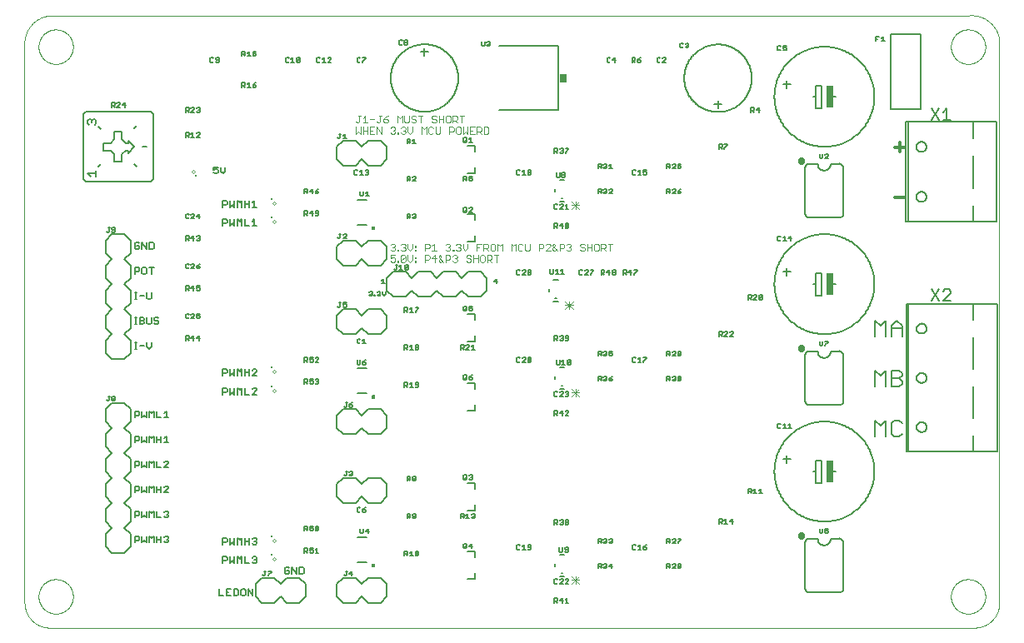
<source format=gto>
G75*
%MOIN*%
%OFA0B0*%
%FSLAX25Y25*%
%IPPOS*%
%LPD*%
%AMOC8*
5,1,8,0,0,1.08239X$1,22.5*
%
%ADD10C,0.00000*%
%ADD11C,0.01400*%
%ADD12C,0.00600*%
%ADD13C,0.00200*%
%ADD14C,0.00500*%
%ADD15C,0.00250*%
%ADD16C,0.00984*%
%ADD17C,0.00800*%
%ADD18C,0.00010*%
%ADD19R,0.02500X0.09000*%
%ADD20R,0.03000X0.03400*%
%ADD21C,0.00300*%
D10*
X0031197Y0021379D02*
X0401197Y0021379D01*
X0401439Y0021382D01*
X0401680Y0021391D01*
X0401921Y0021405D01*
X0402162Y0021426D01*
X0402402Y0021452D01*
X0402642Y0021484D01*
X0402881Y0021522D01*
X0403118Y0021565D01*
X0403355Y0021615D01*
X0403590Y0021670D01*
X0403824Y0021730D01*
X0404056Y0021797D01*
X0404287Y0021868D01*
X0404516Y0021946D01*
X0404743Y0022029D01*
X0404968Y0022117D01*
X0405191Y0022211D01*
X0405411Y0022310D01*
X0405629Y0022415D01*
X0405844Y0022524D01*
X0406057Y0022639D01*
X0406267Y0022759D01*
X0406473Y0022884D01*
X0406677Y0023014D01*
X0406878Y0023149D01*
X0407075Y0023289D01*
X0407269Y0023433D01*
X0407459Y0023582D01*
X0407645Y0023736D01*
X0407828Y0023894D01*
X0408007Y0024056D01*
X0408182Y0024223D01*
X0408353Y0024394D01*
X0408520Y0024569D01*
X0408682Y0024748D01*
X0408840Y0024931D01*
X0408994Y0025117D01*
X0409143Y0025307D01*
X0409287Y0025501D01*
X0409427Y0025698D01*
X0409562Y0025899D01*
X0409692Y0026103D01*
X0409817Y0026309D01*
X0409937Y0026519D01*
X0410052Y0026732D01*
X0410161Y0026947D01*
X0410266Y0027165D01*
X0410365Y0027385D01*
X0410459Y0027608D01*
X0410547Y0027833D01*
X0410630Y0028060D01*
X0410708Y0028289D01*
X0410779Y0028520D01*
X0410846Y0028752D01*
X0410906Y0028986D01*
X0410961Y0029221D01*
X0411011Y0029458D01*
X0411054Y0029695D01*
X0411092Y0029934D01*
X0411124Y0030174D01*
X0411150Y0030414D01*
X0411171Y0030655D01*
X0411185Y0030896D01*
X0411194Y0031137D01*
X0411197Y0031379D01*
X0411197Y0256379D01*
X0411163Y0256650D01*
X0411123Y0256921D01*
X0411077Y0257191D01*
X0411024Y0257459D01*
X0410964Y0257726D01*
X0410898Y0257991D01*
X0410826Y0258255D01*
X0410747Y0258517D01*
X0410662Y0258777D01*
X0410571Y0259035D01*
X0410473Y0259290D01*
X0410370Y0259544D01*
X0410260Y0259794D01*
X0410144Y0260042D01*
X0410022Y0260287D01*
X0409895Y0260529D01*
X0409762Y0260768D01*
X0409622Y0261003D01*
X0409478Y0261235D01*
X0409327Y0261464D01*
X0409171Y0261689D01*
X0409010Y0261910D01*
X0408844Y0262127D01*
X0408672Y0262340D01*
X0408495Y0262548D01*
X0408314Y0262753D01*
X0408127Y0262953D01*
X0407935Y0263148D01*
X0407739Y0263339D01*
X0407539Y0263525D01*
X0407334Y0263706D01*
X0407124Y0263882D01*
X0406911Y0264052D01*
X0406693Y0264218D01*
X0406471Y0264378D01*
X0406246Y0264533D01*
X0406017Y0264683D01*
X0405784Y0264827D01*
X0405548Y0264965D01*
X0405309Y0265097D01*
X0405066Y0265224D01*
X0404821Y0265345D01*
X0404573Y0265460D01*
X0404322Y0265568D01*
X0404068Y0265671D01*
X0403812Y0265768D01*
X0403554Y0265858D01*
X0403294Y0265942D01*
X0403032Y0266020D01*
X0402767Y0266091D01*
X0402502Y0266156D01*
X0402235Y0266214D01*
X0401966Y0266266D01*
X0401696Y0266312D01*
X0401426Y0266351D01*
X0401154Y0266383D01*
X0400882Y0266409D01*
X0400609Y0266429D01*
X0400336Y0266441D01*
X0400062Y0266447D01*
X0399789Y0266447D01*
X0399515Y0266440D01*
X0399242Y0266426D01*
X0398969Y0266406D01*
X0398697Y0266379D01*
X0031197Y0266379D01*
X0030921Y0266345D01*
X0030647Y0266304D01*
X0030373Y0266256D01*
X0030100Y0266202D01*
X0029829Y0266141D01*
X0029560Y0266074D01*
X0029292Y0265999D01*
X0029026Y0265919D01*
X0028763Y0265832D01*
X0028501Y0265738D01*
X0028242Y0265638D01*
X0027985Y0265532D01*
X0027731Y0265419D01*
X0027480Y0265300D01*
X0027232Y0265175D01*
X0026987Y0265044D01*
X0026745Y0264907D01*
X0026507Y0264764D01*
X0026272Y0264616D01*
X0026042Y0264461D01*
X0025814Y0264301D01*
X0025591Y0264136D01*
X0025372Y0263965D01*
X0025158Y0263788D01*
X0024947Y0263607D01*
X0024742Y0263420D01*
X0024540Y0263229D01*
X0024344Y0263032D01*
X0024152Y0262831D01*
X0023966Y0262625D01*
X0023785Y0262415D01*
X0023608Y0262200D01*
X0023437Y0261981D01*
X0023272Y0261758D01*
X0023112Y0261531D01*
X0022958Y0261300D01*
X0022809Y0261065D01*
X0022666Y0260826D01*
X0022530Y0260585D01*
X0022399Y0260340D01*
X0022274Y0260092D01*
X0022155Y0259840D01*
X0022043Y0259586D01*
X0021936Y0259330D01*
X0021836Y0259071D01*
X0021743Y0258809D01*
X0021656Y0258545D01*
X0021575Y0258279D01*
X0021501Y0258012D01*
X0021434Y0257742D01*
X0021373Y0257471D01*
X0021319Y0257198D01*
X0021271Y0256925D01*
X0021231Y0256650D01*
X0021197Y0256374D01*
X0021170Y0256098D01*
X0021149Y0255821D01*
X0021136Y0255543D01*
X0021129Y0255266D01*
X0021129Y0254988D01*
X0021136Y0254710D01*
X0021149Y0254433D01*
X0021170Y0254155D01*
X0021197Y0253879D01*
X0021197Y0031379D01*
X0021200Y0031137D01*
X0021209Y0030896D01*
X0021223Y0030655D01*
X0021244Y0030414D01*
X0021270Y0030174D01*
X0021302Y0029934D01*
X0021340Y0029695D01*
X0021383Y0029458D01*
X0021433Y0029221D01*
X0021488Y0028986D01*
X0021548Y0028752D01*
X0021615Y0028520D01*
X0021686Y0028289D01*
X0021764Y0028060D01*
X0021847Y0027833D01*
X0021935Y0027608D01*
X0022029Y0027385D01*
X0022128Y0027165D01*
X0022233Y0026947D01*
X0022342Y0026732D01*
X0022457Y0026519D01*
X0022577Y0026309D01*
X0022702Y0026103D01*
X0022832Y0025899D01*
X0022967Y0025698D01*
X0023107Y0025501D01*
X0023251Y0025307D01*
X0023400Y0025117D01*
X0023554Y0024931D01*
X0023712Y0024748D01*
X0023874Y0024569D01*
X0024041Y0024394D01*
X0024212Y0024223D01*
X0024387Y0024056D01*
X0024566Y0023894D01*
X0024749Y0023736D01*
X0024935Y0023582D01*
X0025125Y0023433D01*
X0025319Y0023289D01*
X0025516Y0023149D01*
X0025717Y0023014D01*
X0025921Y0022884D01*
X0026127Y0022759D01*
X0026337Y0022639D01*
X0026550Y0022524D01*
X0026765Y0022415D01*
X0026983Y0022310D01*
X0027203Y0022211D01*
X0027426Y0022117D01*
X0027651Y0022029D01*
X0027878Y0021946D01*
X0028107Y0021868D01*
X0028338Y0021797D01*
X0028570Y0021730D01*
X0028804Y0021670D01*
X0029039Y0021615D01*
X0029276Y0021565D01*
X0029513Y0021522D01*
X0029752Y0021484D01*
X0029992Y0021452D01*
X0030232Y0021426D01*
X0030473Y0021405D01*
X0030714Y0021391D01*
X0030955Y0021382D01*
X0031197Y0021379D01*
X0026807Y0033879D02*
X0026809Y0034048D01*
X0026815Y0034217D01*
X0026826Y0034386D01*
X0026840Y0034554D01*
X0026859Y0034722D01*
X0026882Y0034890D01*
X0026908Y0035057D01*
X0026939Y0035223D01*
X0026974Y0035389D01*
X0027013Y0035553D01*
X0027057Y0035717D01*
X0027104Y0035879D01*
X0027155Y0036040D01*
X0027210Y0036200D01*
X0027269Y0036359D01*
X0027331Y0036516D01*
X0027398Y0036671D01*
X0027469Y0036825D01*
X0027543Y0036977D01*
X0027621Y0037127D01*
X0027702Y0037275D01*
X0027787Y0037421D01*
X0027876Y0037565D01*
X0027968Y0037707D01*
X0028064Y0037846D01*
X0028163Y0037983D01*
X0028265Y0038118D01*
X0028371Y0038250D01*
X0028480Y0038379D01*
X0028592Y0038506D01*
X0028707Y0038630D01*
X0028825Y0038751D01*
X0028946Y0038869D01*
X0029070Y0038984D01*
X0029197Y0039096D01*
X0029326Y0039205D01*
X0029458Y0039311D01*
X0029593Y0039413D01*
X0029730Y0039512D01*
X0029869Y0039608D01*
X0030011Y0039700D01*
X0030155Y0039789D01*
X0030301Y0039874D01*
X0030449Y0039955D01*
X0030599Y0040033D01*
X0030751Y0040107D01*
X0030905Y0040178D01*
X0031060Y0040245D01*
X0031217Y0040307D01*
X0031376Y0040366D01*
X0031536Y0040421D01*
X0031697Y0040472D01*
X0031859Y0040519D01*
X0032023Y0040563D01*
X0032187Y0040602D01*
X0032353Y0040637D01*
X0032519Y0040668D01*
X0032686Y0040694D01*
X0032854Y0040717D01*
X0033022Y0040736D01*
X0033190Y0040750D01*
X0033359Y0040761D01*
X0033528Y0040767D01*
X0033697Y0040769D01*
X0033866Y0040767D01*
X0034035Y0040761D01*
X0034204Y0040750D01*
X0034372Y0040736D01*
X0034540Y0040717D01*
X0034708Y0040694D01*
X0034875Y0040668D01*
X0035041Y0040637D01*
X0035207Y0040602D01*
X0035371Y0040563D01*
X0035535Y0040519D01*
X0035697Y0040472D01*
X0035858Y0040421D01*
X0036018Y0040366D01*
X0036177Y0040307D01*
X0036334Y0040245D01*
X0036489Y0040178D01*
X0036643Y0040107D01*
X0036795Y0040033D01*
X0036945Y0039955D01*
X0037093Y0039874D01*
X0037239Y0039789D01*
X0037383Y0039700D01*
X0037525Y0039608D01*
X0037664Y0039512D01*
X0037801Y0039413D01*
X0037936Y0039311D01*
X0038068Y0039205D01*
X0038197Y0039096D01*
X0038324Y0038984D01*
X0038448Y0038869D01*
X0038569Y0038751D01*
X0038687Y0038630D01*
X0038802Y0038506D01*
X0038914Y0038379D01*
X0039023Y0038250D01*
X0039129Y0038118D01*
X0039231Y0037983D01*
X0039330Y0037846D01*
X0039426Y0037707D01*
X0039518Y0037565D01*
X0039607Y0037421D01*
X0039692Y0037275D01*
X0039773Y0037127D01*
X0039851Y0036977D01*
X0039925Y0036825D01*
X0039996Y0036671D01*
X0040063Y0036516D01*
X0040125Y0036359D01*
X0040184Y0036200D01*
X0040239Y0036040D01*
X0040290Y0035879D01*
X0040337Y0035717D01*
X0040381Y0035553D01*
X0040420Y0035389D01*
X0040455Y0035223D01*
X0040486Y0035057D01*
X0040512Y0034890D01*
X0040535Y0034722D01*
X0040554Y0034554D01*
X0040568Y0034386D01*
X0040579Y0034217D01*
X0040585Y0034048D01*
X0040587Y0033879D01*
X0040585Y0033710D01*
X0040579Y0033541D01*
X0040568Y0033372D01*
X0040554Y0033204D01*
X0040535Y0033036D01*
X0040512Y0032868D01*
X0040486Y0032701D01*
X0040455Y0032535D01*
X0040420Y0032369D01*
X0040381Y0032205D01*
X0040337Y0032041D01*
X0040290Y0031879D01*
X0040239Y0031718D01*
X0040184Y0031558D01*
X0040125Y0031399D01*
X0040063Y0031242D01*
X0039996Y0031087D01*
X0039925Y0030933D01*
X0039851Y0030781D01*
X0039773Y0030631D01*
X0039692Y0030483D01*
X0039607Y0030337D01*
X0039518Y0030193D01*
X0039426Y0030051D01*
X0039330Y0029912D01*
X0039231Y0029775D01*
X0039129Y0029640D01*
X0039023Y0029508D01*
X0038914Y0029379D01*
X0038802Y0029252D01*
X0038687Y0029128D01*
X0038569Y0029007D01*
X0038448Y0028889D01*
X0038324Y0028774D01*
X0038197Y0028662D01*
X0038068Y0028553D01*
X0037936Y0028447D01*
X0037801Y0028345D01*
X0037664Y0028246D01*
X0037525Y0028150D01*
X0037383Y0028058D01*
X0037239Y0027969D01*
X0037093Y0027884D01*
X0036945Y0027803D01*
X0036795Y0027725D01*
X0036643Y0027651D01*
X0036489Y0027580D01*
X0036334Y0027513D01*
X0036177Y0027451D01*
X0036018Y0027392D01*
X0035858Y0027337D01*
X0035697Y0027286D01*
X0035535Y0027239D01*
X0035371Y0027195D01*
X0035207Y0027156D01*
X0035041Y0027121D01*
X0034875Y0027090D01*
X0034708Y0027064D01*
X0034540Y0027041D01*
X0034372Y0027022D01*
X0034204Y0027008D01*
X0034035Y0026997D01*
X0033866Y0026991D01*
X0033697Y0026989D01*
X0033528Y0026991D01*
X0033359Y0026997D01*
X0033190Y0027008D01*
X0033022Y0027022D01*
X0032854Y0027041D01*
X0032686Y0027064D01*
X0032519Y0027090D01*
X0032353Y0027121D01*
X0032187Y0027156D01*
X0032023Y0027195D01*
X0031859Y0027239D01*
X0031697Y0027286D01*
X0031536Y0027337D01*
X0031376Y0027392D01*
X0031217Y0027451D01*
X0031060Y0027513D01*
X0030905Y0027580D01*
X0030751Y0027651D01*
X0030599Y0027725D01*
X0030449Y0027803D01*
X0030301Y0027884D01*
X0030155Y0027969D01*
X0030011Y0028058D01*
X0029869Y0028150D01*
X0029730Y0028246D01*
X0029593Y0028345D01*
X0029458Y0028447D01*
X0029326Y0028553D01*
X0029197Y0028662D01*
X0029070Y0028774D01*
X0028946Y0028889D01*
X0028825Y0029007D01*
X0028707Y0029128D01*
X0028592Y0029252D01*
X0028480Y0029379D01*
X0028371Y0029508D01*
X0028265Y0029640D01*
X0028163Y0029775D01*
X0028064Y0029912D01*
X0027968Y0030051D01*
X0027876Y0030193D01*
X0027787Y0030337D01*
X0027702Y0030483D01*
X0027621Y0030631D01*
X0027543Y0030781D01*
X0027469Y0030933D01*
X0027398Y0031087D01*
X0027331Y0031242D01*
X0027269Y0031399D01*
X0027210Y0031558D01*
X0027155Y0031718D01*
X0027104Y0031879D01*
X0027057Y0032041D01*
X0027013Y0032205D01*
X0026974Y0032369D01*
X0026939Y0032535D01*
X0026908Y0032701D01*
X0026882Y0032868D01*
X0026859Y0033036D01*
X0026840Y0033204D01*
X0026826Y0033372D01*
X0026815Y0033541D01*
X0026809Y0033710D01*
X0026807Y0033879D01*
X0026807Y0253879D02*
X0026809Y0254048D01*
X0026815Y0254217D01*
X0026826Y0254386D01*
X0026840Y0254554D01*
X0026859Y0254722D01*
X0026882Y0254890D01*
X0026908Y0255057D01*
X0026939Y0255223D01*
X0026974Y0255389D01*
X0027013Y0255553D01*
X0027057Y0255717D01*
X0027104Y0255879D01*
X0027155Y0256040D01*
X0027210Y0256200D01*
X0027269Y0256359D01*
X0027331Y0256516D01*
X0027398Y0256671D01*
X0027469Y0256825D01*
X0027543Y0256977D01*
X0027621Y0257127D01*
X0027702Y0257275D01*
X0027787Y0257421D01*
X0027876Y0257565D01*
X0027968Y0257707D01*
X0028064Y0257846D01*
X0028163Y0257983D01*
X0028265Y0258118D01*
X0028371Y0258250D01*
X0028480Y0258379D01*
X0028592Y0258506D01*
X0028707Y0258630D01*
X0028825Y0258751D01*
X0028946Y0258869D01*
X0029070Y0258984D01*
X0029197Y0259096D01*
X0029326Y0259205D01*
X0029458Y0259311D01*
X0029593Y0259413D01*
X0029730Y0259512D01*
X0029869Y0259608D01*
X0030011Y0259700D01*
X0030155Y0259789D01*
X0030301Y0259874D01*
X0030449Y0259955D01*
X0030599Y0260033D01*
X0030751Y0260107D01*
X0030905Y0260178D01*
X0031060Y0260245D01*
X0031217Y0260307D01*
X0031376Y0260366D01*
X0031536Y0260421D01*
X0031697Y0260472D01*
X0031859Y0260519D01*
X0032023Y0260563D01*
X0032187Y0260602D01*
X0032353Y0260637D01*
X0032519Y0260668D01*
X0032686Y0260694D01*
X0032854Y0260717D01*
X0033022Y0260736D01*
X0033190Y0260750D01*
X0033359Y0260761D01*
X0033528Y0260767D01*
X0033697Y0260769D01*
X0033866Y0260767D01*
X0034035Y0260761D01*
X0034204Y0260750D01*
X0034372Y0260736D01*
X0034540Y0260717D01*
X0034708Y0260694D01*
X0034875Y0260668D01*
X0035041Y0260637D01*
X0035207Y0260602D01*
X0035371Y0260563D01*
X0035535Y0260519D01*
X0035697Y0260472D01*
X0035858Y0260421D01*
X0036018Y0260366D01*
X0036177Y0260307D01*
X0036334Y0260245D01*
X0036489Y0260178D01*
X0036643Y0260107D01*
X0036795Y0260033D01*
X0036945Y0259955D01*
X0037093Y0259874D01*
X0037239Y0259789D01*
X0037383Y0259700D01*
X0037525Y0259608D01*
X0037664Y0259512D01*
X0037801Y0259413D01*
X0037936Y0259311D01*
X0038068Y0259205D01*
X0038197Y0259096D01*
X0038324Y0258984D01*
X0038448Y0258869D01*
X0038569Y0258751D01*
X0038687Y0258630D01*
X0038802Y0258506D01*
X0038914Y0258379D01*
X0039023Y0258250D01*
X0039129Y0258118D01*
X0039231Y0257983D01*
X0039330Y0257846D01*
X0039426Y0257707D01*
X0039518Y0257565D01*
X0039607Y0257421D01*
X0039692Y0257275D01*
X0039773Y0257127D01*
X0039851Y0256977D01*
X0039925Y0256825D01*
X0039996Y0256671D01*
X0040063Y0256516D01*
X0040125Y0256359D01*
X0040184Y0256200D01*
X0040239Y0256040D01*
X0040290Y0255879D01*
X0040337Y0255717D01*
X0040381Y0255553D01*
X0040420Y0255389D01*
X0040455Y0255223D01*
X0040486Y0255057D01*
X0040512Y0254890D01*
X0040535Y0254722D01*
X0040554Y0254554D01*
X0040568Y0254386D01*
X0040579Y0254217D01*
X0040585Y0254048D01*
X0040587Y0253879D01*
X0040585Y0253710D01*
X0040579Y0253541D01*
X0040568Y0253372D01*
X0040554Y0253204D01*
X0040535Y0253036D01*
X0040512Y0252868D01*
X0040486Y0252701D01*
X0040455Y0252535D01*
X0040420Y0252369D01*
X0040381Y0252205D01*
X0040337Y0252041D01*
X0040290Y0251879D01*
X0040239Y0251718D01*
X0040184Y0251558D01*
X0040125Y0251399D01*
X0040063Y0251242D01*
X0039996Y0251087D01*
X0039925Y0250933D01*
X0039851Y0250781D01*
X0039773Y0250631D01*
X0039692Y0250483D01*
X0039607Y0250337D01*
X0039518Y0250193D01*
X0039426Y0250051D01*
X0039330Y0249912D01*
X0039231Y0249775D01*
X0039129Y0249640D01*
X0039023Y0249508D01*
X0038914Y0249379D01*
X0038802Y0249252D01*
X0038687Y0249128D01*
X0038569Y0249007D01*
X0038448Y0248889D01*
X0038324Y0248774D01*
X0038197Y0248662D01*
X0038068Y0248553D01*
X0037936Y0248447D01*
X0037801Y0248345D01*
X0037664Y0248246D01*
X0037525Y0248150D01*
X0037383Y0248058D01*
X0037239Y0247969D01*
X0037093Y0247884D01*
X0036945Y0247803D01*
X0036795Y0247725D01*
X0036643Y0247651D01*
X0036489Y0247580D01*
X0036334Y0247513D01*
X0036177Y0247451D01*
X0036018Y0247392D01*
X0035858Y0247337D01*
X0035697Y0247286D01*
X0035535Y0247239D01*
X0035371Y0247195D01*
X0035207Y0247156D01*
X0035041Y0247121D01*
X0034875Y0247090D01*
X0034708Y0247064D01*
X0034540Y0247041D01*
X0034372Y0247022D01*
X0034204Y0247008D01*
X0034035Y0246997D01*
X0033866Y0246991D01*
X0033697Y0246989D01*
X0033528Y0246991D01*
X0033359Y0246997D01*
X0033190Y0247008D01*
X0033022Y0247022D01*
X0032854Y0247041D01*
X0032686Y0247064D01*
X0032519Y0247090D01*
X0032353Y0247121D01*
X0032187Y0247156D01*
X0032023Y0247195D01*
X0031859Y0247239D01*
X0031697Y0247286D01*
X0031536Y0247337D01*
X0031376Y0247392D01*
X0031217Y0247451D01*
X0031060Y0247513D01*
X0030905Y0247580D01*
X0030751Y0247651D01*
X0030599Y0247725D01*
X0030449Y0247803D01*
X0030301Y0247884D01*
X0030155Y0247969D01*
X0030011Y0248058D01*
X0029869Y0248150D01*
X0029730Y0248246D01*
X0029593Y0248345D01*
X0029458Y0248447D01*
X0029326Y0248553D01*
X0029197Y0248662D01*
X0029070Y0248774D01*
X0028946Y0248889D01*
X0028825Y0249007D01*
X0028707Y0249128D01*
X0028592Y0249252D01*
X0028480Y0249379D01*
X0028371Y0249508D01*
X0028265Y0249640D01*
X0028163Y0249775D01*
X0028064Y0249912D01*
X0027968Y0250051D01*
X0027876Y0250193D01*
X0027787Y0250337D01*
X0027702Y0250483D01*
X0027621Y0250631D01*
X0027543Y0250781D01*
X0027469Y0250933D01*
X0027398Y0251087D01*
X0027331Y0251242D01*
X0027269Y0251399D01*
X0027210Y0251558D01*
X0027155Y0251718D01*
X0027104Y0251879D01*
X0027057Y0252041D01*
X0027013Y0252205D01*
X0026974Y0252369D01*
X0026939Y0252535D01*
X0026908Y0252701D01*
X0026882Y0252868D01*
X0026859Y0253036D01*
X0026840Y0253204D01*
X0026826Y0253372D01*
X0026815Y0253541D01*
X0026809Y0253710D01*
X0026807Y0253879D01*
X0391807Y0253879D02*
X0391809Y0254048D01*
X0391815Y0254217D01*
X0391826Y0254386D01*
X0391840Y0254554D01*
X0391859Y0254722D01*
X0391882Y0254890D01*
X0391908Y0255057D01*
X0391939Y0255223D01*
X0391974Y0255389D01*
X0392013Y0255553D01*
X0392057Y0255717D01*
X0392104Y0255879D01*
X0392155Y0256040D01*
X0392210Y0256200D01*
X0392269Y0256359D01*
X0392331Y0256516D01*
X0392398Y0256671D01*
X0392469Y0256825D01*
X0392543Y0256977D01*
X0392621Y0257127D01*
X0392702Y0257275D01*
X0392787Y0257421D01*
X0392876Y0257565D01*
X0392968Y0257707D01*
X0393064Y0257846D01*
X0393163Y0257983D01*
X0393265Y0258118D01*
X0393371Y0258250D01*
X0393480Y0258379D01*
X0393592Y0258506D01*
X0393707Y0258630D01*
X0393825Y0258751D01*
X0393946Y0258869D01*
X0394070Y0258984D01*
X0394197Y0259096D01*
X0394326Y0259205D01*
X0394458Y0259311D01*
X0394593Y0259413D01*
X0394730Y0259512D01*
X0394869Y0259608D01*
X0395011Y0259700D01*
X0395155Y0259789D01*
X0395301Y0259874D01*
X0395449Y0259955D01*
X0395599Y0260033D01*
X0395751Y0260107D01*
X0395905Y0260178D01*
X0396060Y0260245D01*
X0396217Y0260307D01*
X0396376Y0260366D01*
X0396536Y0260421D01*
X0396697Y0260472D01*
X0396859Y0260519D01*
X0397023Y0260563D01*
X0397187Y0260602D01*
X0397353Y0260637D01*
X0397519Y0260668D01*
X0397686Y0260694D01*
X0397854Y0260717D01*
X0398022Y0260736D01*
X0398190Y0260750D01*
X0398359Y0260761D01*
X0398528Y0260767D01*
X0398697Y0260769D01*
X0398866Y0260767D01*
X0399035Y0260761D01*
X0399204Y0260750D01*
X0399372Y0260736D01*
X0399540Y0260717D01*
X0399708Y0260694D01*
X0399875Y0260668D01*
X0400041Y0260637D01*
X0400207Y0260602D01*
X0400371Y0260563D01*
X0400535Y0260519D01*
X0400697Y0260472D01*
X0400858Y0260421D01*
X0401018Y0260366D01*
X0401177Y0260307D01*
X0401334Y0260245D01*
X0401489Y0260178D01*
X0401643Y0260107D01*
X0401795Y0260033D01*
X0401945Y0259955D01*
X0402093Y0259874D01*
X0402239Y0259789D01*
X0402383Y0259700D01*
X0402525Y0259608D01*
X0402664Y0259512D01*
X0402801Y0259413D01*
X0402936Y0259311D01*
X0403068Y0259205D01*
X0403197Y0259096D01*
X0403324Y0258984D01*
X0403448Y0258869D01*
X0403569Y0258751D01*
X0403687Y0258630D01*
X0403802Y0258506D01*
X0403914Y0258379D01*
X0404023Y0258250D01*
X0404129Y0258118D01*
X0404231Y0257983D01*
X0404330Y0257846D01*
X0404426Y0257707D01*
X0404518Y0257565D01*
X0404607Y0257421D01*
X0404692Y0257275D01*
X0404773Y0257127D01*
X0404851Y0256977D01*
X0404925Y0256825D01*
X0404996Y0256671D01*
X0405063Y0256516D01*
X0405125Y0256359D01*
X0405184Y0256200D01*
X0405239Y0256040D01*
X0405290Y0255879D01*
X0405337Y0255717D01*
X0405381Y0255553D01*
X0405420Y0255389D01*
X0405455Y0255223D01*
X0405486Y0255057D01*
X0405512Y0254890D01*
X0405535Y0254722D01*
X0405554Y0254554D01*
X0405568Y0254386D01*
X0405579Y0254217D01*
X0405585Y0254048D01*
X0405587Y0253879D01*
X0405585Y0253710D01*
X0405579Y0253541D01*
X0405568Y0253372D01*
X0405554Y0253204D01*
X0405535Y0253036D01*
X0405512Y0252868D01*
X0405486Y0252701D01*
X0405455Y0252535D01*
X0405420Y0252369D01*
X0405381Y0252205D01*
X0405337Y0252041D01*
X0405290Y0251879D01*
X0405239Y0251718D01*
X0405184Y0251558D01*
X0405125Y0251399D01*
X0405063Y0251242D01*
X0404996Y0251087D01*
X0404925Y0250933D01*
X0404851Y0250781D01*
X0404773Y0250631D01*
X0404692Y0250483D01*
X0404607Y0250337D01*
X0404518Y0250193D01*
X0404426Y0250051D01*
X0404330Y0249912D01*
X0404231Y0249775D01*
X0404129Y0249640D01*
X0404023Y0249508D01*
X0403914Y0249379D01*
X0403802Y0249252D01*
X0403687Y0249128D01*
X0403569Y0249007D01*
X0403448Y0248889D01*
X0403324Y0248774D01*
X0403197Y0248662D01*
X0403068Y0248553D01*
X0402936Y0248447D01*
X0402801Y0248345D01*
X0402664Y0248246D01*
X0402525Y0248150D01*
X0402383Y0248058D01*
X0402239Y0247969D01*
X0402093Y0247884D01*
X0401945Y0247803D01*
X0401795Y0247725D01*
X0401643Y0247651D01*
X0401489Y0247580D01*
X0401334Y0247513D01*
X0401177Y0247451D01*
X0401018Y0247392D01*
X0400858Y0247337D01*
X0400697Y0247286D01*
X0400535Y0247239D01*
X0400371Y0247195D01*
X0400207Y0247156D01*
X0400041Y0247121D01*
X0399875Y0247090D01*
X0399708Y0247064D01*
X0399540Y0247041D01*
X0399372Y0247022D01*
X0399204Y0247008D01*
X0399035Y0246997D01*
X0398866Y0246991D01*
X0398697Y0246989D01*
X0398528Y0246991D01*
X0398359Y0246997D01*
X0398190Y0247008D01*
X0398022Y0247022D01*
X0397854Y0247041D01*
X0397686Y0247064D01*
X0397519Y0247090D01*
X0397353Y0247121D01*
X0397187Y0247156D01*
X0397023Y0247195D01*
X0396859Y0247239D01*
X0396697Y0247286D01*
X0396536Y0247337D01*
X0396376Y0247392D01*
X0396217Y0247451D01*
X0396060Y0247513D01*
X0395905Y0247580D01*
X0395751Y0247651D01*
X0395599Y0247725D01*
X0395449Y0247803D01*
X0395301Y0247884D01*
X0395155Y0247969D01*
X0395011Y0248058D01*
X0394869Y0248150D01*
X0394730Y0248246D01*
X0394593Y0248345D01*
X0394458Y0248447D01*
X0394326Y0248553D01*
X0394197Y0248662D01*
X0394070Y0248774D01*
X0393946Y0248889D01*
X0393825Y0249007D01*
X0393707Y0249128D01*
X0393592Y0249252D01*
X0393480Y0249379D01*
X0393371Y0249508D01*
X0393265Y0249640D01*
X0393163Y0249775D01*
X0393064Y0249912D01*
X0392968Y0250051D01*
X0392876Y0250193D01*
X0392787Y0250337D01*
X0392702Y0250483D01*
X0392621Y0250631D01*
X0392543Y0250781D01*
X0392469Y0250933D01*
X0392398Y0251087D01*
X0392331Y0251242D01*
X0392269Y0251399D01*
X0392210Y0251558D01*
X0392155Y0251718D01*
X0392104Y0251879D01*
X0392057Y0252041D01*
X0392013Y0252205D01*
X0391974Y0252369D01*
X0391939Y0252535D01*
X0391908Y0252701D01*
X0391882Y0252868D01*
X0391859Y0253036D01*
X0391840Y0253204D01*
X0391826Y0253372D01*
X0391815Y0253541D01*
X0391809Y0253710D01*
X0391807Y0253879D01*
X0391807Y0033879D02*
X0391809Y0034048D01*
X0391815Y0034217D01*
X0391826Y0034386D01*
X0391840Y0034554D01*
X0391859Y0034722D01*
X0391882Y0034890D01*
X0391908Y0035057D01*
X0391939Y0035223D01*
X0391974Y0035389D01*
X0392013Y0035553D01*
X0392057Y0035717D01*
X0392104Y0035879D01*
X0392155Y0036040D01*
X0392210Y0036200D01*
X0392269Y0036359D01*
X0392331Y0036516D01*
X0392398Y0036671D01*
X0392469Y0036825D01*
X0392543Y0036977D01*
X0392621Y0037127D01*
X0392702Y0037275D01*
X0392787Y0037421D01*
X0392876Y0037565D01*
X0392968Y0037707D01*
X0393064Y0037846D01*
X0393163Y0037983D01*
X0393265Y0038118D01*
X0393371Y0038250D01*
X0393480Y0038379D01*
X0393592Y0038506D01*
X0393707Y0038630D01*
X0393825Y0038751D01*
X0393946Y0038869D01*
X0394070Y0038984D01*
X0394197Y0039096D01*
X0394326Y0039205D01*
X0394458Y0039311D01*
X0394593Y0039413D01*
X0394730Y0039512D01*
X0394869Y0039608D01*
X0395011Y0039700D01*
X0395155Y0039789D01*
X0395301Y0039874D01*
X0395449Y0039955D01*
X0395599Y0040033D01*
X0395751Y0040107D01*
X0395905Y0040178D01*
X0396060Y0040245D01*
X0396217Y0040307D01*
X0396376Y0040366D01*
X0396536Y0040421D01*
X0396697Y0040472D01*
X0396859Y0040519D01*
X0397023Y0040563D01*
X0397187Y0040602D01*
X0397353Y0040637D01*
X0397519Y0040668D01*
X0397686Y0040694D01*
X0397854Y0040717D01*
X0398022Y0040736D01*
X0398190Y0040750D01*
X0398359Y0040761D01*
X0398528Y0040767D01*
X0398697Y0040769D01*
X0398866Y0040767D01*
X0399035Y0040761D01*
X0399204Y0040750D01*
X0399372Y0040736D01*
X0399540Y0040717D01*
X0399708Y0040694D01*
X0399875Y0040668D01*
X0400041Y0040637D01*
X0400207Y0040602D01*
X0400371Y0040563D01*
X0400535Y0040519D01*
X0400697Y0040472D01*
X0400858Y0040421D01*
X0401018Y0040366D01*
X0401177Y0040307D01*
X0401334Y0040245D01*
X0401489Y0040178D01*
X0401643Y0040107D01*
X0401795Y0040033D01*
X0401945Y0039955D01*
X0402093Y0039874D01*
X0402239Y0039789D01*
X0402383Y0039700D01*
X0402525Y0039608D01*
X0402664Y0039512D01*
X0402801Y0039413D01*
X0402936Y0039311D01*
X0403068Y0039205D01*
X0403197Y0039096D01*
X0403324Y0038984D01*
X0403448Y0038869D01*
X0403569Y0038751D01*
X0403687Y0038630D01*
X0403802Y0038506D01*
X0403914Y0038379D01*
X0404023Y0038250D01*
X0404129Y0038118D01*
X0404231Y0037983D01*
X0404330Y0037846D01*
X0404426Y0037707D01*
X0404518Y0037565D01*
X0404607Y0037421D01*
X0404692Y0037275D01*
X0404773Y0037127D01*
X0404851Y0036977D01*
X0404925Y0036825D01*
X0404996Y0036671D01*
X0405063Y0036516D01*
X0405125Y0036359D01*
X0405184Y0036200D01*
X0405239Y0036040D01*
X0405290Y0035879D01*
X0405337Y0035717D01*
X0405381Y0035553D01*
X0405420Y0035389D01*
X0405455Y0035223D01*
X0405486Y0035057D01*
X0405512Y0034890D01*
X0405535Y0034722D01*
X0405554Y0034554D01*
X0405568Y0034386D01*
X0405579Y0034217D01*
X0405585Y0034048D01*
X0405587Y0033879D01*
X0405585Y0033710D01*
X0405579Y0033541D01*
X0405568Y0033372D01*
X0405554Y0033204D01*
X0405535Y0033036D01*
X0405512Y0032868D01*
X0405486Y0032701D01*
X0405455Y0032535D01*
X0405420Y0032369D01*
X0405381Y0032205D01*
X0405337Y0032041D01*
X0405290Y0031879D01*
X0405239Y0031718D01*
X0405184Y0031558D01*
X0405125Y0031399D01*
X0405063Y0031242D01*
X0404996Y0031087D01*
X0404925Y0030933D01*
X0404851Y0030781D01*
X0404773Y0030631D01*
X0404692Y0030483D01*
X0404607Y0030337D01*
X0404518Y0030193D01*
X0404426Y0030051D01*
X0404330Y0029912D01*
X0404231Y0029775D01*
X0404129Y0029640D01*
X0404023Y0029508D01*
X0403914Y0029379D01*
X0403802Y0029252D01*
X0403687Y0029128D01*
X0403569Y0029007D01*
X0403448Y0028889D01*
X0403324Y0028774D01*
X0403197Y0028662D01*
X0403068Y0028553D01*
X0402936Y0028447D01*
X0402801Y0028345D01*
X0402664Y0028246D01*
X0402525Y0028150D01*
X0402383Y0028058D01*
X0402239Y0027969D01*
X0402093Y0027884D01*
X0401945Y0027803D01*
X0401795Y0027725D01*
X0401643Y0027651D01*
X0401489Y0027580D01*
X0401334Y0027513D01*
X0401177Y0027451D01*
X0401018Y0027392D01*
X0400858Y0027337D01*
X0400697Y0027286D01*
X0400535Y0027239D01*
X0400371Y0027195D01*
X0400207Y0027156D01*
X0400041Y0027121D01*
X0399875Y0027090D01*
X0399708Y0027064D01*
X0399540Y0027041D01*
X0399372Y0027022D01*
X0399204Y0027008D01*
X0399035Y0026997D01*
X0398866Y0026991D01*
X0398697Y0026989D01*
X0398528Y0026991D01*
X0398359Y0026997D01*
X0398190Y0027008D01*
X0398022Y0027022D01*
X0397854Y0027041D01*
X0397686Y0027064D01*
X0397519Y0027090D01*
X0397353Y0027121D01*
X0397187Y0027156D01*
X0397023Y0027195D01*
X0396859Y0027239D01*
X0396697Y0027286D01*
X0396536Y0027337D01*
X0396376Y0027392D01*
X0396217Y0027451D01*
X0396060Y0027513D01*
X0395905Y0027580D01*
X0395751Y0027651D01*
X0395599Y0027725D01*
X0395449Y0027803D01*
X0395301Y0027884D01*
X0395155Y0027969D01*
X0395011Y0028058D01*
X0394869Y0028150D01*
X0394730Y0028246D01*
X0394593Y0028345D01*
X0394458Y0028447D01*
X0394326Y0028553D01*
X0394197Y0028662D01*
X0394070Y0028774D01*
X0393946Y0028889D01*
X0393825Y0029007D01*
X0393707Y0029128D01*
X0393592Y0029252D01*
X0393480Y0029379D01*
X0393371Y0029508D01*
X0393265Y0029640D01*
X0393163Y0029775D01*
X0393064Y0029912D01*
X0392968Y0030051D01*
X0392876Y0030193D01*
X0392787Y0030337D01*
X0392702Y0030483D01*
X0392621Y0030631D01*
X0392543Y0030781D01*
X0392469Y0030933D01*
X0392398Y0031087D01*
X0392331Y0031242D01*
X0392269Y0031399D01*
X0392210Y0031558D01*
X0392155Y0031718D01*
X0392104Y0031879D01*
X0392057Y0032041D01*
X0392013Y0032205D01*
X0391974Y0032369D01*
X0391939Y0032535D01*
X0391908Y0032701D01*
X0391882Y0032868D01*
X0391859Y0033036D01*
X0391840Y0033204D01*
X0391826Y0033372D01*
X0391815Y0033541D01*
X0391809Y0033710D01*
X0391807Y0033879D01*
D11*
X0373133Y0193632D02*
X0369397Y0193632D01*
X0371265Y0211763D02*
X0371265Y0215500D01*
X0369397Y0213632D02*
X0373133Y0213632D01*
D12*
X0377997Y0213879D02*
X0377999Y0213968D01*
X0378005Y0214057D01*
X0378015Y0214146D01*
X0378029Y0214234D01*
X0378046Y0214321D01*
X0378068Y0214407D01*
X0378094Y0214493D01*
X0378123Y0214577D01*
X0378156Y0214660D01*
X0378192Y0214741D01*
X0378233Y0214821D01*
X0378276Y0214898D01*
X0378323Y0214974D01*
X0378374Y0215047D01*
X0378427Y0215118D01*
X0378484Y0215187D01*
X0378544Y0215253D01*
X0378607Y0215317D01*
X0378672Y0215377D01*
X0378740Y0215435D01*
X0378811Y0215489D01*
X0378884Y0215540D01*
X0378959Y0215588D01*
X0379036Y0215633D01*
X0379115Y0215674D01*
X0379196Y0215711D01*
X0379278Y0215745D01*
X0379362Y0215776D01*
X0379447Y0215802D01*
X0379533Y0215825D01*
X0379620Y0215843D01*
X0379708Y0215858D01*
X0379797Y0215869D01*
X0379886Y0215876D01*
X0379975Y0215879D01*
X0380064Y0215878D01*
X0380153Y0215873D01*
X0380241Y0215864D01*
X0380330Y0215851D01*
X0380417Y0215834D01*
X0380504Y0215814D01*
X0380590Y0215789D01*
X0380674Y0215761D01*
X0380757Y0215729D01*
X0380839Y0215693D01*
X0380919Y0215654D01*
X0380997Y0215611D01*
X0381073Y0215565D01*
X0381147Y0215515D01*
X0381219Y0215462D01*
X0381288Y0215406D01*
X0381355Y0215347D01*
X0381419Y0215285D01*
X0381480Y0215221D01*
X0381539Y0215153D01*
X0381594Y0215083D01*
X0381646Y0215011D01*
X0381695Y0214936D01*
X0381740Y0214860D01*
X0381782Y0214781D01*
X0381820Y0214701D01*
X0381855Y0214619D01*
X0381886Y0214535D01*
X0381914Y0214450D01*
X0381937Y0214364D01*
X0381957Y0214277D01*
X0381973Y0214190D01*
X0381985Y0214101D01*
X0381993Y0214013D01*
X0381997Y0213924D01*
X0381997Y0213834D01*
X0381993Y0213745D01*
X0381985Y0213657D01*
X0381973Y0213568D01*
X0381957Y0213481D01*
X0381937Y0213394D01*
X0381914Y0213308D01*
X0381886Y0213223D01*
X0381855Y0213139D01*
X0381820Y0213057D01*
X0381782Y0212977D01*
X0381740Y0212898D01*
X0381695Y0212822D01*
X0381646Y0212747D01*
X0381594Y0212675D01*
X0381539Y0212605D01*
X0381480Y0212537D01*
X0381419Y0212473D01*
X0381355Y0212411D01*
X0381288Y0212352D01*
X0381219Y0212296D01*
X0381147Y0212243D01*
X0381073Y0212193D01*
X0380997Y0212147D01*
X0380919Y0212104D01*
X0380839Y0212065D01*
X0380757Y0212029D01*
X0380674Y0211997D01*
X0380590Y0211969D01*
X0380504Y0211944D01*
X0380417Y0211924D01*
X0380330Y0211907D01*
X0380241Y0211894D01*
X0380153Y0211885D01*
X0380064Y0211880D01*
X0379975Y0211879D01*
X0379886Y0211882D01*
X0379797Y0211889D01*
X0379708Y0211900D01*
X0379620Y0211915D01*
X0379533Y0211933D01*
X0379447Y0211956D01*
X0379362Y0211982D01*
X0379278Y0212013D01*
X0379196Y0212047D01*
X0379115Y0212084D01*
X0379036Y0212125D01*
X0378959Y0212170D01*
X0378884Y0212218D01*
X0378811Y0212269D01*
X0378740Y0212323D01*
X0378672Y0212381D01*
X0378607Y0212441D01*
X0378544Y0212505D01*
X0378484Y0212571D01*
X0378427Y0212640D01*
X0378374Y0212711D01*
X0378323Y0212784D01*
X0378276Y0212860D01*
X0378233Y0212937D01*
X0378192Y0213017D01*
X0378156Y0213098D01*
X0378123Y0213181D01*
X0378094Y0213265D01*
X0378068Y0213351D01*
X0378046Y0213437D01*
X0378029Y0213524D01*
X0378015Y0213612D01*
X0378005Y0213701D01*
X0377999Y0213790D01*
X0377997Y0213879D01*
X0374697Y0223879D02*
X0373697Y0223879D01*
X0373697Y0183879D01*
X0374697Y0183879D01*
X0400697Y0183879D01*
X0410197Y0183879D01*
X0410197Y0223879D01*
X0400697Y0223879D01*
X0374697Y0223879D01*
X0374697Y0183879D01*
X0377997Y0193879D02*
X0377999Y0193968D01*
X0378005Y0194057D01*
X0378015Y0194146D01*
X0378029Y0194234D01*
X0378046Y0194321D01*
X0378068Y0194407D01*
X0378094Y0194493D01*
X0378123Y0194577D01*
X0378156Y0194660D01*
X0378192Y0194741D01*
X0378233Y0194821D01*
X0378276Y0194898D01*
X0378323Y0194974D01*
X0378374Y0195047D01*
X0378427Y0195118D01*
X0378484Y0195187D01*
X0378544Y0195253D01*
X0378607Y0195317D01*
X0378672Y0195377D01*
X0378740Y0195435D01*
X0378811Y0195489D01*
X0378884Y0195540D01*
X0378959Y0195588D01*
X0379036Y0195633D01*
X0379115Y0195674D01*
X0379196Y0195711D01*
X0379278Y0195745D01*
X0379362Y0195776D01*
X0379447Y0195802D01*
X0379533Y0195825D01*
X0379620Y0195843D01*
X0379708Y0195858D01*
X0379797Y0195869D01*
X0379886Y0195876D01*
X0379975Y0195879D01*
X0380064Y0195878D01*
X0380153Y0195873D01*
X0380241Y0195864D01*
X0380330Y0195851D01*
X0380417Y0195834D01*
X0380504Y0195814D01*
X0380590Y0195789D01*
X0380674Y0195761D01*
X0380757Y0195729D01*
X0380839Y0195693D01*
X0380919Y0195654D01*
X0380997Y0195611D01*
X0381073Y0195565D01*
X0381147Y0195515D01*
X0381219Y0195462D01*
X0381288Y0195406D01*
X0381355Y0195347D01*
X0381419Y0195285D01*
X0381480Y0195221D01*
X0381539Y0195153D01*
X0381594Y0195083D01*
X0381646Y0195011D01*
X0381695Y0194936D01*
X0381740Y0194860D01*
X0381782Y0194781D01*
X0381820Y0194701D01*
X0381855Y0194619D01*
X0381886Y0194535D01*
X0381914Y0194450D01*
X0381937Y0194364D01*
X0381957Y0194277D01*
X0381973Y0194190D01*
X0381985Y0194101D01*
X0381993Y0194013D01*
X0381997Y0193924D01*
X0381997Y0193834D01*
X0381993Y0193745D01*
X0381985Y0193657D01*
X0381973Y0193568D01*
X0381957Y0193481D01*
X0381937Y0193394D01*
X0381914Y0193308D01*
X0381886Y0193223D01*
X0381855Y0193139D01*
X0381820Y0193057D01*
X0381782Y0192977D01*
X0381740Y0192898D01*
X0381695Y0192822D01*
X0381646Y0192747D01*
X0381594Y0192675D01*
X0381539Y0192605D01*
X0381480Y0192537D01*
X0381419Y0192473D01*
X0381355Y0192411D01*
X0381288Y0192352D01*
X0381219Y0192296D01*
X0381147Y0192243D01*
X0381073Y0192193D01*
X0380997Y0192147D01*
X0380919Y0192104D01*
X0380839Y0192065D01*
X0380757Y0192029D01*
X0380674Y0191997D01*
X0380590Y0191969D01*
X0380504Y0191944D01*
X0380417Y0191924D01*
X0380330Y0191907D01*
X0380241Y0191894D01*
X0380153Y0191885D01*
X0380064Y0191880D01*
X0379975Y0191879D01*
X0379886Y0191882D01*
X0379797Y0191889D01*
X0379708Y0191900D01*
X0379620Y0191915D01*
X0379533Y0191933D01*
X0379447Y0191956D01*
X0379362Y0191982D01*
X0379278Y0192013D01*
X0379196Y0192047D01*
X0379115Y0192084D01*
X0379036Y0192125D01*
X0378959Y0192170D01*
X0378884Y0192218D01*
X0378811Y0192269D01*
X0378740Y0192323D01*
X0378672Y0192381D01*
X0378607Y0192441D01*
X0378544Y0192505D01*
X0378484Y0192571D01*
X0378427Y0192640D01*
X0378374Y0192711D01*
X0378323Y0192784D01*
X0378276Y0192860D01*
X0378233Y0192937D01*
X0378192Y0193017D01*
X0378156Y0193098D01*
X0378123Y0193181D01*
X0378094Y0193265D01*
X0378068Y0193351D01*
X0378046Y0193437D01*
X0378029Y0193524D01*
X0378015Y0193612D01*
X0378005Y0193701D01*
X0377999Y0193790D01*
X0377997Y0193879D01*
X0400697Y0190379D02*
X0400697Y0183879D01*
X0400697Y0197379D02*
X0400697Y0210379D01*
X0400697Y0217379D02*
X0400697Y0223879D01*
X0345697Y0233879D02*
X0343697Y0233879D01*
X0321197Y0233879D02*
X0321203Y0234370D01*
X0321221Y0234860D01*
X0321251Y0235350D01*
X0321293Y0235839D01*
X0321347Y0236327D01*
X0321413Y0236814D01*
X0321491Y0237298D01*
X0321581Y0237781D01*
X0321683Y0238261D01*
X0321796Y0238739D01*
X0321921Y0239213D01*
X0322058Y0239685D01*
X0322206Y0240153D01*
X0322366Y0240617D01*
X0322537Y0241077D01*
X0322719Y0241533D01*
X0322913Y0241984D01*
X0323117Y0242430D01*
X0323333Y0242871D01*
X0323559Y0243307D01*
X0323795Y0243737D01*
X0324042Y0244161D01*
X0324300Y0244579D01*
X0324568Y0244990D01*
X0324845Y0245395D01*
X0325133Y0245793D01*
X0325430Y0246184D01*
X0325737Y0246567D01*
X0326053Y0246942D01*
X0326378Y0247310D01*
X0326712Y0247670D01*
X0327055Y0248021D01*
X0327406Y0248364D01*
X0327766Y0248698D01*
X0328134Y0249023D01*
X0328509Y0249339D01*
X0328892Y0249646D01*
X0329283Y0249943D01*
X0329681Y0250231D01*
X0330086Y0250508D01*
X0330497Y0250776D01*
X0330915Y0251034D01*
X0331339Y0251281D01*
X0331769Y0251517D01*
X0332205Y0251743D01*
X0332646Y0251959D01*
X0333092Y0252163D01*
X0333543Y0252357D01*
X0333999Y0252539D01*
X0334459Y0252710D01*
X0334923Y0252870D01*
X0335391Y0253018D01*
X0335863Y0253155D01*
X0336337Y0253280D01*
X0336815Y0253393D01*
X0337295Y0253495D01*
X0337778Y0253585D01*
X0338262Y0253663D01*
X0338749Y0253729D01*
X0339237Y0253783D01*
X0339726Y0253825D01*
X0340216Y0253855D01*
X0340706Y0253873D01*
X0341197Y0253879D01*
X0341688Y0253873D01*
X0342178Y0253855D01*
X0342668Y0253825D01*
X0343157Y0253783D01*
X0343645Y0253729D01*
X0344132Y0253663D01*
X0344616Y0253585D01*
X0345099Y0253495D01*
X0345579Y0253393D01*
X0346057Y0253280D01*
X0346531Y0253155D01*
X0347003Y0253018D01*
X0347471Y0252870D01*
X0347935Y0252710D01*
X0348395Y0252539D01*
X0348851Y0252357D01*
X0349302Y0252163D01*
X0349748Y0251959D01*
X0350189Y0251743D01*
X0350625Y0251517D01*
X0351055Y0251281D01*
X0351479Y0251034D01*
X0351897Y0250776D01*
X0352308Y0250508D01*
X0352713Y0250231D01*
X0353111Y0249943D01*
X0353502Y0249646D01*
X0353885Y0249339D01*
X0354260Y0249023D01*
X0354628Y0248698D01*
X0354988Y0248364D01*
X0355339Y0248021D01*
X0355682Y0247670D01*
X0356016Y0247310D01*
X0356341Y0246942D01*
X0356657Y0246567D01*
X0356964Y0246184D01*
X0357261Y0245793D01*
X0357549Y0245395D01*
X0357826Y0244990D01*
X0358094Y0244579D01*
X0358352Y0244161D01*
X0358599Y0243737D01*
X0358835Y0243307D01*
X0359061Y0242871D01*
X0359277Y0242430D01*
X0359481Y0241984D01*
X0359675Y0241533D01*
X0359857Y0241077D01*
X0360028Y0240617D01*
X0360188Y0240153D01*
X0360336Y0239685D01*
X0360473Y0239213D01*
X0360598Y0238739D01*
X0360711Y0238261D01*
X0360813Y0237781D01*
X0360903Y0237298D01*
X0360981Y0236814D01*
X0361047Y0236327D01*
X0361101Y0235839D01*
X0361143Y0235350D01*
X0361173Y0234860D01*
X0361191Y0234370D01*
X0361197Y0233879D01*
X0361191Y0233388D01*
X0361173Y0232898D01*
X0361143Y0232408D01*
X0361101Y0231919D01*
X0361047Y0231431D01*
X0360981Y0230944D01*
X0360903Y0230460D01*
X0360813Y0229977D01*
X0360711Y0229497D01*
X0360598Y0229019D01*
X0360473Y0228545D01*
X0360336Y0228073D01*
X0360188Y0227605D01*
X0360028Y0227141D01*
X0359857Y0226681D01*
X0359675Y0226225D01*
X0359481Y0225774D01*
X0359277Y0225328D01*
X0359061Y0224887D01*
X0358835Y0224451D01*
X0358599Y0224021D01*
X0358352Y0223597D01*
X0358094Y0223179D01*
X0357826Y0222768D01*
X0357549Y0222363D01*
X0357261Y0221965D01*
X0356964Y0221574D01*
X0356657Y0221191D01*
X0356341Y0220816D01*
X0356016Y0220448D01*
X0355682Y0220088D01*
X0355339Y0219737D01*
X0354988Y0219394D01*
X0354628Y0219060D01*
X0354260Y0218735D01*
X0353885Y0218419D01*
X0353502Y0218112D01*
X0353111Y0217815D01*
X0352713Y0217527D01*
X0352308Y0217250D01*
X0351897Y0216982D01*
X0351479Y0216724D01*
X0351055Y0216477D01*
X0350625Y0216241D01*
X0350189Y0216015D01*
X0349748Y0215799D01*
X0349302Y0215595D01*
X0348851Y0215401D01*
X0348395Y0215219D01*
X0347935Y0215048D01*
X0347471Y0214888D01*
X0347003Y0214740D01*
X0346531Y0214603D01*
X0346057Y0214478D01*
X0345579Y0214365D01*
X0345099Y0214263D01*
X0344616Y0214173D01*
X0344132Y0214095D01*
X0343645Y0214029D01*
X0343157Y0213975D01*
X0342668Y0213933D01*
X0342178Y0213903D01*
X0341688Y0213885D01*
X0341197Y0213879D01*
X0340706Y0213885D01*
X0340216Y0213903D01*
X0339726Y0213933D01*
X0339237Y0213975D01*
X0338749Y0214029D01*
X0338262Y0214095D01*
X0337778Y0214173D01*
X0337295Y0214263D01*
X0336815Y0214365D01*
X0336337Y0214478D01*
X0335863Y0214603D01*
X0335391Y0214740D01*
X0334923Y0214888D01*
X0334459Y0215048D01*
X0333999Y0215219D01*
X0333543Y0215401D01*
X0333092Y0215595D01*
X0332646Y0215799D01*
X0332205Y0216015D01*
X0331769Y0216241D01*
X0331339Y0216477D01*
X0330915Y0216724D01*
X0330497Y0216982D01*
X0330086Y0217250D01*
X0329681Y0217527D01*
X0329283Y0217815D01*
X0328892Y0218112D01*
X0328509Y0218419D01*
X0328134Y0218735D01*
X0327766Y0219060D01*
X0327406Y0219394D01*
X0327055Y0219737D01*
X0326712Y0220088D01*
X0326378Y0220448D01*
X0326053Y0220816D01*
X0325737Y0221191D01*
X0325430Y0221574D01*
X0325133Y0221965D01*
X0324845Y0222363D01*
X0324568Y0222768D01*
X0324300Y0223179D01*
X0324042Y0223597D01*
X0323795Y0224021D01*
X0323559Y0224451D01*
X0323333Y0224887D01*
X0323117Y0225328D01*
X0322913Y0225774D01*
X0322719Y0226225D01*
X0322537Y0226681D01*
X0322366Y0227141D01*
X0322206Y0227605D01*
X0322058Y0228073D01*
X0321921Y0228545D01*
X0321796Y0229019D01*
X0321683Y0229497D01*
X0321581Y0229977D01*
X0321491Y0230460D01*
X0321413Y0230944D01*
X0321347Y0231431D01*
X0321293Y0231919D01*
X0321251Y0232408D01*
X0321221Y0232898D01*
X0321203Y0233388D01*
X0321197Y0233879D01*
X0326197Y0237379D02*
X0326197Y0240379D01*
X0327697Y0238879D02*
X0324697Y0238879D01*
X0336697Y0233879D02*
X0337697Y0233879D01*
X0337697Y0238379D01*
X0340197Y0238379D01*
X0340197Y0229379D01*
X0337697Y0229379D01*
X0337697Y0233879D01*
X0300114Y0230801D02*
X0297114Y0230801D01*
X0298614Y0229301D02*
X0298614Y0232301D01*
X0285114Y0241301D02*
X0285118Y0241632D01*
X0285130Y0241963D01*
X0285151Y0242294D01*
X0285179Y0242624D01*
X0285216Y0242954D01*
X0285260Y0243282D01*
X0285313Y0243609D01*
X0285373Y0243935D01*
X0285442Y0244259D01*
X0285519Y0244581D01*
X0285603Y0244902D01*
X0285695Y0245220D01*
X0285795Y0245536D01*
X0285903Y0245849D01*
X0286019Y0246160D01*
X0286142Y0246467D01*
X0286272Y0246772D01*
X0286410Y0247073D01*
X0286555Y0247371D01*
X0286708Y0247665D01*
X0286868Y0247955D01*
X0287035Y0248241D01*
X0287208Y0248523D01*
X0287389Y0248801D01*
X0287577Y0249074D01*
X0287771Y0249343D01*
X0287971Y0249607D01*
X0288178Y0249865D01*
X0288392Y0250119D01*
X0288611Y0250367D01*
X0288837Y0250610D01*
X0289068Y0250847D01*
X0289305Y0251078D01*
X0289548Y0251304D01*
X0289796Y0251523D01*
X0290050Y0251737D01*
X0290308Y0251944D01*
X0290572Y0252144D01*
X0290841Y0252338D01*
X0291114Y0252526D01*
X0291392Y0252707D01*
X0291674Y0252880D01*
X0291960Y0253047D01*
X0292250Y0253207D01*
X0292544Y0253360D01*
X0292842Y0253505D01*
X0293143Y0253643D01*
X0293448Y0253773D01*
X0293755Y0253896D01*
X0294066Y0254012D01*
X0294379Y0254120D01*
X0294695Y0254220D01*
X0295013Y0254312D01*
X0295334Y0254396D01*
X0295656Y0254473D01*
X0295980Y0254542D01*
X0296306Y0254602D01*
X0296633Y0254655D01*
X0296961Y0254699D01*
X0297291Y0254736D01*
X0297621Y0254764D01*
X0297952Y0254785D01*
X0298283Y0254797D01*
X0298614Y0254801D01*
X0298945Y0254797D01*
X0299276Y0254785D01*
X0299607Y0254764D01*
X0299937Y0254736D01*
X0300267Y0254699D01*
X0300595Y0254655D01*
X0300922Y0254602D01*
X0301248Y0254542D01*
X0301572Y0254473D01*
X0301894Y0254396D01*
X0302215Y0254312D01*
X0302533Y0254220D01*
X0302849Y0254120D01*
X0303162Y0254012D01*
X0303473Y0253896D01*
X0303780Y0253773D01*
X0304085Y0253643D01*
X0304386Y0253505D01*
X0304684Y0253360D01*
X0304978Y0253207D01*
X0305268Y0253047D01*
X0305554Y0252880D01*
X0305836Y0252707D01*
X0306114Y0252526D01*
X0306387Y0252338D01*
X0306656Y0252144D01*
X0306920Y0251944D01*
X0307178Y0251737D01*
X0307432Y0251523D01*
X0307680Y0251304D01*
X0307923Y0251078D01*
X0308160Y0250847D01*
X0308391Y0250610D01*
X0308617Y0250367D01*
X0308836Y0250119D01*
X0309050Y0249865D01*
X0309257Y0249607D01*
X0309457Y0249343D01*
X0309651Y0249074D01*
X0309839Y0248801D01*
X0310020Y0248523D01*
X0310193Y0248241D01*
X0310360Y0247955D01*
X0310520Y0247665D01*
X0310673Y0247371D01*
X0310818Y0247073D01*
X0310956Y0246772D01*
X0311086Y0246467D01*
X0311209Y0246160D01*
X0311325Y0245849D01*
X0311433Y0245536D01*
X0311533Y0245220D01*
X0311625Y0244902D01*
X0311709Y0244581D01*
X0311786Y0244259D01*
X0311855Y0243935D01*
X0311915Y0243609D01*
X0311968Y0243282D01*
X0312012Y0242954D01*
X0312049Y0242624D01*
X0312077Y0242294D01*
X0312098Y0241963D01*
X0312110Y0241632D01*
X0312114Y0241301D01*
X0312110Y0240970D01*
X0312098Y0240639D01*
X0312077Y0240308D01*
X0312049Y0239978D01*
X0312012Y0239648D01*
X0311968Y0239320D01*
X0311915Y0238993D01*
X0311855Y0238667D01*
X0311786Y0238343D01*
X0311709Y0238021D01*
X0311625Y0237700D01*
X0311533Y0237382D01*
X0311433Y0237066D01*
X0311325Y0236753D01*
X0311209Y0236442D01*
X0311086Y0236135D01*
X0310956Y0235830D01*
X0310818Y0235529D01*
X0310673Y0235231D01*
X0310520Y0234937D01*
X0310360Y0234647D01*
X0310193Y0234361D01*
X0310020Y0234079D01*
X0309839Y0233801D01*
X0309651Y0233528D01*
X0309457Y0233259D01*
X0309257Y0232995D01*
X0309050Y0232737D01*
X0308836Y0232483D01*
X0308617Y0232235D01*
X0308391Y0231992D01*
X0308160Y0231755D01*
X0307923Y0231524D01*
X0307680Y0231298D01*
X0307432Y0231079D01*
X0307178Y0230865D01*
X0306920Y0230658D01*
X0306656Y0230458D01*
X0306387Y0230264D01*
X0306114Y0230076D01*
X0305836Y0229895D01*
X0305554Y0229722D01*
X0305268Y0229555D01*
X0304978Y0229395D01*
X0304684Y0229242D01*
X0304386Y0229097D01*
X0304085Y0228959D01*
X0303780Y0228829D01*
X0303473Y0228706D01*
X0303162Y0228590D01*
X0302849Y0228482D01*
X0302533Y0228382D01*
X0302215Y0228290D01*
X0301894Y0228206D01*
X0301572Y0228129D01*
X0301248Y0228060D01*
X0300922Y0228000D01*
X0300595Y0227947D01*
X0300267Y0227903D01*
X0299937Y0227866D01*
X0299607Y0227838D01*
X0299276Y0227817D01*
X0298945Y0227805D01*
X0298614Y0227801D01*
X0298283Y0227805D01*
X0297952Y0227817D01*
X0297621Y0227838D01*
X0297291Y0227866D01*
X0296961Y0227903D01*
X0296633Y0227947D01*
X0296306Y0228000D01*
X0295980Y0228060D01*
X0295656Y0228129D01*
X0295334Y0228206D01*
X0295013Y0228290D01*
X0294695Y0228382D01*
X0294379Y0228482D01*
X0294066Y0228590D01*
X0293755Y0228706D01*
X0293448Y0228829D01*
X0293143Y0228959D01*
X0292842Y0229097D01*
X0292544Y0229242D01*
X0292250Y0229395D01*
X0291960Y0229555D01*
X0291674Y0229722D01*
X0291392Y0229895D01*
X0291114Y0230076D01*
X0290841Y0230264D01*
X0290572Y0230458D01*
X0290308Y0230658D01*
X0290050Y0230865D01*
X0289796Y0231079D01*
X0289548Y0231298D01*
X0289305Y0231524D01*
X0289068Y0231755D01*
X0288837Y0231992D01*
X0288611Y0232235D01*
X0288392Y0232483D01*
X0288178Y0232737D01*
X0287971Y0232995D01*
X0287771Y0233259D01*
X0287577Y0233528D01*
X0287389Y0233801D01*
X0287208Y0234079D01*
X0287035Y0234361D01*
X0286868Y0234647D01*
X0286708Y0234937D01*
X0286555Y0235231D01*
X0286410Y0235529D01*
X0286272Y0235830D01*
X0286142Y0236135D01*
X0286019Y0236442D01*
X0285903Y0236753D01*
X0285795Y0237066D01*
X0285695Y0237382D01*
X0285603Y0237700D01*
X0285519Y0238021D01*
X0285442Y0238343D01*
X0285373Y0238667D01*
X0285313Y0238993D01*
X0285260Y0239320D01*
X0285216Y0239648D01*
X0285179Y0239978D01*
X0285151Y0240308D01*
X0285130Y0240639D01*
X0285118Y0240970D01*
X0285114Y0241301D01*
X0237097Y0200679D02*
X0235297Y0200679D01*
X0233497Y0196979D02*
X0233497Y0195779D01*
X0235297Y0192079D02*
X0237097Y0192079D01*
X0236497Y0193179D02*
X0236438Y0193194D01*
X0236379Y0193206D01*
X0236318Y0193215D01*
X0236258Y0193220D01*
X0236197Y0193222D01*
X0236136Y0193220D01*
X0236076Y0193215D01*
X0236015Y0193206D01*
X0235956Y0193194D01*
X0235897Y0193179D01*
X0234597Y0160679D02*
X0232797Y0160679D01*
X0230997Y0156979D02*
X0230997Y0155779D01*
X0232797Y0152079D02*
X0234597Y0152079D01*
X0233997Y0153179D02*
X0233938Y0153194D01*
X0233879Y0153206D01*
X0233818Y0153215D01*
X0233758Y0153220D01*
X0233697Y0153222D01*
X0233636Y0153220D01*
X0233576Y0153215D01*
X0233515Y0153206D01*
X0233456Y0153194D01*
X0233397Y0153179D01*
X0235297Y0125679D02*
X0237097Y0125679D01*
X0233497Y0121979D02*
X0233497Y0120779D01*
X0235897Y0118179D02*
X0235956Y0118194D01*
X0236015Y0118206D01*
X0236076Y0118215D01*
X0236136Y0118220D01*
X0236197Y0118222D01*
X0236258Y0118220D01*
X0236318Y0118215D01*
X0236379Y0118206D01*
X0236438Y0118194D01*
X0236497Y0118179D01*
X0237097Y0117079D02*
X0235297Y0117079D01*
X0235297Y0050679D02*
X0237097Y0050679D01*
X0233497Y0046979D02*
X0233497Y0045779D01*
X0235297Y0042079D02*
X0237097Y0042079D01*
X0236497Y0043179D02*
X0236438Y0043194D01*
X0236379Y0043206D01*
X0236318Y0043215D01*
X0236258Y0043220D01*
X0236197Y0043222D01*
X0236136Y0043220D01*
X0236076Y0043215D01*
X0236015Y0043206D01*
X0235956Y0043194D01*
X0235897Y0043179D01*
X0324697Y0088879D02*
X0327697Y0088879D01*
X0326197Y0090379D02*
X0326197Y0087379D01*
X0336697Y0083879D02*
X0337697Y0083879D01*
X0337697Y0088379D01*
X0340197Y0088379D01*
X0340197Y0079379D01*
X0337697Y0079379D01*
X0337697Y0083879D01*
X0321197Y0083879D02*
X0321203Y0084370D01*
X0321221Y0084860D01*
X0321251Y0085350D01*
X0321293Y0085839D01*
X0321347Y0086327D01*
X0321413Y0086814D01*
X0321491Y0087298D01*
X0321581Y0087781D01*
X0321683Y0088261D01*
X0321796Y0088739D01*
X0321921Y0089213D01*
X0322058Y0089685D01*
X0322206Y0090153D01*
X0322366Y0090617D01*
X0322537Y0091077D01*
X0322719Y0091533D01*
X0322913Y0091984D01*
X0323117Y0092430D01*
X0323333Y0092871D01*
X0323559Y0093307D01*
X0323795Y0093737D01*
X0324042Y0094161D01*
X0324300Y0094579D01*
X0324568Y0094990D01*
X0324845Y0095395D01*
X0325133Y0095793D01*
X0325430Y0096184D01*
X0325737Y0096567D01*
X0326053Y0096942D01*
X0326378Y0097310D01*
X0326712Y0097670D01*
X0327055Y0098021D01*
X0327406Y0098364D01*
X0327766Y0098698D01*
X0328134Y0099023D01*
X0328509Y0099339D01*
X0328892Y0099646D01*
X0329283Y0099943D01*
X0329681Y0100231D01*
X0330086Y0100508D01*
X0330497Y0100776D01*
X0330915Y0101034D01*
X0331339Y0101281D01*
X0331769Y0101517D01*
X0332205Y0101743D01*
X0332646Y0101959D01*
X0333092Y0102163D01*
X0333543Y0102357D01*
X0333999Y0102539D01*
X0334459Y0102710D01*
X0334923Y0102870D01*
X0335391Y0103018D01*
X0335863Y0103155D01*
X0336337Y0103280D01*
X0336815Y0103393D01*
X0337295Y0103495D01*
X0337778Y0103585D01*
X0338262Y0103663D01*
X0338749Y0103729D01*
X0339237Y0103783D01*
X0339726Y0103825D01*
X0340216Y0103855D01*
X0340706Y0103873D01*
X0341197Y0103879D01*
X0341688Y0103873D01*
X0342178Y0103855D01*
X0342668Y0103825D01*
X0343157Y0103783D01*
X0343645Y0103729D01*
X0344132Y0103663D01*
X0344616Y0103585D01*
X0345099Y0103495D01*
X0345579Y0103393D01*
X0346057Y0103280D01*
X0346531Y0103155D01*
X0347003Y0103018D01*
X0347471Y0102870D01*
X0347935Y0102710D01*
X0348395Y0102539D01*
X0348851Y0102357D01*
X0349302Y0102163D01*
X0349748Y0101959D01*
X0350189Y0101743D01*
X0350625Y0101517D01*
X0351055Y0101281D01*
X0351479Y0101034D01*
X0351897Y0100776D01*
X0352308Y0100508D01*
X0352713Y0100231D01*
X0353111Y0099943D01*
X0353502Y0099646D01*
X0353885Y0099339D01*
X0354260Y0099023D01*
X0354628Y0098698D01*
X0354988Y0098364D01*
X0355339Y0098021D01*
X0355682Y0097670D01*
X0356016Y0097310D01*
X0356341Y0096942D01*
X0356657Y0096567D01*
X0356964Y0096184D01*
X0357261Y0095793D01*
X0357549Y0095395D01*
X0357826Y0094990D01*
X0358094Y0094579D01*
X0358352Y0094161D01*
X0358599Y0093737D01*
X0358835Y0093307D01*
X0359061Y0092871D01*
X0359277Y0092430D01*
X0359481Y0091984D01*
X0359675Y0091533D01*
X0359857Y0091077D01*
X0360028Y0090617D01*
X0360188Y0090153D01*
X0360336Y0089685D01*
X0360473Y0089213D01*
X0360598Y0088739D01*
X0360711Y0088261D01*
X0360813Y0087781D01*
X0360903Y0087298D01*
X0360981Y0086814D01*
X0361047Y0086327D01*
X0361101Y0085839D01*
X0361143Y0085350D01*
X0361173Y0084860D01*
X0361191Y0084370D01*
X0361197Y0083879D01*
X0361191Y0083388D01*
X0361173Y0082898D01*
X0361143Y0082408D01*
X0361101Y0081919D01*
X0361047Y0081431D01*
X0360981Y0080944D01*
X0360903Y0080460D01*
X0360813Y0079977D01*
X0360711Y0079497D01*
X0360598Y0079019D01*
X0360473Y0078545D01*
X0360336Y0078073D01*
X0360188Y0077605D01*
X0360028Y0077141D01*
X0359857Y0076681D01*
X0359675Y0076225D01*
X0359481Y0075774D01*
X0359277Y0075328D01*
X0359061Y0074887D01*
X0358835Y0074451D01*
X0358599Y0074021D01*
X0358352Y0073597D01*
X0358094Y0073179D01*
X0357826Y0072768D01*
X0357549Y0072363D01*
X0357261Y0071965D01*
X0356964Y0071574D01*
X0356657Y0071191D01*
X0356341Y0070816D01*
X0356016Y0070448D01*
X0355682Y0070088D01*
X0355339Y0069737D01*
X0354988Y0069394D01*
X0354628Y0069060D01*
X0354260Y0068735D01*
X0353885Y0068419D01*
X0353502Y0068112D01*
X0353111Y0067815D01*
X0352713Y0067527D01*
X0352308Y0067250D01*
X0351897Y0066982D01*
X0351479Y0066724D01*
X0351055Y0066477D01*
X0350625Y0066241D01*
X0350189Y0066015D01*
X0349748Y0065799D01*
X0349302Y0065595D01*
X0348851Y0065401D01*
X0348395Y0065219D01*
X0347935Y0065048D01*
X0347471Y0064888D01*
X0347003Y0064740D01*
X0346531Y0064603D01*
X0346057Y0064478D01*
X0345579Y0064365D01*
X0345099Y0064263D01*
X0344616Y0064173D01*
X0344132Y0064095D01*
X0343645Y0064029D01*
X0343157Y0063975D01*
X0342668Y0063933D01*
X0342178Y0063903D01*
X0341688Y0063885D01*
X0341197Y0063879D01*
X0340706Y0063885D01*
X0340216Y0063903D01*
X0339726Y0063933D01*
X0339237Y0063975D01*
X0338749Y0064029D01*
X0338262Y0064095D01*
X0337778Y0064173D01*
X0337295Y0064263D01*
X0336815Y0064365D01*
X0336337Y0064478D01*
X0335863Y0064603D01*
X0335391Y0064740D01*
X0334923Y0064888D01*
X0334459Y0065048D01*
X0333999Y0065219D01*
X0333543Y0065401D01*
X0333092Y0065595D01*
X0332646Y0065799D01*
X0332205Y0066015D01*
X0331769Y0066241D01*
X0331339Y0066477D01*
X0330915Y0066724D01*
X0330497Y0066982D01*
X0330086Y0067250D01*
X0329681Y0067527D01*
X0329283Y0067815D01*
X0328892Y0068112D01*
X0328509Y0068419D01*
X0328134Y0068735D01*
X0327766Y0069060D01*
X0327406Y0069394D01*
X0327055Y0069737D01*
X0326712Y0070088D01*
X0326378Y0070448D01*
X0326053Y0070816D01*
X0325737Y0071191D01*
X0325430Y0071574D01*
X0325133Y0071965D01*
X0324845Y0072363D01*
X0324568Y0072768D01*
X0324300Y0073179D01*
X0324042Y0073597D01*
X0323795Y0074021D01*
X0323559Y0074451D01*
X0323333Y0074887D01*
X0323117Y0075328D01*
X0322913Y0075774D01*
X0322719Y0076225D01*
X0322537Y0076681D01*
X0322366Y0077141D01*
X0322206Y0077605D01*
X0322058Y0078073D01*
X0321921Y0078545D01*
X0321796Y0079019D01*
X0321683Y0079497D01*
X0321581Y0079977D01*
X0321491Y0080460D01*
X0321413Y0080944D01*
X0321347Y0081431D01*
X0321293Y0081919D01*
X0321251Y0082408D01*
X0321221Y0082898D01*
X0321203Y0083388D01*
X0321197Y0083879D01*
X0343697Y0083879D02*
X0345697Y0083879D01*
X0361497Y0097929D02*
X0361497Y0104335D01*
X0363632Y0102200D01*
X0365767Y0104335D01*
X0365767Y0097929D01*
X0367942Y0098997D02*
X0369010Y0097929D01*
X0371145Y0097929D01*
X0372213Y0098997D01*
X0367942Y0098997D02*
X0367942Y0103267D01*
X0369010Y0104335D01*
X0371145Y0104335D01*
X0372213Y0103267D01*
X0378076Y0101694D02*
X0378078Y0101783D01*
X0378084Y0101872D01*
X0378094Y0101961D01*
X0378108Y0102049D01*
X0378125Y0102136D01*
X0378147Y0102222D01*
X0378173Y0102308D01*
X0378202Y0102392D01*
X0378235Y0102475D01*
X0378271Y0102556D01*
X0378312Y0102636D01*
X0378355Y0102713D01*
X0378402Y0102789D01*
X0378453Y0102862D01*
X0378506Y0102933D01*
X0378563Y0103002D01*
X0378623Y0103068D01*
X0378686Y0103132D01*
X0378751Y0103192D01*
X0378819Y0103250D01*
X0378890Y0103304D01*
X0378963Y0103355D01*
X0379038Y0103403D01*
X0379115Y0103448D01*
X0379194Y0103489D01*
X0379275Y0103526D01*
X0379357Y0103560D01*
X0379441Y0103591D01*
X0379526Y0103617D01*
X0379612Y0103640D01*
X0379699Y0103658D01*
X0379787Y0103673D01*
X0379876Y0103684D01*
X0379965Y0103691D01*
X0380054Y0103694D01*
X0380143Y0103693D01*
X0380232Y0103688D01*
X0380320Y0103679D01*
X0380409Y0103666D01*
X0380496Y0103649D01*
X0380583Y0103629D01*
X0380669Y0103604D01*
X0380753Y0103576D01*
X0380836Y0103544D01*
X0380918Y0103508D01*
X0380998Y0103469D01*
X0381076Y0103426D01*
X0381152Y0103380D01*
X0381226Y0103330D01*
X0381298Y0103277D01*
X0381367Y0103221D01*
X0381434Y0103162D01*
X0381498Y0103100D01*
X0381559Y0103036D01*
X0381618Y0102968D01*
X0381673Y0102898D01*
X0381725Y0102826D01*
X0381774Y0102751D01*
X0381819Y0102675D01*
X0381861Y0102596D01*
X0381899Y0102516D01*
X0381934Y0102434D01*
X0381965Y0102350D01*
X0381993Y0102265D01*
X0382016Y0102179D01*
X0382036Y0102092D01*
X0382052Y0102005D01*
X0382064Y0101916D01*
X0382072Y0101828D01*
X0382076Y0101739D01*
X0382076Y0101649D01*
X0382072Y0101560D01*
X0382064Y0101472D01*
X0382052Y0101383D01*
X0382036Y0101296D01*
X0382016Y0101209D01*
X0381993Y0101123D01*
X0381965Y0101038D01*
X0381934Y0100954D01*
X0381899Y0100872D01*
X0381861Y0100792D01*
X0381819Y0100713D01*
X0381774Y0100637D01*
X0381725Y0100562D01*
X0381673Y0100490D01*
X0381618Y0100420D01*
X0381559Y0100352D01*
X0381498Y0100288D01*
X0381434Y0100226D01*
X0381367Y0100167D01*
X0381298Y0100111D01*
X0381226Y0100058D01*
X0381152Y0100008D01*
X0381076Y0099962D01*
X0380998Y0099919D01*
X0380918Y0099880D01*
X0380836Y0099844D01*
X0380753Y0099812D01*
X0380669Y0099784D01*
X0380583Y0099759D01*
X0380496Y0099739D01*
X0380409Y0099722D01*
X0380320Y0099709D01*
X0380232Y0099700D01*
X0380143Y0099695D01*
X0380054Y0099694D01*
X0379965Y0099697D01*
X0379876Y0099704D01*
X0379787Y0099715D01*
X0379699Y0099730D01*
X0379612Y0099748D01*
X0379526Y0099771D01*
X0379441Y0099797D01*
X0379357Y0099828D01*
X0379275Y0099862D01*
X0379194Y0099899D01*
X0379115Y0099940D01*
X0379038Y0099985D01*
X0378963Y0100033D01*
X0378890Y0100084D01*
X0378819Y0100138D01*
X0378751Y0100196D01*
X0378686Y0100256D01*
X0378623Y0100320D01*
X0378563Y0100386D01*
X0378506Y0100455D01*
X0378453Y0100526D01*
X0378402Y0100599D01*
X0378355Y0100675D01*
X0378312Y0100752D01*
X0378271Y0100832D01*
X0378235Y0100913D01*
X0378202Y0100996D01*
X0378173Y0101080D01*
X0378147Y0101166D01*
X0378125Y0101252D01*
X0378108Y0101339D01*
X0378094Y0101427D01*
X0378084Y0101516D01*
X0378078Y0101605D01*
X0378076Y0101694D01*
X0374874Y0091895D02*
X0374075Y0091895D01*
X0374075Y0150895D01*
X0374874Y0150895D01*
X0400874Y0150895D01*
X0410276Y0150895D01*
X0410276Y0091895D01*
X0400874Y0091895D01*
X0374874Y0091895D01*
X0374874Y0150895D01*
X0370077Y0144335D02*
X0372213Y0142200D01*
X0372213Y0137929D01*
X0372213Y0141132D02*
X0367942Y0141132D01*
X0367942Y0142200D02*
X0370077Y0144335D01*
X0367942Y0142200D02*
X0367942Y0137929D01*
X0365767Y0137929D02*
X0365767Y0144335D01*
X0363632Y0142200D01*
X0361497Y0144335D01*
X0361497Y0137929D01*
X0378076Y0141094D02*
X0378078Y0141183D01*
X0378084Y0141272D01*
X0378094Y0141361D01*
X0378108Y0141449D01*
X0378125Y0141536D01*
X0378147Y0141622D01*
X0378173Y0141708D01*
X0378202Y0141792D01*
X0378235Y0141875D01*
X0378271Y0141956D01*
X0378312Y0142036D01*
X0378355Y0142113D01*
X0378402Y0142189D01*
X0378453Y0142262D01*
X0378506Y0142333D01*
X0378563Y0142402D01*
X0378623Y0142468D01*
X0378686Y0142532D01*
X0378751Y0142592D01*
X0378819Y0142650D01*
X0378890Y0142704D01*
X0378963Y0142755D01*
X0379038Y0142803D01*
X0379115Y0142848D01*
X0379194Y0142889D01*
X0379275Y0142926D01*
X0379357Y0142960D01*
X0379441Y0142991D01*
X0379526Y0143017D01*
X0379612Y0143040D01*
X0379699Y0143058D01*
X0379787Y0143073D01*
X0379876Y0143084D01*
X0379965Y0143091D01*
X0380054Y0143094D01*
X0380143Y0143093D01*
X0380232Y0143088D01*
X0380320Y0143079D01*
X0380409Y0143066D01*
X0380496Y0143049D01*
X0380583Y0143029D01*
X0380669Y0143004D01*
X0380753Y0142976D01*
X0380836Y0142944D01*
X0380918Y0142908D01*
X0380998Y0142869D01*
X0381076Y0142826D01*
X0381152Y0142780D01*
X0381226Y0142730D01*
X0381298Y0142677D01*
X0381367Y0142621D01*
X0381434Y0142562D01*
X0381498Y0142500D01*
X0381559Y0142436D01*
X0381618Y0142368D01*
X0381673Y0142298D01*
X0381725Y0142226D01*
X0381774Y0142151D01*
X0381819Y0142075D01*
X0381861Y0141996D01*
X0381899Y0141916D01*
X0381934Y0141834D01*
X0381965Y0141750D01*
X0381993Y0141665D01*
X0382016Y0141579D01*
X0382036Y0141492D01*
X0382052Y0141405D01*
X0382064Y0141316D01*
X0382072Y0141228D01*
X0382076Y0141139D01*
X0382076Y0141049D01*
X0382072Y0140960D01*
X0382064Y0140872D01*
X0382052Y0140783D01*
X0382036Y0140696D01*
X0382016Y0140609D01*
X0381993Y0140523D01*
X0381965Y0140438D01*
X0381934Y0140354D01*
X0381899Y0140272D01*
X0381861Y0140192D01*
X0381819Y0140113D01*
X0381774Y0140037D01*
X0381725Y0139962D01*
X0381673Y0139890D01*
X0381618Y0139820D01*
X0381559Y0139752D01*
X0381498Y0139688D01*
X0381434Y0139626D01*
X0381367Y0139567D01*
X0381298Y0139511D01*
X0381226Y0139458D01*
X0381152Y0139408D01*
X0381076Y0139362D01*
X0380998Y0139319D01*
X0380918Y0139280D01*
X0380836Y0139244D01*
X0380753Y0139212D01*
X0380669Y0139184D01*
X0380583Y0139159D01*
X0380496Y0139139D01*
X0380409Y0139122D01*
X0380320Y0139109D01*
X0380232Y0139100D01*
X0380143Y0139095D01*
X0380054Y0139094D01*
X0379965Y0139097D01*
X0379876Y0139104D01*
X0379787Y0139115D01*
X0379699Y0139130D01*
X0379612Y0139148D01*
X0379526Y0139171D01*
X0379441Y0139197D01*
X0379357Y0139228D01*
X0379275Y0139262D01*
X0379194Y0139299D01*
X0379115Y0139340D01*
X0379038Y0139385D01*
X0378963Y0139433D01*
X0378890Y0139484D01*
X0378819Y0139538D01*
X0378751Y0139596D01*
X0378686Y0139656D01*
X0378623Y0139720D01*
X0378563Y0139786D01*
X0378506Y0139855D01*
X0378453Y0139926D01*
X0378402Y0139999D01*
X0378355Y0140075D01*
X0378312Y0140152D01*
X0378271Y0140232D01*
X0378235Y0140313D01*
X0378202Y0140396D01*
X0378173Y0140480D01*
X0378147Y0140566D01*
X0378125Y0140652D01*
X0378108Y0140739D01*
X0378094Y0140827D01*
X0378084Y0140916D01*
X0378078Y0141005D01*
X0378076Y0141094D01*
X0371145Y0124335D02*
X0372213Y0123267D01*
X0372213Y0122200D01*
X0371145Y0121132D01*
X0367942Y0121132D01*
X0367942Y0117929D02*
X0367942Y0124335D01*
X0371145Y0124335D01*
X0371145Y0121132D02*
X0372213Y0120064D01*
X0372213Y0118997D01*
X0371145Y0117929D01*
X0367942Y0117929D01*
X0365767Y0117929D02*
X0365767Y0124335D01*
X0363632Y0122200D01*
X0361497Y0124335D01*
X0361497Y0117929D01*
X0378076Y0121394D02*
X0378078Y0121483D01*
X0378084Y0121572D01*
X0378094Y0121661D01*
X0378108Y0121749D01*
X0378125Y0121836D01*
X0378147Y0121922D01*
X0378173Y0122008D01*
X0378202Y0122092D01*
X0378235Y0122175D01*
X0378271Y0122256D01*
X0378312Y0122336D01*
X0378355Y0122413D01*
X0378402Y0122489D01*
X0378453Y0122562D01*
X0378506Y0122633D01*
X0378563Y0122702D01*
X0378623Y0122768D01*
X0378686Y0122832D01*
X0378751Y0122892D01*
X0378819Y0122950D01*
X0378890Y0123004D01*
X0378963Y0123055D01*
X0379038Y0123103D01*
X0379115Y0123148D01*
X0379194Y0123189D01*
X0379275Y0123226D01*
X0379357Y0123260D01*
X0379441Y0123291D01*
X0379526Y0123317D01*
X0379612Y0123340D01*
X0379699Y0123358D01*
X0379787Y0123373D01*
X0379876Y0123384D01*
X0379965Y0123391D01*
X0380054Y0123394D01*
X0380143Y0123393D01*
X0380232Y0123388D01*
X0380320Y0123379D01*
X0380409Y0123366D01*
X0380496Y0123349D01*
X0380583Y0123329D01*
X0380669Y0123304D01*
X0380753Y0123276D01*
X0380836Y0123244D01*
X0380918Y0123208D01*
X0380998Y0123169D01*
X0381076Y0123126D01*
X0381152Y0123080D01*
X0381226Y0123030D01*
X0381298Y0122977D01*
X0381367Y0122921D01*
X0381434Y0122862D01*
X0381498Y0122800D01*
X0381559Y0122736D01*
X0381618Y0122668D01*
X0381673Y0122598D01*
X0381725Y0122526D01*
X0381774Y0122451D01*
X0381819Y0122375D01*
X0381861Y0122296D01*
X0381899Y0122216D01*
X0381934Y0122134D01*
X0381965Y0122050D01*
X0381993Y0121965D01*
X0382016Y0121879D01*
X0382036Y0121792D01*
X0382052Y0121705D01*
X0382064Y0121616D01*
X0382072Y0121528D01*
X0382076Y0121439D01*
X0382076Y0121349D01*
X0382072Y0121260D01*
X0382064Y0121172D01*
X0382052Y0121083D01*
X0382036Y0120996D01*
X0382016Y0120909D01*
X0381993Y0120823D01*
X0381965Y0120738D01*
X0381934Y0120654D01*
X0381899Y0120572D01*
X0381861Y0120492D01*
X0381819Y0120413D01*
X0381774Y0120337D01*
X0381725Y0120262D01*
X0381673Y0120190D01*
X0381618Y0120120D01*
X0381559Y0120052D01*
X0381498Y0119988D01*
X0381434Y0119926D01*
X0381367Y0119867D01*
X0381298Y0119811D01*
X0381226Y0119758D01*
X0381152Y0119708D01*
X0381076Y0119662D01*
X0380998Y0119619D01*
X0380918Y0119580D01*
X0380836Y0119544D01*
X0380753Y0119512D01*
X0380669Y0119484D01*
X0380583Y0119459D01*
X0380496Y0119439D01*
X0380409Y0119422D01*
X0380320Y0119409D01*
X0380232Y0119400D01*
X0380143Y0119395D01*
X0380054Y0119394D01*
X0379965Y0119397D01*
X0379876Y0119404D01*
X0379787Y0119415D01*
X0379699Y0119430D01*
X0379612Y0119448D01*
X0379526Y0119471D01*
X0379441Y0119497D01*
X0379357Y0119528D01*
X0379275Y0119562D01*
X0379194Y0119599D01*
X0379115Y0119640D01*
X0379038Y0119685D01*
X0378963Y0119733D01*
X0378890Y0119784D01*
X0378819Y0119838D01*
X0378751Y0119896D01*
X0378686Y0119956D01*
X0378623Y0120020D01*
X0378563Y0120086D01*
X0378506Y0120155D01*
X0378453Y0120226D01*
X0378402Y0120299D01*
X0378355Y0120375D01*
X0378312Y0120452D01*
X0378271Y0120532D01*
X0378235Y0120613D01*
X0378202Y0120696D01*
X0378173Y0120780D01*
X0378147Y0120866D01*
X0378125Y0120952D01*
X0378108Y0121039D01*
X0378094Y0121127D01*
X0378084Y0121216D01*
X0378078Y0121305D01*
X0378076Y0121394D01*
X0400874Y0117895D02*
X0400874Y0105194D01*
X0400874Y0098194D02*
X0400874Y0091895D01*
X0400874Y0124895D02*
X0400874Y0137596D01*
X0400874Y0144596D02*
X0400874Y0150895D01*
X0345697Y0158879D02*
X0343697Y0158879D01*
X0321197Y0158879D02*
X0321203Y0159370D01*
X0321221Y0159860D01*
X0321251Y0160350D01*
X0321293Y0160839D01*
X0321347Y0161327D01*
X0321413Y0161814D01*
X0321491Y0162298D01*
X0321581Y0162781D01*
X0321683Y0163261D01*
X0321796Y0163739D01*
X0321921Y0164213D01*
X0322058Y0164685D01*
X0322206Y0165153D01*
X0322366Y0165617D01*
X0322537Y0166077D01*
X0322719Y0166533D01*
X0322913Y0166984D01*
X0323117Y0167430D01*
X0323333Y0167871D01*
X0323559Y0168307D01*
X0323795Y0168737D01*
X0324042Y0169161D01*
X0324300Y0169579D01*
X0324568Y0169990D01*
X0324845Y0170395D01*
X0325133Y0170793D01*
X0325430Y0171184D01*
X0325737Y0171567D01*
X0326053Y0171942D01*
X0326378Y0172310D01*
X0326712Y0172670D01*
X0327055Y0173021D01*
X0327406Y0173364D01*
X0327766Y0173698D01*
X0328134Y0174023D01*
X0328509Y0174339D01*
X0328892Y0174646D01*
X0329283Y0174943D01*
X0329681Y0175231D01*
X0330086Y0175508D01*
X0330497Y0175776D01*
X0330915Y0176034D01*
X0331339Y0176281D01*
X0331769Y0176517D01*
X0332205Y0176743D01*
X0332646Y0176959D01*
X0333092Y0177163D01*
X0333543Y0177357D01*
X0333999Y0177539D01*
X0334459Y0177710D01*
X0334923Y0177870D01*
X0335391Y0178018D01*
X0335863Y0178155D01*
X0336337Y0178280D01*
X0336815Y0178393D01*
X0337295Y0178495D01*
X0337778Y0178585D01*
X0338262Y0178663D01*
X0338749Y0178729D01*
X0339237Y0178783D01*
X0339726Y0178825D01*
X0340216Y0178855D01*
X0340706Y0178873D01*
X0341197Y0178879D01*
X0341688Y0178873D01*
X0342178Y0178855D01*
X0342668Y0178825D01*
X0343157Y0178783D01*
X0343645Y0178729D01*
X0344132Y0178663D01*
X0344616Y0178585D01*
X0345099Y0178495D01*
X0345579Y0178393D01*
X0346057Y0178280D01*
X0346531Y0178155D01*
X0347003Y0178018D01*
X0347471Y0177870D01*
X0347935Y0177710D01*
X0348395Y0177539D01*
X0348851Y0177357D01*
X0349302Y0177163D01*
X0349748Y0176959D01*
X0350189Y0176743D01*
X0350625Y0176517D01*
X0351055Y0176281D01*
X0351479Y0176034D01*
X0351897Y0175776D01*
X0352308Y0175508D01*
X0352713Y0175231D01*
X0353111Y0174943D01*
X0353502Y0174646D01*
X0353885Y0174339D01*
X0354260Y0174023D01*
X0354628Y0173698D01*
X0354988Y0173364D01*
X0355339Y0173021D01*
X0355682Y0172670D01*
X0356016Y0172310D01*
X0356341Y0171942D01*
X0356657Y0171567D01*
X0356964Y0171184D01*
X0357261Y0170793D01*
X0357549Y0170395D01*
X0357826Y0169990D01*
X0358094Y0169579D01*
X0358352Y0169161D01*
X0358599Y0168737D01*
X0358835Y0168307D01*
X0359061Y0167871D01*
X0359277Y0167430D01*
X0359481Y0166984D01*
X0359675Y0166533D01*
X0359857Y0166077D01*
X0360028Y0165617D01*
X0360188Y0165153D01*
X0360336Y0164685D01*
X0360473Y0164213D01*
X0360598Y0163739D01*
X0360711Y0163261D01*
X0360813Y0162781D01*
X0360903Y0162298D01*
X0360981Y0161814D01*
X0361047Y0161327D01*
X0361101Y0160839D01*
X0361143Y0160350D01*
X0361173Y0159860D01*
X0361191Y0159370D01*
X0361197Y0158879D01*
X0361191Y0158388D01*
X0361173Y0157898D01*
X0361143Y0157408D01*
X0361101Y0156919D01*
X0361047Y0156431D01*
X0360981Y0155944D01*
X0360903Y0155460D01*
X0360813Y0154977D01*
X0360711Y0154497D01*
X0360598Y0154019D01*
X0360473Y0153545D01*
X0360336Y0153073D01*
X0360188Y0152605D01*
X0360028Y0152141D01*
X0359857Y0151681D01*
X0359675Y0151225D01*
X0359481Y0150774D01*
X0359277Y0150328D01*
X0359061Y0149887D01*
X0358835Y0149451D01*
X0358599Y0149021D01*
X0358352Y0148597D01*
X0358094Y0148179D01*
X0357826Y0147768D01*
X0357549Y0147363D01*
X0357261Y0146965D01*
X0356964Y0146574D01*
X0356657Y0146191D01*
X0356341Y0145816D01*
X0356016Y0145448D01*
X0355682Y0145088D01*
X0355339Y0144737D01*
X0354988Y0144394D01*
X0354628Y0144060D01*
X0354260Y0143735D01*
X0353885Y0143419D01*
X0353502Y0143112D01*
X0353111Y0142815D01*
X0352713Y0142527D01*
X0352308Y0142250D01*
X0351897Y0141982D01*
X0351479Y0141724D01*
X0351055Y0141477D01*
X0350625Y0141241D01*
X0350189Y0141015D01*
X0349748Y0140799D01*
X0349302Y0140595D01*
X0348851Y0140401D01*
X0348395Y0140219D01*
X0347935Y0140048D01*
X0347471Y0139888D01*
X0347003Y0139740D01*
X0346531Y0139603D01*
X0346057Y0139478D01*
X0345579Y0139365D01*
X0345099Y0139263D01*
X0344616Y0139173D01*
X0344132Y0139095D01*
X0343645Y0139029D01*
X0343157Y0138975D01*
X0342668Y0138933D01*
X0342178Y0138903D01*
X0341688Y0138885D01*
X0341197Y0138879D01*
X0340706Y0138885D01*
X0340216Y0138903D01*
X0339726Y0138933D01*
X0339237Y0138975D01*
X0338749Y0139029D01*
X0338262Y0139095D01*
X0337778Y0139173D01*
X0337295Y0139263D01*
X0336815Y0139365D01*
X0336337Y0139478D01*
X0335863Y0139603D01*
X0335391Y0139740D01*
X0334923Y0139888D01*
X0334459Y0140048D01*
X0333999Y0140219D01*
X0333543Y0140401D01*
X0333092Y0140595D01*
X0332646Y0140799D01*
X0332205Y0141015D01*
X0331769Y0141241D01*
X0331339Y0141477D01*
X0330915Y0141724D01*
X0330497Y0141982D01*
X0330086Y0142250D01*
X0329681Y0142527D01*
X0329283Y0142815D01*
X0328892Y0143112D01*
X0328509Y0143419D01*
X0328134Y0143735D01*
X0327766Y0144060D01*
X0327406Y0144394D01*
X0327055Y0144737D01*
X0326712Y0145088D01*
X0326378Y0145448D01*
X0326053Y0145816D01*
X0325737Y0146191D01*
X0325430Y0146574D01*
X0325133Y0146965D01*
X0324845Y0147363D01*
X0324568Y0147768D01*
X0324300Y0148179D01*
X0324042Y0148597D01*
X0323795Y0149021D01*
X0323559Y0149451D01*
X0323333Y0149887D01*
X0323117Y0150328D01*
X0322913Y0150774D01*
X0322719Y0151225D01*
X0322537Y0151681D01*
X0322366Y0152141D01*
X0322206Y0152605D01*
X0322058Y0153073D01*
X0321921Y0153545D01*
X0321796Y0154019D01*
X0321683Y0154497D01*
X0321581Y0154977D01*
X0321491Y0155460D01*
X0321413Y0155944D01*
X0321347Y0156431D01*
X0321293Y0156919D01*
X0321251Y0157408D01*
X0321221Y0157898D01*
X0321203Y0158388D01*
X0321197Y0158879D01*
X0326197Y0162379D02*
X0326197Y0165379D01*
X0327697Y0163879D02*
X0324697Y0163879D01*
X0336697Y0158879D02*
X0337697Y0158879D01*
X0337697Y0163379D01*
X0340197Y0163379D01*
X0340197Y0154379D01*
X0337697Y0154379D01*
X0337697Y0158879D01*
X0182697Y0251879D02*
X0179697Y0251879D01*
X0181197Y0253379D02*
X0181197Y0250379D01*
X0167697Y0241379D02*
X0167701Y0241710D01*
X0167713Y0242041D01*
X0167734Y0242372D01*
X0167762Y0242702D01*
X0167799Y0243032D01*
X0167843Y0243360D01*
X0167896Y0243687D01*
X0167956Y0244013D01*
X0168025Y0244337D01*
X0168102Y0244659D01*
X0168186Y0244980D01*
X0168278Y0245298D01*
X0168378Y0245614D01*
X0168486Y0245927D01*
X0168602Y0246238D01*
X0168725Y0246545D01*
X0168855Y0246850D01*
X0168993Y0247151D01*
X0169138Y0247449D01*
X0169291Y0247743D01*
X0169451Y0248033D01*
X0169618Y0248319D01*
X0169791Y0248601D01*
X0169972Y0248879D01*
X0170160Y0249152D01*
X0170354Y0249421D01*
X0170554Y0249685D01*
X0170761Y0249943D01*
X0170975Y0250197D01*
X0171194Y0250445D01*
X0171420Y0250688D01*
X0171651Y0250925D01*
X0171888Y0251156D01*
X0172131Y0251382D01*
X0172379Y0251601D01*
X0172633Y0251815D01*
X0172891Y0252022D01*
X0173155Y0252222D01*
X0173424Y0252416D01*
X0173697Y0252604D01*
X0173975Y0252785D01*
X0174257Y0252958D01*
X0174543Y0253125D01*
X0174833Y0253285D01*
X0175127Y0253438D01*
X0175425Y0253583D01*
X0175726Y0253721D01*
X0176031Y0253851D01*
X0176338Y0253974D01*
X0176649Y0254090D01*
X0176962Y0254198D01*
X0177278Y0254298D01*
X0177596Y0254390D01*
X0177917Y0254474D01*
X0178239Y0254551D01*
X0178563Y0254620D01*
X0178889Y0254680D01*
X0179216Y0254733D01*
X0179544Y0254777D01*
X0179874Y0254814D01*
X0180204Y0254842D01*
X0180535Y0254863D01*
X0180866Y0254875D01*
X0181197Y0254879D01*
X0181528Y0254875D01*
X0181859Y0254863D01*
X0182190Y0254842D01*
X0182520Y0254814D01*
X0182850Y0254777D01*
X0183178Y0254733D01*
X0183505Y0254680D01*
X0183831Y0254620D01*
X0184155Y0254551D01*
X0184477Y0254474D01*
X0184798Y0254390D01*
X0185116Y0254298D01*
X0185432Y0254198D01*
X0185745Y0254090D01*
X0186056Y0253974D01*
X0186363Y0253851D01*
X0186668Y0253721D01*
X0186969Y0253583D01*
X0187267Y0253438D01*
X0187561Y0253285D01*
X0187851Y0253125D01*
X0188137Y0252958D01*
X0188419Y0252785D01*
X0188697Y0252604D01*
X0188970Y0252416D01*
X0189239Y0252222D01*
X0189503Y0252022D01*
X0189761Y0251815D01*
X0190015Y0251601D01*
X0190263Y0251382D01*
X0190506Y0251156D01*
X0190743Y0250925D01*
X0190974Y0250688D01*
X0191200Y0250445D01*
X0191419Y0250197D01*
X0191633Y0249943D01*
X0191840Y0249685D01*
X0192040Y0249421D01*
X0192234Y0249152D01*
X0192422Y0248879D01*
X0192603Y0248601D01*
X0192776Y0248319D01*
X0192943Y0248033D01*
X0193103Y0247743D01*
X0193256Y0247449D01*
X0193401Y0247151D01*
X0193539Y0246850D01*
X0193669Y0246545D01*
X0193792Y0246238D01*
X0193908Y0245927D01*
X0194016Y0245614D01*
X0194116Y0245298D01*
X0194208Y0244980D01*
X0194292Y0244659D01*
X0194369Y0244337D01*
X0194438Y0244013D01*
X0194498Y0243687D01*
X0194551Y0243360D01*
X0194595Y0243032D01*
X0194632Y0242702D01*
X0194660Y0242372D01*
X0194681Y0242041D01*
X0194693Y0241710D01*
X0194697Y0241379D01*
X0194693Y0241048D01*
X0194681Y0240717D01*
X0194660Y0240386D01*
X0194632Y0240056D01*
X0194595Y0239726D01*
X0194551Y0239398D01*
X0194498Y0239071D01*
X0194438Y0238745D01*
X0194369Y0238421D01*
X0194292Y0238099D01*
X0194208Y0237778D01*
X0194116Y0237460D01*
X0194016Y0237144D01*
X0193908Y0236831D01*
X0193792Y0236520D01*
X0193669Y0236213D01*
X0193539Y0235908D01*
X0193401Y0235607D01*
X0193256Y0235309D01*
X0193103Y0235015D01*
X0192943Y0234725D01*
X0192776Y0234439D01*
X0192603Y0234157D01*
X0192422Y0233879D01*
X0192234Y0233606D01*
X0192040Y0233337D01*
X0191840Y0233073D01*
X0191633Y0232815D01*
X0191419Y0232561D01*
X0191200Y0232313D01*
X0190974Y0232070D01*
X0190743Y0231833D01*
X0190506Y0231602D01*
X0190263Y0231376D01*
X0190015Y0231157D01*
X0189761Y0230943D01*
X0189503Y0230736D01*
X0189239Y0230536D01*
X0188970Y0230342D01*
X0188697Y0230154D01*
X0188419Y0229973D01*
X0188137Y0229800D01*
X0187851Y0229633D01*
X0187561Y0229473D01*
X0187267Y0229320D01*
X0186969Y0229175D01*
X0186668Y0229037D01*
X0186363Y0228907D01*
X0186056Y0228784D01*
X0185745Y0228668D01*
X0185432Y0228560D01*
X0185116Y0228460D01*
X0184798Y0228368D01*
X0184477Y0228284D01*
X0184155Y0228207D01*
X0183831Y0228138D01*
X0183505Y0228078D01*
X0183178Y0228025D01*
X0182850Y0227981D01*
X0182520Y0227944D01*
X0182190Y0227916D01*
X0181859Y0227895D01*
X0181528Y0227883D01*
X0181197Y0227879D01*
X0180866Y0227883D01*
X0180535Y0227895D01*
X0180204Y0227916D01*
X0179874Y0227944D01*
X0179544Y0227981D01*
X0179216Y0228025D01*
X0178889Y0228078D01*
X0178563Y0228138D01*
X0178239Y0228207D01*
X0177917Y0228284D01*
X0177596Y0228368D01*
X0177278Y0228460D01*
X0176962Y0228560D01*
X0176649Y0228668D01*
X0176338Y0228784D01*
X0176031Y0228907D01*
X0175726Y0229037D01*
X0175425Y0229175D01*
X0175127Y0229320D01*
X0174833Y0229473D01*
X0174543Y0229633D01*
X0174257Y0229800D01*
X0173975Y0229973D01*
X0173697Y0230154D01*
X0173424Y0230342D01*
X0173155Y0230536D01*
X0172891Y0230736D01*
X0172633Y0230943D01*
X0172379Y0231157D01*
X0172131Y0231376D01*
X0171888Y0231602D01*
X0171651Y0231833D01*
X0171420Y0232070D01*
X0171194Y0232313D01*
X0170975Y0232561D01*
X0170761Y0232815D01*
X0170554Y0233073D01*
X0170354Y0233337D01*
X0170160Y0233606D01*
X0169972Y0233879D01*
X0169791Y0234157D01*
X0169618Y0234439D01*
X0169451Y0234725D01*
X0169291Y0235015D01*
X0169138Y0235309D01*
X0168993Y0235607D01*
X0168855Y0235908D01*
X0168725Y0236213D01*
X0168602Y0236520D01*
X0168486Y0236831D01*
X0168378Y0237144D01*
X0168278Y0237460D01*
X0168186Y0237778D01*
X0168102Y0238099D01*
X0168025Y0238421D01*
X0167956Y0238745D01*
X0167896Y0239071D01*
X0167843Y0239398D01*
X0167799Y0239726D01*
X0167762Y0240056D01*
X0167734Y0240386D01*
X0167713Y0240717D01*
X0167701Y0241048D01*
X0167697Y0241379D01*
X0101523Y0205718D02*
X0101523Y0203984D01*
X0100655Y0203116D01*
X0099788Y0203984D01*
X0099788Y0205718D01*
X0098576Y0205718D02*
X0096841Y0205718D01*
X0096841Y0204417D01*
X0097709Y0204851D01*
X0098142Y0204851D01*
X0098576Y0204417D01*
X0098576Y0203550D01*
X0098142Y0203116D01*
X0097275Y0203116D01*
X0096841Y0203550D01*
X0100514Y0192331D02*
X0101815Y0192331D01*
X0102249Y0191898D01*
X0102249Y0191030D01*
X0101815Y0190597D01*
X0100514Y0190597D01*
X0100514Y0189729D02*
X0100514Y0192331D01*
X0103461Y0192331D02*
X0103461Y0189729D01*
X0104328Y0190597D01*
X0105196Y0189729D01*
X0105196Y0192331D01*
X0106407Y0192331D02*
X0107275Y0191464D01*
X0108142Y0192331D01*
X0108142Y0189729D01*
X0109354Y0189729D02*
X0109354Y0192331D01*
X0109354Y0191030D02*
X0111089Y0191030D01*
X0112300Y0191464D02*
X0113168Y0192331D01*
X0113168Y0189729D01*
X0114035Y0189729D02*
X0112300Y0189729D01*
X0111089Y0189729D02*
X0111089Y0192331D01*
X0106407Y0192331D02*
X0106407Y0189729D01*
X0106407Y0184831D02*
X0107275Y0183964D01*
X0108142Y0184831D01*
X0108142Y0182229D01*
X0109354Y0182229D02*
X0111089Y0182229D01*
X0112300Y0182229D02*
X0114035Y0182229D01*
X0113168Y0182229D02*
X0113168Y0184831D01*
X0112300Y0183964D01*
X0109354Y0184831D02*
X0109354Y0182229D01*
X0106407Y0182229D02*
X0106407Y0184831D01*
X0105196Y0184831D02*
X0105196Y0182229D01*
X0104328Y0183097D01*
X0103461Y0182229D01*
X0103461Y0184831D01*
X0102249Y0184398D02*
X0102249Y0183530D01*
X0101815Y0183097D01*
X0100514Y0183097D01*
X0100514Y0182229D02*
X0100514Y0184831D01*
X0101815Y0184831D01*
X0102249Y0184398D01*
X0072875Y0175098D02*
X0072441Y0175531D01*
X0071140Y0175531D01*
X0071140Y0172929D01*
X0072441Y0172929D01*
X0072875Y0173363D01*
X0072875Y0175098D01*
X0069928Y0175531D02*
X0069928Y0172929D01*
X0068193Y0175531D01*
X0068193Y0172929D01*
X0066982Y0173363D02*
X0066982Y0174230D01*
X0066114Y0174230D01*
X0065247Y0173363D02*
X0065681Y0172929D01*
X0066548Y0172929D01*
X0066982Y0173363D01*
X0066982Y0175098D02*
X0066548Y0175531D01*
X0065681Y0175531D01*
X0065247Y0175098D01*
X0065247Y0173363D01*
X0065247Y0165531D02*
X0066548Y0165531D01*
X0066982Y0165098D01*
X0066982Y0164230D01*
X0066548Y0163797D01*
X0065247Y0163797D01*
X0065247Y0162929D02*
X0065247Y0165531D01*
X0068193Y0165098D02*
X0068193Y0163363D01*
X0068627Y0162929D01*
X0069494Y0162929D01*
X0069928Y0163363D01*
X0069928Y0165098D01*
X0069494Y0165531D01*
X0068627Y0165531D01*
X0068193Y0165098D01*
X0071140Y0165531D02*
X0072875Y0165531D01*
X0072007Y0165531D02*
X0072007Y0162929D01*
X0071893Y0155531D02*
X0071893Y0153363D01*
X0071459Y0152929D01*
X0070591Y0152929D01*
X0070158Y0153363D01*
X0070158Y0155531D01*
X0068946Y0154230D02*
X0067211Y0154230D01*
X0066114Y0152929D02*
X0065247Y0152929D01*
X0065681Y0152929D02*
X0065681Y0155531D01*
X0066114Y0155531D02*
X0065247Y0155531D01*
X0065247Y0145531D02*
X0066114Y0145531D01*
X0065681Y0145531D02*
X0065681Y0142929D01*
X0066114Y0142929D02*
X0065247Y0142929D01*
X0067211Y0142929D02*
X0067211Y0145531D01*
X0068512Y0145531D01*
X0068946Y0145098D01*
X0068946Y0144664D01*
X0068512Y0144230D01*
X0067211Y0144230D01*
X0067211Y0142929D02*
X0068512Y0142929D01*
X0068946Y0143363D01*
X0068946Y0143797D01*
X0068512Y0144230D01*
X0070158Y0143363D02*
X0070158Y0145531D01*
X0071893Y0145531D02*
X0071893Y0143363D01*
X0071459Y0142929D01*
X0070591Y0142929D01*
X0070158Y0143363D01*
X0073104Y0143363D02*
X0073538Y0142929D01*
X0074405Y0142929D01*
X0074839Y0143363D01*
X0074839Y0143797D01*
X0074405Y0144230D01*
X0073538Y0144230D01*
X0073104Y0144664D01*
X0073104Y0145098D01*
X0073538Y0145531D01*
X0074405Y0145531D01*
X0074839Y0145098D01*
X0071893Y0135531D02*
X0071893Y0133797D01*
X0071025Y0132929D01*
X0070158Y0133797D01*
X0070158Y0135531D01*
X0068946Y0134230D02*
X0067211Y0134230D01*
X0066114Y0132929D02*
X0065247Y0132929D01*
X0065681Y0132929D02*
X0065681Y0135531D01*
X0066114Y0135531D02*
X0065247Y0135531D01*
X0100514Y0124831D02*
X0100514Y0122229D01*
X0100514Y0123097D02*
X0101815Y0123097D01*
X0102249Y0123530D01*
X0102249Y0124398D01*
X0101815Y0124831D01*
X0100514Y0124831D01*
X0103461Y0124831D02*
X0103461Y0122229D01*
X0104328Y0123097D01*
X0105196Y0122229D01*
X0105196Y0124831D01*
X0106407Y0124831D02*
X0107275Y0123964D01*
X0108142Y0124831D01*
X0108142Y0122229D01*
X0109354Y0122229D02*
X0109354Y0124831D01*
X0109354Y0123530D02*
X0111089Y0123530D01*
X0111089Y0124831D02*
X0111089Y0122229D01*
X0112300Y0122229D02*
X0114035Y0123964D01*
X0114035Y0124398D01*
X0113601Y0124831D01*
X0112734Y0124831D01*
X0112300Y0124398D01*
X0112300Y0122229D02*
X0114035Y0122229D01*
X0113601Y0117331D02*
X0112734Y0117331D01*
X0112300Y0116898D01*
X0113601Y0117331D02*
X0114035Y0116898D01*
X0114035Y0116464D01*
X0112300Y0114729D01*
X0114035Y0114729D01*
X0111089Y0114729D02*
X0109354Y0114729D01*
X0109354Y0117331D01*
X0108142Y0117331D02*
X0108142Y0114729D01*
X0106407Y0114729D02*
X0106407Y0117331D01*
X0107275Y0116464D01*
X0108142Y0117331D01*
X0105196Y0117331D02*
X0105196Y0114729D01*
X0104328Y0115597D01*
X0103461Y0114729D01*
X0103461Y0117331D01*
X0102249Y0116898D02*
X0102249Y0116030D01*
X0101815Y0115597D01*
X0100514Y0115597D01*
X0100514Y0114729D02*
X0100514Y0117331D01*
X0101815Y0117331D01*
X0102249Y0116898D01*
X0106407Y0122229D02*
X0106407Y0124831D01*
X0078768Y0105429D02*
X0077033Y0105429D01*
X0077900Y0105429D02*
X0077900Y0108031D01*
X0077033Y0107164D01*
X0075821Y0105429D02*
X0074086Y0105429D01*
X0074086Y0108031D01*
X0072875Y0108031D02*
X0072875Y0105429D01*
X0071140Y0105429D02*
X0071140Y0108031D01*
X0072007Y0107164D01*
X0072875Y0108031D01*
X0069928Y0108031D02*
X0069928Y0105429D01*
X0069061Y0106297D01*
X0068193Y0105429D01*
X0068193Y0108031D01*
X0066982Y0107598D02*
X0066982Y0106730D01*
X0066548Y0106297D01*
X0065247Y0106297D01*
X0065247Y0105429D02*
X0065247Y0108031D01*
X0066548Y0108031D01*
X0066982Y0107598D01*
X0066548Y0098031D02*
X0065247Y0098031D01*
X0065247Y0095429D01*
X0065247Y0096297D02*
X0066548Y0096297D01*
X0066982Y0096730D01*
X0066982Y0097598D01*
X0066548Y0098031D01*
X0068193Y0098031D02*
X0068193Y0095429D01*
X0069061Y0096297D01*
X0069928Y0095429D01*
X0069928Y0098031D01*
X0071140Y0098031D02*
X0071140Y0095429D01*
X0072875Y0095429D02*
X0072875Y0098031D01*
X0072007Y0097164D01*
X0071140Y0098031D01*
X0074086Y0098031D02*
X0074086Y0095429D01*
X0074086Y0096730D02*
X0075821Y0096730D01*
X0077033Y0097164D02*
X0077900Y0098031D01*
X0077900Y0095429D01*
X0077033Y0095429D02*
X0078768Y0095429D01*
X0075821Y0095429D02*
X0075821Y0098031D01*
X0077467Y0088031D02*
X0077033Y0087598D01*
X0077467Y0088031D02*
X0078334Y0088031D01*
X0078768Y0087598D01*
X0078768Y0087164D01*
X0077033Y0085429D01*
X0078768Y0085429D01*
X0075821Y0085429D02*
X0074086Y0085429D01*
X0074086Y0088031D01*
X0072875Y0088031D02*
X0072875Y0085429D01*
X0071140Y0085429D02*
X0071140Y0088031D01*
X0072007Y0087164D01*
X0072875Y0088031D01*
X0069928Y0088031D02*
X0069928Y0085429D01*
X0069061Y0086297D01*
X0068193Y0085429D01*
X0068193Y0088031D01*
X0066982Y0087598D02*
X0066548Y0088031D01*
X0065247Y0088031D01*
X0065247Y0085429D01*
X0065247Y0086297D02*
X0066548Y0086297D01*
X0066982Y0086730D01*
X0066982Y0087598D01*
X0066548Y0078031D02*
X0065247Y0078031D01*
X0065247Y0075429D01*
X0065247Y0076297D02*
X0066548Y0076297D01*
X0066982Y0076730D01*
X0066982Y0077598D01*
X0066548Y0078031D01*
X0068193Y0078031D02*
X0068193Y0075429D01*
X0069061Y0076297D01*
X0069928Y0075429D01*
X0069928Y0078031D01*
X0071140Y0078031D02*
X0071140Y0075429D01*
X0072875Y0075429D02*
X0072875Y0078031D01*
X0072007Y0077164D01*
X0071140Y0078031D01*
X0074086Y0078031D02*
X0074086Y0075429D01*
X0074086Y0076730D02*
X0075821Y0076730D01*
X0075821Y0078031D02*
X0075821Y0075429D01*
X0077033Y0075429D02*
X0078768Y0077164D01*
X0078768Y0077598D01*
X0078334Y0078031D01*
X0077467Y0078031D01*
X0077033Y0077598D01*
X0077033Y0075429D02*
X0078768Y0075429D01*
X0078334Y0068031D02*
X0078768Y0067598D01*
X0078768Y0067164D01*
X0078334Y0066730D01*
X0078768Y0066297D01*
X0078768Y0065863D01*
X0078334Y0065429D01*
X0077467Y0065429D01*
X0077033Y0065863D01*
X0077900Y0066730D02*
X0078334Y0066730D01*
X0078334Y0068031D02*
X0077467Y0068031D01*
X0077033Y0067598D01*
X0075821Y0065429D02*
X0074086Y0065429D01*
X0074086Y0068031D01*
X0072875Y0068031D02*
X0072875Y0065429D01*
X0071140Y0065429D02*
X0071140Y0068031D01*
X0072007Y0067164D01*
X0072875Y0068031D01*
X0069928Y0068031D02*
X0069928Y0065429D01*
X0069061Y0066297D01*
X0068193Y0065429D01*
X0068193Y0068031D01*
X0066982Y0067598D02*
X0066982Y0066730D01*
X0066548Y0066297D01*
X0065247Y0066297D01*
X0065247Y0065429D02*
X0065247Y0068031D01*
X0066548Y0068031D01*
X0066982Y0067598D01*
X0066548Y0058031D02*
X0065247Y0058031D01*
X0065247Y0055429D01*
X0065247Y0056297D02*
X0066548Y0056297D01*
X0066982Y0056730D01*
X0066982Y0057598D01*
X0066548Y0058031D01*
X0068193Y0058031D02*
X0068193Y0055429D01*
X0069061Y0056297D01*
X0069928Y0055429D01*
X0069928Y0058031D01*
X0071140Y0058031D02*
X0071140Y0055429D01*
X0072875Y0055429D02*
X0072875Y0058031D01*
X0072007Y0057164D01*
X0071140Y0058031D01*
X0074086Y0058031D02*
X0074086Y0055429D01*
X0074086Y0056730D02*
X0075821Y0056730D01*
X0075821Y0058031D02*
X0075821Y0055429D01*
X0077033Y0055863D02*
X0077467Y0055429D01*
X0078334Y0055429D01*
X0078768Y0055863D01*
X0078768Y0056297D01*
X0078334Y0056730D01*
X0077900Y0056730D01*
X0078334Y0056730D02*
X0078768Y0057164D01*
X0078768Y0057598D01*
X0078334Y0058031D01*
X0077467Y0058031D01*
X0077033Y0057598D01*
X0100514Y0057331D02*
X0100514Y0054729D01*
X0100514Y0055597D02*
X0101815Y0055597D01*
X0102249Y0056030D01*
X0102249Y0056898D01*
X0101815Y0057331D01*
X0100514Y0057331D01*
X0103461Y0057331D02*
X0103461Y0054729D01*
X0104328Y0055597D01*
X0105196Y0054729D01*
X0105196Y0057331D01*
X0106407Y0057331D02*
X0107275Y0056464D01*
X0108142Y0057331D01*
X0108142Y0054729D01*
X0109354Y0054729D02*
X0109354Y0057331D01*
X0109354Y0056030D02*
X0111089Y0056030D01*
X0111089Y0057331D02*
X0111089Y0054729D01*
X0112300Y0055163D02*
X0112734Y0054729D01*
X0113601Y0054729D01*
X0114035Y0055163D01*
X0114035Y0055597D01*
X0113601Y0056030D01*
X0113168Y0056030D01*
X0113601Y0056030D02*
X0114035Y0056464D01*
X0114035Y0056898D01*
X0113601Y0057331D01*
X0112734Y0057331D01*
X0112300Y0056898D01*
X0106407Y0057331D02*
X0106407Y0054729D01*
X0106407Y0049831D02*
X0107275Y0048964D01*
X0108142Y0049831D01*
X0108142Y0047229D01*
X0109354Y0047229D02*
X0111089Y0047229D01*
X0112300Y0047663D02*
X0112734Y0047229D01*
X0113601Y0047229D01*
X0114035Y0047663D01*
X0114035Y0048097D01*
X0113601Y0048530D01*
X0113168Y0048530D01*
X0113601Y0048530D02*
X0114035Y0048964D01*
X0114035Y0049398D01*
X0113601Y0049831D01*
X0112734Y0049831D01*
X0112300Y0049398D01*
X0109354Y0049831D02*
X0109354Y0047229D01*
X0106407Y0047229D02*
X0106407Y0049831D01*
X0105196Y0049831D02*
X0105196Y0047229D01*
X0104328Y0048097D01*
X0103461Y0047229D01*
X0103461Y0049831D01*
X0102249Y0049398D02*
X0102249Y0048530D01*
X0101815Y0048097D01*
X0100514Y0048097D01*
X0100514Y0047229D02*
X0100514Y0049831D01*
X0101815Y0049831D01*
X0102249Y0049398D01*
X0101943Y0036781D02*
X0101943Y0034179D01*
X0103678Y0034179D01*
X0104890Y0034179D02*
X0106191Y0034179D01*
X0106625Y0034613D01*
X0106625Y0036348D01*
X0106191Y0036781D01*
X0104890Y0036781D01*
X0104890Y0034179D01*
X0102811Y0035480D02*
X0101943Y0035480D01*
X0101943Y0036781D02*
X0103678Y0036781D01*
X0100732Y0034179D02*
X0098997Y0034179D01*
X0098997Y0036781D01*
X0107836Y0036348D02*
X0107836Y0034613D01*
X0108270Y0034179D01*
X0109138Y0034179D01*
X0109571Y0034613D01*
X0109571Y0036348D01*
X0109138Y0036781D01*
X0108270Y0036781D01*
X0107836Y0036348D01*
X0110783Y0036781D02*
X0112518Y0034179D01*
X0112518Y0036781D01*
X0110783Y0036781D02*
X0110783Y0034179D01*
X0125247Y0043363D02*
X0125247Y0045098D01*
X0125681Y0045531D01*
X0126548Y0045531D01*
X0126982Y0045098D01*
X0126982Y0044230D02*
X0126114Y0044230D01*
X0126982Y0044230D02*
X0126982Y0043363D01*
X0126548Y0042929D01*
X0125681Y0042929D01*
X0125247Y0043363D01*
X0128193Y0042929D02*
X0128193Y0045531D01*
X0129928Y0042929D01*
X0129928Y0045531D01*
X0131140Y0045531D02*
X0132441Y0045531D01*
X0132875Y0045098D01*
X0132875Y0043363D01*
X0132441Y0042929D01*
X0131140Y0042929D01*
X0131140Y0045531D01*
X0071697Y0199879D02*
X0045697Y0199879D01*
X0044697Y0200879D01*
X0044697Y0226879D01*
X0045697Y0227879D01*
X0071697Y0227879D01*
X0072697Y0226879D01*
X0072697Y0200879D01*
X0071697Y0199879D01*
X0066197Y0205879D02*
X0065197Y0206879D01*
X0060197Y0207879D02*
X0060197Y0210879D01*
X0061697Y0212379D01*
X0062697Y0212379D01*
X0062697Y0211379D01*
X0065197Y0213879D01*
X0062697Y0216379D01*
X0062697Y0215379D01*
X0061697Y0215379D01*
X0060197Y0216879D01*
X0060197Y0219879D01*
X0057197Y0219879D01*
X0057197Y0216879D01*
X0055697Y0215379D01*
X0052697Y0215379D01*
X0052697Y0212379D01*
X0055697Y0212379D01*
X0057197Y0210879D01*
X0057197Y0207879D01*
X0060197Y0207879D01*
X0051697Y0206879D02*
X0050697Y0205879D01*
X0068397Y0213879D02*
X0069897Y0213879D01*
X0065197Y0221379D02*
X0066197Y0222379D01*
X0051697Y0220879D02*
X0050697Y0221879D01*
D13*
X0153797Y0221782D02*
X0153797Y0218979D01*
X0154731Y0219913D01*
X0155665Y0218979D01*
X0155665Y0221782D01*
X0156559Y0221782D02*
X0156559Y0218979D01*
X0156559Y0220380D02*
X0158427Y0220380D01*
X0159322Y0220380D02*
X0160256Y0220380D01*
X0159322Y0218979D02*
X0161190Y0218979D01*
X0162084Y0218979D02*
X0162084Y0221782D01*
X0163952Y0218979D01*
X0163952Y0221782D01*
X0163018Y0223479D02*
X0163485Y0223946D01*
X0163485Y0226282D01*
X0163018Y0226282D02*
X0163952Y0226282D01*
X0164846Y0224880D02*
X0166247Y0224880D01*
X0166715Y0224413D01*
X0166715Y0223946D01*
X0166247Y0223479D01*
X0165313Y0223479D01*
X0164846Y0223946D01*
X0164846Y0224880D01*
X0165780Y0225815D01*
X0166715Y0226282D01*
X0170371Y0226282D02*
X0171305Y0225347D01*
X0172239Y0226282D01*
X0172239Y0223479D01*
X0173133Y0223946D02*
X0173600Y0223479D01*
X0174535Y0223479D01*
X0175002Y0223946D01*
X0175002Y0226282D01*
X0175896Y0225815D02*
X0175896Y0225347D01*
X0176363Y0224880D01*
X0177297Y0224880D01*
X0177764Y0224413D01*
X0177764Y0223946D01*
X0177297Y0223479D01*
X0176363Y0223479D01*
X0175896Y0223946D01*
X0175896Y0225815D02*
X0176363Y0226282D01*
X0177297Y0226282D01*
X0177764Y0225815D01*
X0178658Y0226282D02*
X0180526Y0226282D01*
X0179592Y0226282D02*
X0179592Y0223479D01*
X0180039Y0221782D02*
X0180973Y0220847D01*
X0181907Y0221782D01*
X0181907Y0218979D01*
X0182802Y0219446D02*
X0183269Y0218979D01*
X0184203Y0218979D01*
X0184670Y0219446D01*
X0185564Y0219446D02*
X0186031Y0218979D01*
X0186965Y0218979D01*
X0187432Y0219446D01*
X0187432Y0221782D01*
X0186945Y0223479D02*
X0186945Y0226282D01*
X0186051Y0225815D02*
X0185584Y0226282D01*
X0184650Y0226282D01*
X0184183Y0225815D01*
X0184183Y0225347D01*
X0184650Y0224880D01*
X0185584Y0224880D01*
X0186051Y0224413D01*
X0186051Y0223946D01*
X0185584Y0223479D01*
X0184650Y0223479D01*
X0184183Y0223946D01*
X0184203Y0221782D02*
X0183269Y0221782D01*
X0182802Y0221315D01*
X0182802Y0219446D01*
X0184670Y0221315D02*
X0184203Y0221782D01*
X0185564Y0221782D02*
X0185564Y0219446D01*
X0180039Y0218979D02*
X0180039Y0221782D01*
X0176383Y0221782D02*
X0176383Y0219913D01*
X0175449Y0218979D01*
X0174514Y0219913D01*
X0174514Y0221782D01*
X0173620Y0221315D02*
X0173620Y0220847D01*
X0173153Y0220380D01*
X0173620Y0219913D01*
X0173620Y0219446D01*
X0173153Y0218979D01*
X0172219Y0218979D01*
X0171752Y0219446D01*
X0170838Y0219446D02*
X0170838Y0218979D01*
X0170371Y0218979D01*
X0170371Y0219446D01*
X0170838Y0219446D01*
X0169477Y0219446D02*
X0169010Y0218979D01*
X0168076Y0218979D01*
X0167609Y0219446D01*
X0168543Y0220380D02*
X0169010Y0220380D01*
X0169477Y0219913D01*
X0169477Y0219446D01*
X0169010Y0220380D02*
X0169477Y0220847D01*
X0169477Y0221315D01*
X0169010Y0221782D01*
X0168076Y0221782D01*
X0167609Y0221315D01*
X0170371Y0223479D02*
X0170371Y0226282D01*
X0173133Y0226282D02*
X0173133Y0223946D01*
X0173153Y0221782D02*
X0173620Y0221315D01*
X0173153Y0221782D02*
X0172219Y0221782D01*
X0171752Y0221315D01*
X0172686Y0220380D02*
X0173153Y0220380D01*
X0163018Y0223479D02*
X0162551Y0223479D01*
X0162084Y0223946D01*
X0161190Y0224880D02*
X0159322Y0224880D01*
X0158427Y0223479D02*
X0156559Y0223479D01*
X0157493Y0223479D02*
X0157493Y0226282D01*
X0156559Y0225347D01*
X0155665Y0226282D02*
X0154731Y0226282D01*
X0155198Y0226282D02*
X0155198Y0223946D01*
X0154731Y0223479D01*
X0154264Y0223479D01*
X0153797Y0223946D01*
X0158427Y0221782D02*
X0158427Y0218979D01*
X0159322Y0218979D02*
X0159322Y0221782D01*
X0161190Y0221782D01*
X0186945Y0224880D02*
X0188813Y0224880D01*
X0189707Y0223946D02*
X0190174Y0223479D01*
X0191109Y0223479D01*
X0191576Y0223946D01*
X0191576Y0225815D01*
X0191109Y0226282D01*
X0190174Y0226282D01*
X0189707Y0225815D01*
X0189707Y0223946D01*
X0188813Y0223479D02*
X0188813Y0226282D01*
X0192470Y0226282D02*
X0192470Y0223479D01*
X0192470Y0224413D02*
X0193871Y0224413D01*
X0194338Y0224880D01*
X0194338Y0225815D01*
X0193871Y0226282D01*
X0192470Y0226282D01*
X0193404Y0224413D02*
X0194338Y0223479D01*
X0194318Y0221782D02*
X0193851Y0221315D01*
X0193851Y0219446D01*
X0194318Y0218979D01*
X0195252Y0218979D01*
X0195719Y0219446D01*
X0195719Y0221315D01*
X0195252Y0221782D01*
X0194318Y0221782D01*
X0192957Y0221315D02*
X0192957Y0220380D01*
X0192490Y0219913D01*
X0191089Y0219913D01*
X0191089Y0218979D02*
X0191089Y0221782D01*
X0192490Y0221782D01*
X0192957Y0221315D01*
X0196613Y0221782D02*
X0196613Y0218979D01*
X0197547Y0219913D01*
X0198482Y0218979D01*
X0198482Y0221782D01*
X0199376Y0221782D02*
X0199376Y0218979D01*
X0201244Y0218979D01*
X0202138Y0218979D02*
X0202138Y0221782D01*
X0203539Y0221782D01*
X0204006Y0221315D01*
X0204006Y0220380D01*
X0203539Y0219913D01*
X0202138Y0219913D01*
X0203072Y0219913D02*
X0204006Y0218979D01*
X0204900Y0218979D02*
X0206302Y0218979D01*
X0206769Y0219446D01*
X0206769Y0221315D01*
X0206302Y0221782D01*
X0204900Y0221782D01*
X0204900Y0218979D01*
X0201244Y0221782D02*
X0199376Y0221782D01*
X0199376Y0220380D02*
X0200310Y0220380D01*
X0196166Y0223479D02*
X0196166Y0226282D01*
X0195232Y0226282D02*
X0197100Y0226282D01*
X0196552Y0175032D02*
X0196552Y0173163D01*
X0197486Y0172229D01*
X0198420Y0173163D01*
X0198420Y0175032D01*
X0195657Y0174565D02*
X0195657Y0174097D01*
X0195190Y0173630D01*
X0195657Y0173163D01*
X0195657Y0172696D01*
X0195190Y0172229D01*
X0194256Y0172229D01*
X0193789Y0172696D01*
X0192875Y0172696D02*
X0192875Y0172229D01*
X0192408Y0172229D01*
X0192408Y0172696D01*
X0192875Y0172696D01*
X0191514Y0172696D02*
X0191047Y0172229D01*
X0190113Y0172229D01*
X0189646Y0172696D01*
X0190580Y0173630D02*
X0191047Y0173630D01*
X0191514Y0173163D01*
X0191514Y0172696D01*
X0191047Y0173630D02*
X0191514Y0174097D01*
X0191514Y0174565D01*
X0191047Y0175032D01*
X0190113Y0175032D01*
X0189646Y0174565D01*
X0189646Y0170532D02*
X0191047Y0170532D01*
X0191514Y0170065D01*
X0191514Y0169130D01*
X0191047Y0168663D01*
X0189646Y0168663D01*
X0188752Y0168663D02*
X0187817Y0167729D01*
X0187350Y0167729D01*
X0186883Y0168196D01*
X0186883Y0168663D01*
X0187817Y0169597D01*
X0187817Y0170065D01*
X0187350Y0170532D01*
X0186883Y0170065D01*
X0186883Y0169597D01*
X0188752Y0167729D01*
X0189646Y0167729D02*
X0189646Y0170532D01*
X0192408Y0170065D02*
X0192875Y0170532D01*
X0193809Y0170532D01*
X0194276Y0170065D01*
X0194276Y0169597D01*
X0193809Y0169130D01*
X0194276Y0168663D01*
X0194276Y0168196D01*
X0193809Y0167729D01*
X0192875Y0167729D01*
X0192408Y0168196D01*
X0193342Y0169130D02*
X0193809Y0169130D01*
X0197933Y0169597D02*
X0197933Y0170065D01*
X0198400Y0170532D01*
X0199334Y0170532D01*
X0199801Y0170065D01*
X0200695Y0170532D02*
X0200695Y0167729D01*
X0199801Y0168196D02*
X0199334Y0167729D01*
X0198400Y0167729D01*
X0197933Y0168196D01*
X0198400Y0169130D02*
X0197933Y0169597D01*
X0198400Y0169130D02*
X0199334Y0169130D01*
X0199801Y0168663D01*
X0199801Y0168196D01*
X0200695Y0169130D02*
X0202563Y0169130D01*
X0203457Y0168196D02*
X0203924Y0167729D01*
X0204859Y0167729D01*
X0205326Y0168196D01*
X0205326Y0170065D01*
X0204859Y0170532D01*
X0203924Y0170532D01*
X0203457Y0170065D01*
X0203457Y0168196D01*
X0202563Y0167729D02*
X0202563Y0170532D01*
X0202076Y0172229D02*
X0202076Y0175032D01*
X0203945Y0175032D01*
X0204839Y0175032D02*
X0206240Y0175032D01*
X0206707Y0174565D01*
X0206707Y0173630D01*
X0206240Y0173163D01*
X0204839Y0173163D01*
X0205773Y0173163D02*
X0206707Y0172229D01*
X0207601Y0172696D02*
X0208068Y0172229D01*
X0209002Y0172229D01*
X0209469Y0172696D01*
X0209469Y0174565D01*
X0209002Y0175032D01*
X0208068Y0175032D01*
X0207601Y0174565D01*
X0207601Y0172696D01*
X0207621Y0170532D02*
X0208088Y0170065D01*
X0208088Y0169130D01*
X0207621Y0168663D01*
X0206220Y0168663D01*
X0206220Y0167729D02*
X0206220Y0170532D01*
X0207621Y0170532D01*
X0208982Y0170532D02*
X0210850Y0170532D01*
X0209916Y0170532D02*
X0209916Y0167729D01*
X0208088Y0167729D02*
X0207154Y0168663D01*
X0204839Y0172229D02*
X0204839Y0175032D01*
X0203010Y0173630D02*
X0202076Y0173630D01*
X0195657Y0174565D02*
X0195190Y0175032D01*
X0194256Y0175032D01*
X0193789Y0174565D01*
X0194723Y0173630D02*
X0195190Y0173630D01*
X0185989Y0172229D02*
X0184121Y0172229D01*
X0185055Y0172229D02*
X0185055Y0175032D01*
X0184121Y0174097D01*
X0183227Y0173630D02*
X0182760Y0173163D01*
X0181359Y0173163D01*
X0181359Y0172229D02*
X0181359Y0175032D01*
X0182760Y0175032D01*
X0183227Y0174565D01*
X0183227Y0173630D01*
X0182760Y0170532D02*
X0181359Y0170532D01*
X0181359Y0167729D01*
X0181359Y0168663D02*
X0182760Y0168663D01*
X0183227Y0169130D01*
X0183227Y0170065D01*
X0182760Y0170532D01*
X0184121Y0169130D02*
X0185522Y0170532D01*
X0185522Y0167729D01*
X0185989Y0169130D02*
X0184121Y0169130D01*
X0177682Y0169130D02*
X0177215Y0169130D01*
X0177215Y0169597D01*
X0177682Y0169597D01*
X0177682Y0169130D01*
X0177682Y0168196D02*
X0177682Y0167729D01*
X0177215Y0167729D01*
X0177215Y0168196D01*
X0177682Y0168196D01*
X0176321Y0168663D02*
X0176321Y0170532D01*
X0174453Y0170532D02*
X0174453Y0168663D01*
X0175387Y0167729D01*
X0176321Y0168663D01*
X0173559Y0168196D02*
X0173092Y0167729D01*
X0172157Y0167729D01*
X0171690Y0168196D01*
X0173559Y0170065D01*
X0173559Y0168196D01*
X0173559Y0170065D02*
X0173092Y0170532D01*
X0172157Y0170532D01*
X0171690Y0170065D01*
X0171690Y0168196D01*
X0170776Y0168196D02*
X0170776Y0167729D01*
X0170309Y0167729D01*
X0170309Y0168196D01*
X0170776Y0168196D01*
X0169415Y0168196D02*
X0168948Y0167729D01*
X0168014Y0167729D01*
X0167547Y0168196D01*
X0167547Y0169130D02*
X0168481Y0169597D01*
X0168948Y0169597D01*
X0169415Y0169130D01*
X0169415Y0168196D01*
X0167547Y0169130D02*
X0167547Y0170532D01*
X0169415Y0170532D01*
X0168948Y0172229D02*
X0169415Y0172696D01*
X0169415Y0173163D01*
X0168948Y0173630D01*
X0168481Y0173630D01*
X0168948Y0173630D02*
X0169415Y0174097D01*
X0169415Y0174565D01*
X0168948Y0175032D01*
X0168014Y0175032D01*
X0167547Y0174565D01*
X0167547Y0172696D02*
X0168014Y0172229D01*
X0168948Y0172229D01*
X0170309Y0172229D02*
X0170776Y0172229D01*
X0170776Y0172696D01*
X0170309Y0172696D01*
X0170309Y0172229D01*
X0171690Y0172696D02*
X0172157Y0172229D01*
X0173092Y0172229D01*
X0173559Y0172696D01*
X0173559Y0173163D01*
X0173092Y0173630D01*
X0172625Y0173630D01*
X0173092Y0173630D02*
X0173559Y0174097D01*
X0173559Y0174565D01*
X0173092Y0175032D01*
X0172157Y0175032D01*
X0171690Y0174565D01*
X0174453Y0175032D02*
X0174453Y0173163D01*
X0175387Y0172229D01*
X0176321Y0173163D01*
X0176321Y0175032D01*
X0177215Y0174097D02*
X0177215Y0173630D01*
X0177682Y0173630D01*
X0177682Y0174097D01*
X0177215Y0174097D01*
X0177215Y0172696D02*
X0177215Y0172229D01*
X0177682Y0172229D01*
X0177682Y0172696D01*
X0177215Y0172696D01*
X0210363Y0172229D02*
X0210363Y0175032D01*
X0211297Y0174097D01*
X0212232Y0175032D01*
X0212232Y0172229D01*
X0215888Y0172229D02*
X0215888Y0175032D01*
X0216822Y0174097D01*
X0217756Y0175032D01*
X0217756Y0172229D01*
X0218650Y0172696D02*
X0219117Y0172229D01*
X0220052Y0172229D01*
X0220519Y0172696D01*
X0221413Y0172696D02*
X0221880Y0172229D01*
X0222814Y0172229D01*
X0223281Y0172696D01*
X0223281Y0175032D01*
X0221413Y0175032D02*
X0221413Y0172696D01*
X0220519Y0174565D02*
X0220052Y0175032D01*
X0219117Y0175032D01*
X0218650Y0174565D01*
X0218650Y0172696D01*
X0226937Y0172229D02*
X0226937Y0175032D01*
X0228339Y0175032D01*
X0228806Y0174565D01*
X0228806Y0173630D01*
X0228339Y0173163D01*
X0226937Y0173163D01*
X0229700Y0172229D02*
X0231568Y0174097D01*
X0231568Y0174565D01*
X0231101Y0175032D01*
X0230167Y0175032D01*
X0229700Y0174565D01*
X0229700Y0172229D02*
X0231568Y0172229D01*
X0232462Y0172696D02*
X0232462Y0173163D01*
X0233396Y0174097D01*
X0233396Y0174565D01*
X0232929Y0175032D01*
X0232462Y0174565D01*
X0232462Y0174097D01*
X0234330Y0172229D01*
X0235224Y0172229D02*
X0235224Y0175032D01*
X0236626Y0175032D01*
X0237093Y0174565D01*
X0237093Y0173630D01*
X0236626Y0173163D01*
X0235224Y0173163D01*
X0234330Y0173163D02*
X0233396Y0172229D01*
X0232929Y0172229D01*
X0232462Y0172696D01*
X0237987Y0172696D02*
X0238454Y0172229D01*
X0239388Y0172229D01*
X0239855Y0172696D01*
X0239855Y0173163D01*
X0239388Y0173630D01*
X0238921Y0173630D01*
X0239388Y0173630D02*
X0239855Y0174097D01*
X0239855Y0174565D01*
X0239388Y0175032D01*
X0238454Y0175032D01*
X0237987Y0174565D01*
X0243512Y0174565D02*
X0243512Y0174097D01*
X0243979Y0173630D01*
X0244913Y0173630D01*
X0245380Y0173163D01*
X0245380Y0172696D01*
X0244913Y0172229D01*
X0243979Y0172229D01*
X0243512Y0172696D01*
X0243512Y0174565D02*
X0243979Y0175032D01*
X0244913Y0175032D01*
X0245380Y0174565D01*
X0246274Y0175032D02*
X0246274Y0172229D01*
X0246274Y0173630D02*
X0248142Y0173630D01*
X0249036Y0172696D02*
X0249036Y0174565D01*
X0249503Y0175032D01*
X0250437Y0175032D01*
X0250905Y0174565D01*
X0250905Y0172696D01*
X0250437Y0172229D01*
X0249503Y0172229D01*
X0249036Y0172696D01*
X0248142Y0172229D02*
X0248142Y0175032D01*
X0251799Y0175032D02*
X0253200Y0175032D01*
X0253667Y0174565D01*
X0253667Y0173630D01*
X0253200Y0173163D01*
X0251799Y0173163D01*
X0252733Y0173163D02*
X0253667Y0172229D01*
X0255495Y0172229D02*
X0255495Y0175032D01*
X0254561Y0175032D02*
X0256429Y0175032D01*
X0251799Y0175032D02*
X0251799Y0172229D01*
D14*
X0251882Y0164531D02*
X0252833Y0164531D01*
X0253150Y0164214D01*
X0253150Y0163580D01*
X0252833Y0163263D01*
X0251882Y0163263D01*
X0251882Y0162629D02*
X0251882Y0164531D01*
X0252516Y0163263D02*
X0253150Y0162629D01*
X0254092Y0163580D02*
X0255360Y0163580D01*
X0256302Y0163263D02*
X0256619Y0163580D01*
X0257253Y0163580D01*
X0257570Y0163263D01*
X0257570Y0162946D01*
X0257253Y0162629D01*
X0256619Y0162629D01*
X0256302Y0162946D01*
X0256302Y0163263D01*
X0256619Y0163580D02*
X0256302Y0163897D01*
X0256302Y0164214D01*
X0256619Y0164531D01*
X0257253Y0164531D01*
X0257570Y0164214D01*
X0257570Y0163897D01*
X0257253Y0163580D01*
X0255043Y0162629D02*
X0255043Y0164531D01*
X0254092Y0163580D01*
X0248820Y0164214D02*
X0247552Y0162946D01*
X0247552Y0162629D01*
X0246610Y0162629D02*
X0245342Y0162629D01*
X0246610Y0163897D01*
X0246610Y0164214D01*
X0246293Y0164531D01*
X0245659Y0164531D01*
X0245342Y0164214D01*
X0244400Y0164214D02*
X0244083Y0164531D01*
X0243449Y0164531D01*
X0243132Y0164214D01*
X0243132Y0162946D01*
X0243449Y0162629D01*
X0244083Y0162629D01*
X0244400Y0162946D01*
X0247552Y0164531D02*
X0248820Y0164531D01*
X0248820Y0164214D01*
X0237134Y0162879D02*
X0235867Y0162879D01*
X0236500Y0162879D02*
X0236500Y0164781D01*
X0235867Y0164147D01*
X0234924Y0162879D02*
X0233657Y0162879D01*
X0234291Y0162879D02*
X0234291Y0164781D01*
X0233657Y0164147D01*
X0232715Y0164781D02*
X0232715Y0163196D01*
X0232398Y0162879D01*
X0231764Y0162879D01*
X0231447Y0163196D01*
X0231447Y0164781D01*
X0223820Y0164214D02*
X0223820Y0163897D01*
X0223503Y0163580D01*
X0222869Y0163580D01*
X0222552Y0163897D01*
X0222552Y0164214D01*
X0222869Y0164531D01*
X0223503Y0164531D01*
X0223820Y0164214D01*
X0223503Y0163580D02*
X0223820Y0163263D01*
X0223820Y0162946D01*
X0223503Y0162629D01*
X0222869Y0162629D01*
X0222552Y0162946D01*
X0222552Y0163263D01*
X0222869Y0163580D01*
X0221610Y0163897D02*
X0221610Y0164214D01*
X0221293Y0164531D01*
X0220659Y0164531D01*
X0220342Y0164214D01*
X0219400Y0164214D02*
X0219083Y0164531D01*
X0218449Y0164531D01*
X0218132Y0164214D01*
X0218132Y0162946D01*
X0218449Y0162629D01*
X0219083Y0162629D01*
X0219400Y0162946D01*
X0220342Y0162629D02*
X0221610Y0163897D01*
X0221610Y0162629D02*
X0220342Y0162629D01*
X0210215Y0160080D02*
X0208947Y0160080D01*
X0209898Y0161031D01*
X0209898Y0159129D01*
X0200215Y0150031D02*
X0198947Y0150031D01*
X0198947Y0149080D01*
X0199581Y0149397D01*
X0199898Y0149397D01*
X0200215Y0149080D01*
X0200215Y0148446D01*
X0199898Y0148129D01*
X0199264Y0148129D01*
X0198947Y0148446D01*
X0198005Y0148446D02*
X0198005Y0149714D01*
X0197688Y0150031D01*
X0197054Y0150031D01*
X0196737Y0149714D01*
X0196737Y0148446D01*
X0197054Y0148129D01*
X0197688Y0148129D01*
X0198005Y0148446D01*
X0198005Y0148129D02*
X0197371Y0148763D01*
X0178820Y0149214D02*
X0177552Y0147946D01*
X0177552Y0147629D01*
X0176610Y0147629D02*
X0175342Y0147629D01*
X0175976Y0147629D02*
X0175976Y0149531D01*
X0175342Y0148897D01*
X0174400Y0149214D02*
X0174400Y0148580D01*
X0174083Y0148263D01*
X0173132Y0148263D01*
X0173132Y0147629D02*
X0173132Y0149531D01*
X0174083Y0149531D01*
X0174400Y0149214D01*
X0173766Y0148263D02*
X0174400Y0147629D01*
X0177552Y0149531D02*
X0178820Y0149531D01*
X0178820Y0149214D01*
X0165739Y0154763D02*
X0165739Y0156031D01*
X0164472Y0156031D02*
X0164472Y0154763D01*
X0165105Y0154129D01*
X0165739Y0154763D01*
X0163529Y0154763D02*
X0163529Y0154446D01*
X0163212Y0154129D01*
X0162579Y0154129D01*
X0162262Y0154446D01*
X0161474Y0154446D02*
X0161474Y0154129D01*
X0161157Y0154129D01*
X0161157Y0154446D01*
X0161474Y0154446D01*
X0160215Y0154446D02*
X0159898Y0154129D01*
X0159264Y0154129D01*
X0158947Y0154446D01*
X0159581Y0155080D02*
X0159898Y0155080D01*
X0160215Y0154763D01*
X0160215Y0154446D01*
X0159898Y0155080D02*
X0160215Y0155397D01*
X0160215Y0155714D01*
X0159898Y0156031D01*
X0159264Y0156031D01*
X0158947Y0155714D01*
X0162262Y0155714D02*
X0162579Y0156031D01*
X0163212Y0156031D01*
X0163529Y0155714D01*
X0163529Y0155397D01*
X0163212Y0155080D01*
X0163529Y0154763D01*
X0163212Y0155080D02*
X0162896Y0155080D01*
X0163947Y0159129D02*
X0165215Y0159129D01*
X0164581Y0159129D02*
X0164581Y0161031D01*
X0163947Y0160397D01*
X0168947Y0164946D02*
X0169264Y0164629D01*
X0169581Y0164629D01*
X0169898Y0164946D01*
X0169898Y0166531D01*
X0169581Y0166531D02*
X0170215Y0166531D01*
X0171157Y0165897D02*
X0171791Y0166531D01*
X0171791Y0164629D01*
X0172424Y0164629D02*
X0171157Y0164629D01*
X0173367Y0164946D02*
X0174634Y0166214D01*
X0174634Y0164946D01*
X0174317Y0164629D01*
X0173684Y0164629D01*
X0173367Y0164946D01*
X0173367Y0166214D01*
X0173684Y0166531D01*
X0174317Y0166531D01*
X0174634Y0166214D01*
X0149924Y0177129D02*
X0148657Y0177129D01*
X0149924Y0178397D01*
X0149924Y0178714D01*
X0149608Y0179031D01*
X0148974Y0179031D01*
X0148657Y0178714D01*
X0147715Y0179031D02*
X0147081Y0179031D01*
X0147398Y0179031D02*
X0147398Y0177446D01*
X0147081Y0177129D01*
X0146764Y0177129D01*
X0146447Y0177446D01*
X0138503Y0186379D02*
X0138820Y0186696D01*
X0138820Y0187964D01*
X0138503Y0188281D01*
X0137869Y0188281D01*
X0137552Y0187964D01*
X0137552Y0187647D01*
X0137869Y0187330D01*
X0138820Y0187330D01*
X0138503Y0186379D02*
X0137869Y0186379D01*
X0137552Y0186696D01*
X0136610Y0187330D02*
X0135342Y0187330D01*
X0136293Y0188281D01*
X0136293Y0186379D01*
X0134400Y0186379D02*
X0133766Y0187013D01*
X0134083Y0187013D02*
X0133132Y0187013D01*
X0133132Y0186379D02*
X0133132Y0188281D01*
X0134083Y0188281D01*
X0134400Y0187964D01*
X0134400Y0187330D01*
X0134083Y0187013D01*
X0134400Y0195129D02*
X0133766Y0195763D01*
X0134083Y0195763D02*
X0133132Y0195763D01*
X0133132Y0195129D02*
X0133132Y0197031D01*
X0134083Y0197031D01*
X0134400Y0196714D01*
X0134400Y0196080D01*
X0134083Y0195763D01*
X0135342Y0196080D02*
X0136610Y0196080D01*
X0137552Y0196080D02*
X0138503Y0196080D01*
X0138820Y0195763D01*
X0138820Y0195446D01*
X0138503Y0195129D01*
X0137869Y0195129D01*
X0137552Y0195446D01*
X0137552Y0196080D01*
X0138186Y0196714D01*
X0138820Y0197031D01*
X0136293Y0197031D02*
X0135342Y0196080D01*
X0136293Y0195129D02*
X0136293Y0197031D01*
X0153132Y0202946D02*
X0153449Y0202629D01*
X0154083Y0202629D01*
X0154400Y0202946D01*
X0155342Y0202629D02*
X0156610Y0202629D01*
X0155976Y0202629D02*
X0155976Y0204531D01*
X0155342Y0203897D01*
X0154400Y0204214D02*
X0154083Y0204531D01*
X0153449Y0204531D01*
X0153132Y0204214D01*
X0153132Y0202946D01*
X0157552Y0202946D02*
X0157869Y0202629D01*
X0158503Y0202629D01*
X0158820Y0202946D01*
X0158820Y0203263D01*
X0158503Y0203580D01*
X0158186Y0203580D01*
X0158503Y0203580D02*
X0158820Y0203897D01*
X0158820Y0204214D01*
X0158503Y0204531D01*
X0157869Y0204531D01*
X0157552Y0204214D01*
X0158331Y0196031D02*
X0158331Y0194129D01*
X0157697Y0194129D02*
X0158965Y0194129D01*
X0157697Y0195397D02*
X0158331Y0196031D01*
X0156755Y0196031D02*
X0156755Y0194446D01*
X0156438Y0194129D01*
X0155804Y0194129D01*
X0155487Y0194446D01*
X0155487Y0196031D01*
X0174237Y0200129D02*
X0174237Y0202031D01*
X0175188Y0202031D01*
X0175505Y0201714D01*
X0175505Y0201080D01*
X0175188Y0200763D01*
X0174237Y0200763D01*
X0174871Y0200763D02*
X0175505Y0200129D01*
X0176447Y0200129D02*
X0177715Y0201397D01*
X0177715Y0201714D01*
X0177398Y0202031D01*
X0176764Y0202031D01*
X0176447Y0201714D01*
X0176447Y0200129D02*
X0177715Y0200129D01*
X0196737Y0200129D02*
X0196737Y0202031D01*
X0197688Y0202031D01*
X0198005Y0201714D01*
X0198005Y0201080D01*
X0197688Y0200763D01*
X0196737Y0200763D01*
X0197371Y0200763D02*
X0198005Y0200129D01*
X0198947Y0200446D02*
X0199264Y0200129D01*
X0199898Y0200129D01*
X0200215Y0200446D01*
X0200215Y0201080D01*
X0199898Y0201397D01*
X0199581Y0201397D01*
X0198947Y0201080D01*
X0198947Y0202031D01*
X0200215Y0202031D01*
X0199898Y0189631D02*
X0199264Y0189631D01*
X0198947Y0189314D01*
X0198005Y0189314D02*
X0198005Y0188046D01*
X0197688Y0187729D01*
X0197054Y0187729D01*
X0196737Y0188046D01*
X0196737Y0189314D01*
X0197054Y0189631D01*
X0197688Y0189631D01*
X0198005Y0189314D01*
X0197371Y0188363D02*
X0198005Y0187729D01*
X0198947Y0187729D02*
X0200215Y0188997D01*
X0200215Y0189314D01*
X0199898Y0189631D01*
X0200215Y0187729D02*
X0198947Y0187729D01*
X0177715Y0186714D02*
X0177715Y0186397D01*
X0177398Y0186080D01*
X0177715Y0185763D01*
X0177715Y0185446D01*
X0177398Y0185129D01*
X0176764Y0185129D01*
X0176447Y0185446D01*
X0177081Y0186080D02*
X0177398Y0186080D01*
X0177715Y0186714D02*
X0177398Y0187031D01*
X0176764Y0187031D01*
X0176447Y0186714D01*
X0175505Y0186714D02*
X0175505Y0186080D01*
X0175188Y0185763D01*
X0174237Y0185763D01*
X0174237Y0185129D02*
X0174237Y0187031D01*
X0175188Y0187031D01*
X0175505Y0186714D01*
X0174871Y0185763D02*
X0175505Y0185129D01*
X0175505Y0215129D02*
X0174871Y0215763D01*
X0175188Y0215763D02*
X0174237Y0215763D01*
X0174237Y0215129D02*
X0174237Y0217031D01*
X0175188Y0217031D01*
X0175505Y0216714D01*
X0175505Y0216080D01*
X0175188Y0215763D01*
X0176447Y0215129D02*
X0177715Y0215129D01*
X0177081Y0215129D02*
X0177081Y0217031D01*
X0176447Y0216397D01*
X0196737Y0215946D02*
X0197054Y0215629D01*
X0197688Y0215629D01*
X0198005Y0215946D01*
X0198005Y0217214D01*
X0197688Y0217531D01*
X0197054Y0217531D01*
X0196737Y0217214D01*
X0196737Y0215946D01*
X0197371Y0216263D02*
X0198005Y0215629D01*
X0198947Y0215629D02*
X0200215Y0215629D01*
X0199581Y0215629D02*
X0199581Y0217531D01*
X0198947Y0216897D01*
X0218132Y0204214D02*
X0218132Y0202946D01*
X0218449Y0202629D01*
X0219083Y0202629D01*
X0219400Y0202946D01*
X0220342Y0202629D02*
X0221610Y0202629D01*
X0220976Y0202629D02*
X0220976Y0204531D01*
X0220342Y0203897D01*
X0219400Y0204214D02*
X0219083Y0204531D01*
X0218449Y0204531D01*
X0218132Y0204214D01*
X0222552Y0204214D02*
X0222552Y0203897D01*
X0222869Y0203580D01*
X0223503Y0203580D01*
X0223820Y0203263D01*
X0223820Y0202946D01*
X0223503Y0202629D01*
X0222869Y0202629D01*
X0222552Y0202946D01*
X0222552Y0203263D01*
X0222869Y0203580D01*
X0223503Y0203580D02*
X0223820Y0203897D01*
X0223820Y0204214D01*
X0223503Y0204531D01*
X0222869Y0204531D01*
X0222552Y0204214D01*
X0233947Y0203531D02*
X0233947Y0201946D01*
X0234264Y0201629D01*
X0234898Y0201629D01*
X0235215Y0201946D01*
X0235215Y0203531D01*
X0236157Y0203214D02*
X0236157Y0202897D01*
X0236474Y0202580D01*
X0237108Y0202580D01*
X0237424Y0202263D01*
X0237424Y0201946D01*
X0237108Y0201629D01*
X0236474Y0201629D01*
X0236157Y0201946D01*
X0236157Y0202263D01*
X0236474Y0202580D01*
X0237108Y0202580D02*
X0237424Y0202897D01*
X0237424Y0203214D01*
X0237108Y0203531D01*
X0236474Y0203531D01*
X0236157Y0203214D01*
X0236293Y0211379D02*
X0235659Y0211379D01*
X0235342Y0211696D01*
X0235976Y0212330D02*
X0236293Y0212330D01*
X0236610Y0212013D01*
X0236610Y0211696D01*
X0236293Y0211379D01*
X0236293Y0212330D02*
X0236610Y0212647D01*
X0236610Y0212964D01*
X0236293Y0213281D01*
X0235659Y0213281D01*
X0235342Y0212964D01*
X0234400Y0212964D02*
X0234400Y0212330D01*
X0234083Y0212013D01*
X0233132Y0212013D01*
X0233132Y0211379D02*
X0233132Y0213281D01*
X0234083Y0213281D01*
X0234400Y0212964D01*
X0233766Y0212013D02*
X0234400Y0211379D01*
X0237552Y0211379D02*
X0237552Y0211696D01*
X0238820Y0212964D01*
X0238820Y0213281D01*
X0237552Y0213281D01*
X0250632Y0207031D02*
X0251583Y0207031D01*
X0251900Y0206714D01*
X0251900Y0206080D01*
X0251583Y0205763D01*
X0250632Y0205763D01*
X0250632Y0205129D02*
X0250632Y0207031D01*
X0251266Y0205763D02*
X0251900Y0205129D01*
X0252842Y0205446D02*
X0253159Y0205129D01*
X0253793Y0205129D01*
X0254110Y0205446D01*
X0254110Y0205763D01*
X0253793Y0206080D01*
X0253476Y0206080D01*
X0253793Y0206080D02*
X0254110Y0206397D01*
X0254110Y0206714D01*
X0253793Y0207031D01*
X0253159Y0207031D01*
X0252842Y0206714D01*
X0255052Y0206397D02*
X0255686Y0207031D01*
X0255686Y0205129D01*
X0255052Y0205129D02*
X0256320Y0205129D01*
X0264382Y0204214D02*
X0264382Y0202946D01*
X0264699Y0202629D01*
X0265333Y0202629D01*
X0265650Y0202946D01*
X0266592Y0202629D02*
X0267860Y0202629D01*
X0267226Y0202629D02*
X0267226Y0204531D01*
X0266592Y0203897D01*
X0265650Y0204214D02*
X0265333Y0204531D01*
X0264699Y0204531D01*
X0264382Y0204214D01*
X0268802Y0204531D02*
X0268802Y0203580D01*
X0269436Y0203897D01*
X0269753Y0203897D01*
X0270070Y0203580D01*
X0270070Y0202946D01*
X0269753Y0202629D01*
X0269119Y0202629D01*
X0268802Y0202946D01*
X0268802Y0204531D02*
X0270070Y0204531D01*
X0278132Y0205129D02*
X0278132Y0207031D01*
X0279083Y0207031D01*
X0279400Y0206714D01*
X0279400Y0206080D01*
X0279083Y0205763D01*
X0278132Y0205763D01*
X0278766Y0205763D02*
X0279400Y0205129D01*
X0280342Y0205129D02*
X0281610Y0206397D01*
X0281610Y0206714D01*
X0281293Y0207031D01*
X0280659Y0207031D01*
X0280342Y0206714D01*
X0280342Y0205129D02*
X0281610Y0205129D01*
X0282552Y0205446D02*
X0282869Y0205129D01*
X0283503Y0205129D01*
X0283820Y0205446D01*
X0283820Y0206080D01*
X0283503Y0206397D01*
X0283186Y0206397D01*
X0282552Y0206080D01*
X0282552Y0207031D01*
X0283820Y0207031D01*
X0283820Y0197031D02*
X0283186Y0196714D01*
X0282552Y0196080D01*
X0283503Y0196080D01*
X0283820Y0195763D01*
X0283820Y0195446D01*
X0283503Y0195129D01*
X0282869Y0195129D01*
X0282552Y0195446D01*
X0282552Y0196080D01*
X0281610Y0196397D02*
X0281610Y0196714D01*
X0281293Y0197031D01*
X0280659Y0197031D01*
X0280342Y0196714D01*
X0279400Y0196714D02*
X0279400Y0196080D01*
X0279083Y0195763D01*
X0278132Y0195763D01*
X0278132Y0195129D02*
X0278132Y0197031D01*
X0279083Y0197031D01*
X0279400Y0196714D01*
X0278766Y0195763D02*
X0279400Y0195129D01*
X0280342Y0195129D02*
X0281610Y0196397D01*
X0281610Y0195129D02*
X0280342Y0195129D01*
X0256320Y0195129D02*
X0255052Y0195129D01*
X0256320Y0196397D01*
X0256320Y0196714D01*
X0256003Y0197031D01*
X0255369Y0197031D01*
X0255052Y0196714D01*
X0254110Y0196714D02*
X0254110Y0196397D01*
X0253793Y0196080D01*
X0254110Y0195763D01*
X0254110Y0195446D01*
X0253793Y0195129D01*
X0253159Y0195129D01*
X0252842Y0195446D01*
X0253476Y0196080D02*
X0253793Y0196080D01*
X0254110Y0196714D02*
X0253793Y0197031D01*
X0253159Y0197031D01*
X0252842Y0196714D01*
X0251900Y0196714D02*
X0251900Y0196080D01*
X0251583Y0195763D01*
X0250632Y0195763D01*
X0250632Y0195129D02*
X0250632Y0197031D01*
X0251583Y0197031D01*
X0251900Y0196714D01*
X0251266Y0195763D02*
X0251900Y0195129D01*
X0238186Y0190781D02*
X0238186Y0188879D01*
X0237552Y0188879D02*
X0238820Y0188879D01*
X0237552Y0190147D02*
X0238186Y0190781D01*
X0236610Y0190464D02*
X0236293Y0190781D01*
X0235659Y0190781D01*
X0235342Y0190464D01*
X0234400Y0190464D02*
X0234083Y0190781D01*
X0233449Y0190781D01*
X0233132Y0190464D01*
X0233132Y0189196D01*
X0233449Y0188879D01*
X0234083Y0188879D01*
X0234400Y0189196D01*
X0235342Y0188879D02*
X0236610Y0190147D01*
X0236610Y0190464D01*
X0236610Y0188879D02*
X0235342Y0188879D01*
X0236293Y0183281D02*
X0235342Y0182330D01*
X0236610Y0182330D01*
X0236293Y0181379D02*
X0236293Y0183281D01*
X0237552Y0182964D02*
X0237869Y0183281D01*
X0238503Y0183281D01*
X0238820Y0182964D01*
X0237552Y0181696D01*
X0237869Y0181379D01*
X0238503Y0181379D01*
X0238820Y0181696D01*
X0238820Y0182964D01*
X0237552Y0182964D02*
X0237552Y0181696D01*
X0234400Y0181379D02*
X0233766Y0182013D01*
X0234083Y0182013D02*
X0233132Y0182013D01*
X0233132Y0181379D02*
X0233132Y0183281D01*
X0234083Y0183281D01*
X0234400Y0182964D01*
X0234400Y0182330D01*
X0234083Y0182013D01*
X0260632Y0164531D02*
X0260632Y0162629D01*
X0260632Y0163263D02*
X0261583Y0163263D01*
X0261900Y0163580D01*
X0261900Y0164214D01*
X0261583Y0164531D01*
X0260632Y0164531D01*
X0261266Y0163263D02*
X0261900Y0162629D01*
X0262842Y0163580D02*
X0264110Y0163580D01*
X0263793Y0162629D02*
X0263793Y0164531D01*
X0262842Y0163580D01*
X0265052Y0162946D02*
X0266320Y0164214D01*
X0266320Y0164531D01*
X0265052Y0164531D01*
X0265052Y0162946D02*
X0265052Y0162629D01*
X0238820Y0137964D02*
X0238503Y0138281D01*
X0237869Y0138281D01*
X0237552Y0137964D01*
X0237552Y0137647D01*
X0237869Y0137330D01*
X0238820Y0137330D01*
X0238820Y0136696D02*
X0238820Y0137964D01*
X0238820Y0136696D02*
X0238503Y0136379D01*
X0237869Y0136379D01*
X0237552Y0136696D01*
X0236610Y0136696D02*
X0236293Y0136379D01*
X0235659Y0136379D01*
X0235342Y0136696D01*
X0235976Y0137330D02*
X0236293Y0137330D01*
X0236610Y0137013D01*
X0236610Y0136696D01*
X0236293Y0137330D02*
X0236610Y0137647D01*
X0236610Y0137964D01*
X0236293Y0138281D01*
X0235659Y0138281D01*
X0235342Y0137964D01*
X0234400Y0137964D02*
X0234400Y0137330D01*
X0234083Y0137013D01*
X0233132Y0137013D01*
X0233132Y0136379D02*
X0233132Y0138281D01*
X0234083Y0138281D01*
X0234400Y0137964D01*
X0233766Y0137013D02*
X0234400Y0136379D01*
X0223820Y0129214D02*
X0222552Y0127946D01*
X0222869Y0127629D01*
X0223503Y0127629D01*
X0223820Y0127946D01*
X0223820Y0129214D01*
X0223503Y0129531D01*
X0222869Y0129531D01*
X0222552Y0129214D01*
X0222552Y0127946D01*
X0221610Y0127629D02*
X0220342Y0127629D01*
X0221610Y0128897D01*
X0221610Y0129214D01*
X0221293Y0129531D01*
X0220659Y0129531D01*
X0220342Y0129214D01*
X0219400Y0129214D02*
X0219083Y0129531D01*
X0218449Y0129531D01*
X0218132Y0129214D01*
X0218132Y0127946D01*
X0218449Y0127629D01*
X0219083Y0127629D01*
X0219400Y0127946D01*
X0233947Y0128531D02*
X0233947Y0126946D01*
X0234264Y0126629D01*
X0234898Y0126629D01*
X0235215Y0126946D01*
X0235215Y0128531D01*
X0236157Y0127897D02*
X0236791Y0128531D01*
X0236791Y0126629D01*
X0237424Y0126629D02*
X0236157Y0126629D01*
X0238367Y0126946D02*
X0239634Y0128214D01*
X0239634Y0126946D01*
X0239317Y0126629D01*
X0238684Y0126629D01*
X0238367Y0126946D01*
X0238367Y0128214D01*
X0238684Y0128531D01*
X0239317Y0128531D01*
X0239634Y0128214D01*
X0250632Y0130129D02*
X0250632Y0132031D01*
X0251583Y0132031D01*
X0251900Y0131714D01*
X0251900Y0131080D01*
X0251583Y0130763D01*
X0250632Y0130763D01*
X0251266Y0130763D02*
X0251900Y0130129D01*
X0252842Y0130446D02*
X0253159Y0130129D01*
X0253793Y0130129D01*
X0254110Y0130446D01*
X0254110Y0130763D01*
X0253793Y0131080D01*
X0253476Y0131080D01*
X0253793Y0131080D02*
X0254110Y0131397D01*
X0254110Y0131714D01*
X0253793Y0132031D01*
X0253159Y0132031D01*
X0252842Y0131714D01*
X0255052Y0132031D02*
X0255052Y0131080D01*
X0255686Y0131397D01*
X0256003Y0131397D01*
X0256320Y0131080D01*
X0256320Y0130446D01*
X0256003Y0130129D01*
X0255369Y0130129D01*
X0255052Y0130446D01*
X0255052Y0132031D02*
X0256320Y0132031D01*
X0264382Y0129214D02*
X0264382Y0127946D01*
X0264699Y0127629D01*
X0265333Y0127629D01*
X0265650Y0127946D01*
X0266592Y0127629D02*
X0267860Y0127629D01*
X0267226Y0127629D02*
X0267226Y0129531D01*
X0266592Y0128897D01*
X0265650Y0129214D02*
X0265333Y0129531D01*
X0264699Y0129531D01*
X0264382Y0129214D01*
X0268802Y0129531D02*
X0270070Y0129531D01*
X0270070Y0129214D01*
X0268802Y0127946D01*
X0268802Y0127629D01*
X0278132Y0130129D02*
X0278132Y0132031D01*
X0279083Y0132031D01*
X0279400Y0131714D01*
X0279400Y0131080D01*
X0279083Y0130763D01*
X0278132Y0130763D01*
X0278766Y0130763D02*
X0279400Y0130129D01*
X0280342Y0130129D02*
X0281610Y0131397D01*
X0281610Y0131714D01*
X0281293Y0132031D01*
X0280659Y0132031D01*
X0280342Y0131714D01*
X0280342Y0130129D02*
X0281610Y0130129D01*
X0282552Y0130446D02*
X0282869Y0130129D01*
X0283503Y0130129D01*
X0283820Y0130446D01*
X0283820Y0131714D01*
X0283503Y0132031D01*
X0282869Y0132031D01*
X0282552Y0131714D01*
X0282552Y0131397D01*
X0282869Y0131080D01*
X0283820Y0131080D01*
X0283503Y0122031D02*
X0283820Y0121714D01*
X0282552Y0120446D01*
X0282869Y0120129D01*
X0283503Y0120129D01*
X0283820Y0120446D01*
X0283820Y0121714D01*
X0283503Y0122031D02*
X0282869Y0122031D01*
X0282552Y0121714D01*
X0282552Y0120446D01*
X0281610Y0120446D02*
X0281293Y0120129D01*
X0280659Y0120129D01*
X0280342Y0120446D01*
X0280976Y0121080D02*
X0281293Y0121080D01*
X0281610Y0120763D01*
X0281610Y0120446D01*
X0281293Y0121080D02*
X0281610Y0121397D01*
X0281610Y0121714D01*
X0281293Y0122031D01*
X0280659Y0122031D01*
X0280342Y0121714D01*
X0279400Y0121714D02*
X0279400Y0121080D01*
X0279083Y0120763D01*
X0278132Y0120763D01*
X0278132Y0120129D02*
X0278132Y0122031D01*
X0279083Y0122031D01*
X0279400Y0121714D01*
X0278766Y0120763D02*
X0279400Y0120129D01*
X0256320Y0120446D02*
X0256320Y0120763D01*
X0256003Y0121080D01*
X0255052Y0121080D01*
X0255052Y0120446D01*
X0255369Y0120129D01*
X0256003Y0120129D01*
X0256320Y0120446D01*
X0255686Y0121714D02*
X0256320Y0122031D01*
X0255686Y0121714D02*
X0255052Y0121080D01*
X0254110Y0120763D02*
X0254110Y0120446D01*
X0253793Y0120129D01*
X0253159Y0120129D01*
X0252842Y0120446D01*
X0253476Y0121080D02*
X0253793Y0121080D01*
X0254110Y0120763D01*
X0253793Y0121080D02*
X0254110Y0121397D01*
X0254110Y0121714D01*
X0253793Y0122031D01*
X0253159Y0122031D01*
X0252842Y0121714D01*
X0251900Y0121714D02*
X0251900Y0121080D01*
X0251583Y0120763D01*
X0250632Y0120763D01*
X0250632Y0120129D02*
X0250632Y0122031D01*
X0251583Y0122031D01*
X0251900Y0121714D01*
X0251266Y0120763D02*
X0251900Y0120129D01*
X0238820Y0115464D02*
X0238820Y0115147D01*
X0238503Y0114830D01*
X0238820Y0114513D01*
X0238820Y0114196D01*
X0238503Y0113879D01*
X0237869Y0113879D01*
X0237552Y0114196D01*
X0238186Y0114830D02*
X0238503Y0114830D01*
X0238820Y0115464D02*
X0238503Y0115781D01*
X0237869Y0115781D01*
X0237552Y0115464D01*
X0236610Y0115464D02*
X0236293Y0115781D01*
X0235659Y0115781D01*
X0235342Y0115464D01*
X0234400Y0115464D02*
X0234083Y0115781D01*
X0233449Y0115781D01*
X0233132Y0115464D01*
X0233132Y0114196D01*
X0233449Y0113879D01*
X0234083Y0113879D01*
X0234400Y0114196D01*
X0235342Y0113879D02*
X0236610Y0115147D01*
X0236610Y0115464D01*
X0236610Y0113879D02*
X0235342Y0113879D01*
X0236293Y0108281D02*
X0235342Y0107330D01*
X0236610Y0107330D01*
X0236293Y0106379D02*
X0236293Y0108281D01*
X0237552Y0107964D02*
X0237869Y0108281D01*
X0238503Y0108281D01*
X0238820Y0107964D01*
X0238820Y0107647D01*
X0237552Y0106379D01*
X0238820Y0106379D01*
X0234400Y0106379D02*
X0233766Y0107013D01*
X0234083Y0107013D02*
X0233132Y0107013D01*
X0233132Y0106379D02*
X0233132Y0108281D01*
X0234083Y0108281D01*
X0234400Y0107964D01*
X0234400Y0107330D01*
X0234083Y0107013D01*
X0200215Y0120946D02*
X0200215Y0121263D01*
X0199898Y0121580D01*
X0198947Y0121580D01*
X0198947Y0120946D01*
X0199264Y0120629D01*
X0199898Y0120629D01*
X0200215Y0120946D01*
X0199581Y0122214D02*
X0198947Y0121580D01*
X0199581Y0122214D02*
X0200215Y0122531D01*
X0198005Y0122214D02*
X0198005Y0120946D01*
X0197688Y0120629D01*
X0197054Y0120629D01*
X0196737Y0120946D01*
X0196737Y0122214D01*
X0197054Y0122531D01*
X0197688Y0122531D01*
X0198005Y0122214D01*
X0197371Y0121263D02*
X0198005Y0120629D01*
X0197842Y0132629D02*
X0199110Y0133897D01*
X0199110Y0134214D01*
X0198793Y0134531D01*
X0198159Y0134531D01*
X0197842Y0134214D01*
X0196900Y0134214D02*
X0196900Y0133580D01*
X0196583Y0133263D01*
X0195632Y0133263D01*
X0195632Y0132629D02*
X0195632Y0134531D01*
X0196583Y0134531D01*
X0196900Y0134214D01*
X0196266Y0133263D02*
X0196900Y0132629D01*
X0197842Y0132629D02*
X0199110Y0132629D01*
X0200052Y0132629D02*
X0201320Y0132629D01*
X0200686Y0132629D02*
X0200686Y0134531D01*
X0200052Y0133897D01*
X0178820Y0133897D02*
X0178503Y0133580D01*
X0177869Y0133580D01*
X0177552Y0133897D01*
X0177552Y0134214D01*
X0177869Y0134531D01*
X0178503Y0134531D01*
X0178820Y0134214D01*
X0178820Y0133897D01*
X0178503Y0133580D02*
X0178820Y0133263D01*
X0178820Y0132946D01*
X0178503Y0132629D01*
X0177869Y0132629D01*
X0177552Y0132946D01*
X0177552Y0133263D01*
X0177869Y0133580D01*
X0176610Y0132629D02*
X0175342Y0132629D01*
X0175976Y0132629D02*
X0175976Y0134531D01*
X0175342Y0133897D01*
X0174400Y0134214D02*
X0174400Y0133580D01*
X0174083Y0133263D01*
X0173132Y0133263D01*
X0173132Y0132629D02*
X0173132Y0134531D01*
X0174083Y0134531D01*
X0174400Y0134214D01*
X0173766Y0133263D02*
X0174400Y0132629D01*
X0157715Y0135129D02*
X0156447Y0135129D01*
X0157081Y0135129D02*
X0157081Y0137031D01*
X0156447Y0136397D01*
X0155505Y0136714D02*
X0155188Y0137031D01*
X0154554Y0137031D01*
X0154237Y0136714D01*
X0154237Y0135446D01*
X0154554Y0135129D01*
X0155188Y0135129D01*
X0155505Y0135446D01*
X0155505Y0128531D02*
X0155505Y0126946D01*
X0155188Y0126629D01*
X0154554Y0126629D01*
X0154237Y0126946D01*
X0154237Y0128531D01*
X0156447Y0127580D02*
X0157398Y0127580D01*
X0157715Y0127263D01*
X0157715Y0126946D01*
X0157398Y0126629D01*
X0156764Y0126629D01*
X0156447Y0126946D01*
X0156447Y0127580D01*
X0157081Y0128214D01*
X0157715Y0128531D01*
X0173132Y0119531D02*
X0174083Y0119531D01*
X0174400Y0119214D01*
X0174400Y0118580D01*
X0174083Y0118263D01*
X0173132Y0118263D01*
X0173132Y0117629D02*
X0173132Y0119531D01*
X0173766Y0118263D02*
X0174400Y0117629D01*
X0175342Y0117629D02*
X0176610Y0117629D01*
X0175976Y0117629D02*
X0175976Y0119531D01*
X0175342Y0118897D01*
X0177552Y0118897D02*
X0177869Y0118580D01*
X0178820Y0118580D01*
X0178820Y0117946D02*
X0178820Y0119214D01*
X0178503Y0119531D01*
X0177869Y0119531D01*
X0177552Y0119214D01*
X0177552Y0118897D01*
X0177552Y0117946D02*
X0177869Y0117629D01*
X0178503Y0117629D01*
X0178820Y0117946D01*
X0152424Y0111531D02*
X0151791Y0111214D01*
X0151157Y0110580D01*
X0152108Y0110580D01*
X0152424Y0110263D01*
X0152424Y0109946D01*
X0152108Y0109629D01*
X0151474Y0109629D01*
X0151157Y0109946D01*
X0151157Y0110580D01*
X0150215Y0111531D02*
X0149581Y0111531D01*
X0149898Y0111531D02*
X0149898Y0109946D01*
X0149581Y0109629D01*
X0149264Y0109629D01*
X0148947Y0109946D01*
X0138820Y0119196D02*
X0138503Y0118879D01*
X0137869Y0118879D01*
X0137552Y0119196D01*
X0138186Y0119830D02*
X0138503Y0119830D01*
X0138820Y0119513D01*
X0138820Y0119196D01*
X0138503Y0119830D02*
X0138820Y0120147D01*
X0138820Y0120464D01*
X0138503Y0120781D01*
X0137869Y0120781D01*
X0137552Y0120464D01*
X0136610Y0120781D02*
X0135342Y0120781D01*
X0135342Y0119830D01*
X0135976Y0120147D01*
X0136293Y0120147D01*
X0136610Y0119830D01*
X0136610Y0119196D01*
X0136293Y0118879D01*
X0135659Y0118879D01*
X0135342Y0119196D01*
X0134400Y0118879D02*
X0133766Y0119513D01*
X0134083Y0119513D02*
X0133132Y0119513D01*
X0133132Y0118879D02*
X0133132Y0120781D01*
X0134083Y0120781D01*
X0134400Y0120464D01*
X0134400Y0119830D01*
X0134083Y0119513D01*
X0134400Y0127629D02*
X0133766Y0128263D01*
X0134083Y0128263D02*
X0133132Y0128263D01*
X0133132Y0127629D02*
X0133132Y0129531D01*
X0134083Y0129531D01*
X0134400Y0129214D01*
X0134400Y0128580D01*
X0134083Y0128263D01*
X0135342Y0127946D02*
X0135659Y0127629D01*
X0136293Y0127629D01*
X0136610Y0127946D01*
X0136610Y0128580D01*
X0136293Y0128897D01*
X0135976Y0128897D01*
X0135342Y0128580D01*
X0135342Y0129531D01*
X0136610Y0129531D01*
X0137552Y0129214D02*
X0137869Y0129531D01*
X0138503Y0129531D01*
X0138820Y0129214D01*
X0138820Y0128897D01*
X0137552Y0127629D01*
X0138820Y0127629D01*
X0146764Y0149629D02*
X0147081Y0149629D01*
X0147398Y0149946D01*
X0147398Y0151531D01*
X0147081Y0151531D02*
X0147715Y0151531D01*
X0148657Y0151531D02*
X0148657Y0150580D01*
X0149291Y0150897D01*
X0149608Y0150897D01*
X0149924Y0150580D01*
X0149924Y0149946D01*
X0149608Y0149629D01*
X0148974Y0149629D01*
X0148657Y0149946D01*
X0148657Y0151531D02*
X0149924Y0151531D01*
X0146764Y0149629D02*
X0146447Y0149946D01*
X0091320Y0147031D02*
X0090052Y0147031D01*
X0090052Y0146080D01*
X0090686Y0146397D01*
X0091003Y0146397D01*
X0091320Y0146080D01*
X0091320Y0145446D01*
X0091003Y0145129D01*
X0090369Y0145129D01*
X0090052Y0145446D01*
X0089110Y0145129D02*
X0087842Y0145129D01*
X0089110Y0146397D01*
X0089110Y0146714D01*
X0088793Y0147031D01*
X0088159Y0147031D01*
X0087842Y0146714D01*
X0086900Y0146714D02*
X0086583Y0147031D01*
X0085949Y0147031D01*
X0085632Y0146714D01*
X0085632Y0145446D01*
X0085949Y0145129D01*
X0086583Y0145129D01*
X0086900Y0145446D01*
X0086583Y0138281D02*
X0086900Y0137964D01*
X0086900Y0137330D01*
X0086583Y0137013D01*
X0085632Y0137013D01*
X0085632Y0136379D02*
X0085632Y0138281D01*
X0086583Y0138281D01*
X0086266Y0137013D02*
X0086900Y0136379D01*
X0087842Y0137330D02*
X0089110Y0137330D01*
X0090052Y0137330D02*
X0091320Y0137330D01*
X0091003Y0136379D02*
X0091003Y0138281D01*
X0090052Y0137330D01*
X0088793Y0136379D02*
X0088793Y0138281D01*
X0087842Y0137330D01*
X0086900Y0156379D02*
X0086266Y0157013D01*
X0086583Y0157013D02*
X0085632Y0157013D01*
X0085632Y0156379D02*
X0085632Y0158281D01*
X0086583Y0158281D01*
X0086900Y0157964D01*
X0086900Y0157330D01*
X0086583Y0157013D01*
X0087842Y0157330D02*
X0088793Y0158281D01*
X0088793Y0156379D01*
X0089110Y0157330D02*
X0087842Y0157330D01*
X0090052Y0157330D02*
X0090686Y0157647D01*
X0091003Y0157647D01*
X0091320Y0157330D01*
X0091320Y0156696D01*
X0091003Y0156379D01*
X0090369Y0156379D01*
X0090052Y0156696D01*
X0090052Y0157330D02*
X0090052Y0158281D01*
X0091320Y0158281D01*
X0091003Y0165129D02*
X0090369Y0165129D01*
X0090052Y0165446D01*
X0090052Y0166080D01*
X0091003Y0166080D01*
X0091320Y0165763D01*
X0091320Y0165446D01*
X0091003Y0165129D01*
X0090052Y0166080D02*
X0090686Y0166714D01*
X0091320Y0167031D01*
X0089110Y0166714D02*
X0088793Y0167031D01*
X0088159Y0167031D01*
X0087842Y0166714D01*
X0086900Y0166714D02*
X0086583Y0167031D01*
X0085949Y0167031D01*
X0085632Y0166714D01*
X0085632Y0165446D01*
X0085949Y0165129D01*
X0086583Y0165129D01*
X0086900Y0165446D01*
X0087842Y0165129D02*
X0089110Y0166397D01*
X0089110Y0166714D01*
X0089110Y0165129D02*
X0087842Y0165129D01*
X0086900Y0176379D02*
X0086266Y0177013D01*
X0086583Y0177013D02*
X0085632Y0177013D01*
X0085632Y0176379D02*
X0085632Y0178281D01*
X0086583Y0178281D01*
X0086900Y0177964D01*
X0086900Y0177330D01*
X0086583Y0177013D01*
X0087842Y0177330D02*
X0089110Y0177330D01*
X0088793Y0176379D02*
X0088793Y0178281D01*
X0087842Y0177330D01*
X0090052Y0176696D02*
X0090369Y0176379D01*
X0091003Y0176379D01*
X0091320Y0176696D01*
X0091320Y0177013D01*
X0091003Y0177330D01*
X0090686Y0177330D01*
X0091003Y0177330D02*
X0091320Y0177647D01*
X0091320Y0177964D01*
X0091003Y0178281D01*
X0090369Y0178281D01*
X0090052Y0177964D01*
X0089110Y0185129D02*
X0087842Y0185129D01*
X0089110Y0186397D01*
X0089110Y0186714D01*
X0088793Y0187031D01*
X0088159Y0187031D01*
X0087842Y0186714D01*
X0086900Y0186714D02*
X0086583Y0187031D01*
X0085949Y0187031D01*
X0085632Y0186714D01*
X0085632Y0185446D01*
X0085949Y0185129D01*
X0086583Y0185129D01*
X0086900Y0185446D01*
X0090052Y0186080D02*
X0091320Y0186080D01*
X0091003Y0185129D02*
X0091003Y0187031D01*
X0090052Y0186080D01*
X0057424Y0181214D02*
X0057108Y0181531D01*
X0056474Y0181531D01*
X0056157Y0181214D01*
X0056157Y0180897D01*
X0056474Y0180580D01*
X0057424Y0180580D01*
X0057424Y0179946D02*
X0057424Y0181214D01*
X0057424Y0179946D02*
X0057108Y0179629D01*
X0056474Y0179629D01*
X0056157Y0179946D01*
X0054898Y0179946D02*
X0054898Y0181531D01*
X0054581Y0181531D02*
X0055215Y0181531D01*
X0054898Y0179946D02*
X0054581Y0179629D01*
X0054264Y0179629D01*
X0053947Y0179946D01*
X0049847Y0202038D02*
X0049847Y0204307D01*
X0049847Y0203172D02*
X0046444Y0203172D01*
X0047578Y0202038D01*
X0047011Y0222538D02*
X0046444Y0223105D01*
X0046444Y0224240D01*
X0047011Y0224807D01*
X0047578Y0224807D01*
X0048145Y0224240D01*
X0048713Y0224807D01*
X0049280Y0224807D01*
X0049847Y0224240D01*
X0049847Y0223105D01*
X0049280Y0222538D01*
X0048145Y0223672D02*
X0048145Y0224240D01*
X0055947Y0229629D02*
X0055947Y0231531D01*
X0056898Y0231531D01*
X0057215Y0231214D01*
X0057215Y0230580D01*
X0056898Y0230263D01*
X0055947Y0230263D01*
X0056581Y0230263D02*
X0057215Y0229629D01*
X0058157Y0229629D02*
X0059424Y0230897D01*
X0059424Y0231214D01*
X0059108Y0231531D01*
X0058474Y0231531D01*
X0058157Y0231214D01*
X0058157Y0229629D02*
X0059424Y0229629D01*
X0060367Y0230580D02*
X0061634Y0230580D01*
X0061317Y0229629D02*
X0061317Y0231531D01*
X0060367Y0230580D01*
X0085632Y0229531D02*
X0085632Y0227629D01*
X0085632Y0228263D02*
X0086583Y0228263D01*
X0086900Y0228580D01*
X0086900Y0229214D01*
X0086583Y0229531D01*
X0085632Y0229531D01*
X0086266Y0228263D02*
X0086900Y0227629D01*
X0087842Y0227629D02*
X0089110Y0228897D01*
X0089110Y0229214D01*
X0088793Y0229531D01*
X0088159Y0229531D01*
X0087842Y0229214D01*
X0087842Y0227629D02*
X0089110Y0227629D01*
X0090052Y0227946D02*
X0090369Y0227629D01*
X0091003Y0227629D01*
X0091320Y0227946D01*
X0091320Y0228263D01*
X0091003Y0228580D01*
X0090686Y0228580D01*
X0091003Y0228580D02*
X0091320Y0228897D01*
X0091320Y0229214D01*
X0091003Y0229531D01*
X0090369Y0229531D01*
X0090052Y0229214D01*
X0090369Y0219531D02*
X0090052Y0219214D01*
X0090369Y0219531D02*
X0091003Y0219531D01*
X0091320Y0219214D01*
X0091320Y0218897D01*
X0090052Y0217629D01*
X0091320Y0217629D01*
X0089110Y0217629D02*
X0087842Y0217629D01*
X0088476Y0217629D02*
X0088476Y0219531D01*
X0087842Y0218897D01*
X0086900Y0219214D02*
X0086900Y0218580D01*
X0086583Y0218263D01*
X0085632Y0218263D01*
X0085632Y0217629D02*
X0085632Y0219531D01*
X0086583Y0219531D01*
X0086900Y0219214D01*
X0086266Y0218263D02*
X0086900Y0217629D01*
X0108132Y0237629D02*
X0108132Y0239531D01*
X0109083Y0239531D01*
X0109400Y0239214D01*
X0109400Y0238580D01*
X0109083Y0238263D01*
X0108132Y0238263D01*
X0108766Y0238263D02*
X0109400Y0237629D01*
X0110342Y0237629D02*
X0111610Y0237629D01*
X0110976Y0237629D02*
X0110976Y0239531D01*
X0110342Y0238897D01*
X0112552Y0238580D02*
X0113503Y0238580D01*
X0113820Y0238263D01*
X0113820Y0237946D01*
X0113503Y0237629D01*
X0112869Y0237629D01*
X0112552Y0237946D01*
X0112552Y0238580D01*
X0113186Y0239214D01*
X0113820Y0239531D01*
X0125632Y0247946D02*
X0125949Y0247629D01*
X0126583Y0247629D01*
X0126900Y0247946D01*
X0127842Y0247629D02*
X0129110Y0247629D01*
X0128476Y0247629D02*
X0128476Y0249531D01*
X0127842Y0248897D01*
X0126900Y0249214D02*
X0126583Y0249531D01*
X0125949Y0249531D01*
X0125632Y0249214D01*
X0125632Y0247946D01*
X0130052Y0247946D02*
X0131320Y0249214D01*
X0131320Y0247946D01*
X0131003Y0247629D01*
X0130369Y0247629D01*
X0130052Y0247946D01*
X0130052Y0249214D01*
X0130369Y0249531D01*
X0131003Y0249531D01*
X0131320Y0249214D01*
X0138132Y0249214D02*
X0138132Y0247946D01*
X0138449Y0247629D01*
X0139083Y0247629D01*
X0139400Y0247946D01*
X0140342Y0247629D02*
X0141610Y0247629D01*
X0140976Y0247629D02*
X0140976Y0249531D01*
X0140342Y0248897D01*
X0139400Y0249214D02*
X0139083Y0249531D01*
X0138449Y0249531D01*
X0138132Y0249214D01*
X0142552Y0249214D02*
X0142869Y0249531D01*
X0143503Y0249531D01*
X0143820Y0249214D01*
X0143820Y0248897D01*
X0142552Y0247629D01*
X0143820Y0247629D01*
X0154237Y0247946D02*
X0154554Y0247629D01*
X0155188Y0247629D01*
X0155505Y0247946D01*
X0156447Y0247946D02*
X0156447Y0247629D01*
X0156447Y0247946D02*
X0157715Y0249214D01*
X0157715Y0249531D01*
X0156447Y0249531D01*
X0155505Y0249214D02*
X0155188Y0249531D01*
X0154554Y0249531D01*
X0154237Y0249214D01*
X0154237Y0247946D01*
X0170947Y0254946D02*
X0171264Y0254629D01*
X0171898Y0254629D01*
X0172215Y0254946D01*
X0173157Y0254946D02*
X0173157Y0255263D01*
X0173474Y0255580D01*
X0174108Y0255580D01*
X0174424Y0255263D01*
X0174424Y0254946D01*
X0174108Y0254629D01*
X0173474Y0254629D01*
X0173157Y0254946D01*
X0173474Y0255580D02*
X0173157Y0255897D01*
X0173157Y0256214D01*
X0173474Y0256531D01*
X0174108Y0256531D01*
X0174424Y0256214D01*
X0174424Y0255897D01*
X0174108Y0255580D01*
X0172215Y0256214D02*
X0171898Y0256531D01*
X0171264Y0256531D01*
X0170947Y0256214D01*
X0170947Y0254946D01*
X0203947Y0254446D02*
X0204264Y0254129D01*
X0204898Y0254129D01*
X0205215Y0254446D01*
X0205215Y0256031D01*
X0206157Y0255714D02*
X0206474Y0256031D01*
X0207108Y0256031D01*
X0207424Y0255714D01*
X0207424Y0255397D01*
X0207108Y0255080D01*
X0207424Y0254763D01*
X0207424Y0254446D01*
X0207108Y0254129D01*
X0206474Y0254129D01*
X0206157Y0254446D01*
X0206791Y0255080D02*
X0207108Y0255080D01*
X0203947Y0254446D02*
X0203947Y0256031D01*
X0254237Y0249214D02*
X0254237Y0247946D01*
X0254554Y0247629D01*
X0255188Y0247629D01*
X0255505Y0247946D01*
X0256447Y0248580D02*
X0257398Y0249531D01*
X0257398Y0247629D01*
X0257715Y0248580D02*
X0256447Y0248580D01*
X0255505Y0249214D02*
X0255188Y0249531D01*
X0254554Y0249531D01*
X0254237Y0249214D01*
X0264237Y0249531D02*
X0264237Y0247629D01*
X0264237Y0248263D02*
X0265188Y0248263D01*
X0265505Y0248580D01*
X0265505Y0249214D01*
X0265188Y0249531D01*
X0264237Y0249531D01*
X0264871Y0248263D02*
X0265505Y0247629D01*
X0266447Y0247946D02*
X0266764Y0247629D01*
X0267398Y0247629D01*
X0267715Y0247946D01*
X0267715Y0248263D01*
X0267398Y0248580D01*
X0266447Y0248580D01*
X0266447Y0247946D01*
X0266447Y0248580D02*
X0267081Y0249214D01*
X0267715Y0249531D01*
X0274237Y0249214D02*
X0274237Y0247946D01*
X0274554Y0247629D01*
X0275188Y0247629D01*
X0275505Y0247946D01*
X0276447Y0247629D02*
X0277715Y0248897D01*
X0277715Y0249214D01*
X0277398Y0249531D01*
X0276764Y0249531D01*
X0276447Y0249214D01*
X0275505Y0249214D02*
X0275188Y0249531D01*
X0274554Y0249531D01*
X0274237Y0249214D01*
X0276447Y0247629D02*
X0277715Y0247629D01*
X0283685Y0253462D02*
X0284319Y0253462D01*
X0284636Y0253779D01*
X0285578Y0253779D02*
X0285895Y0253462D01*
X0286529Y0253462D01*
X0286846Y0253779D01*
X0286846Y0254096D01*
X0286529Y0254413D01*
X0286212Y0254413D01*
X0286529Y0254413D02*
X0286846Y0254730D01*
X0286846Y0255047D01*
X0286529Y0255364D01*
X0285895Y0255364D01*
X0285578Y0255047D01*
X0284636Y0255047D02*
X0284319Y0255364D01*
X0283685Y0255364D01*
X0283369Y0255047D01*
X0283369Y0253779D01*
X0283685Y0253462D01*
X0311737Y0229531D02*
X0312688Y0229531D01*
X0313005Y0229214D01*
X0313005Y0228580D01*
X0312688Y0228263D01*
X0311737Y0228263D01*
X0311737Y0227629D02*
X0311737Y0229531D01*
X0312371Y0228263D02*
X0313005Y0227629D01*
X0313947Y0228580D02*
X0315215Y0228580D01*
X0314898Y0227629D02*
X0314898Y0229531D01*
X0313947Y0228580D01*
X0302424Y0214781D02*
X0301157Y0214781D01*
X0300215Y0214464D02*
X0300215Y0213830D01*
X0299898Y0213513D01*
X0298947Y0213513D01*
X0299581Y0213513D02*
X0300215Y0212879D01*
X0301157Y0212879D02*
X0301157Y0213196D01*
X0302424Y0214464D01*
X0302424Y0214781D01*
X0300215Y0214464D02*
X0299898Y0214781D01*
X0298947Y0214781D01*
X0298947Y0212879D01*
X0339237Y0211031D02*
X0339237Y0209446D01*
X0339554Y0209129D01*
X0340188Y0209129D01*
X0340505Y0209446D01*
X0340505Y0211031D01*
X0341447Y0210714D02*
X0341764Y0211031D01*
X0342398Y0211031D01*
X0342715Y0210714D01*
X0342715Y0210397D01*
X0341447Y0209129D01*
X0342715Y0209129D01*
X0383947Y0224629D02*
X0386949Y0229133D01*
X0388551Y0227632D02*
X0390052Y0229133D01*
X0390052Y0224629D01*
X0388551Y0224629D02*
X0391553Y0224629D01*
X0386949Y0224629D02*
X0383947Y0229133D01*
X0365215Y0256129D02*
X0363947Y0256129D01*
X0364581Y0256129D02*
X0364581Y0258031D01*
X0363947Y0257397D01*
X0363005Y0258031D02*
X0361737Y0258031D01*
X0361737Y0256129D01*
X0361737Y0257080D02*
X0362371Y0257080D01*
X0325924Y0254331D02*
X0324657Y0254331D01*
X0324657Y0253380D01*
X0325291Y0253697D01*
X0325608Y0253697D01*
X0325924Y0253380D01*
X0325924Y0252746D01*
X0325608Y0252429D01*
X0324974Y0252429D01*
X0324657Y0252746D01*
X0323715Y0252746D02*
X0323398Y0252429D01*
X0322764Y0252429D01*
X0322447Y0252746D01*
X0322447Y0254014D01*
X0322764Y0254331D01*
X0323398Y0254331D01*
X0323715Y0254014D01*
X0323398Y0178081D02*
X0322764Y0178081D01*
X0322447Y0177764D01*
X0322447Y0176496D01*
X0322764Y0176179D01*
X0323398Y0176179D01*
X0323715Y0176496D01*
X0324657Y0176179D02*
X0325924Y0176179D01*
X0325291Y0176179D02*
X0325291Y0178081D01*
X0324657Y0177447D01*
X0323715Y0177764D02*
X0323398Y0178081D01*
X0326867Y0177130D02*
X0328134Y0177130D01*
X0327817Y0176179D02*
X0327817Y0178081D01*
X0326867Y0177130D01*
X0316003Y0154531D02*
X0316320Y0154214D01*
X0315052Y0152946D01*
X0315369Y0152629D01*
X0316003Y0152629D01*
X0316320Y0152946D01*
X0316320Y0154214D01*
X0316003Y0154531D02*
X0315369Y0154531D01*
X0315052Y0154214D01*
X0315052Y0152946D01*
X0314110Y0152629D02*
X0312842Y0152629D01*
X0314110Y0153897D01*
X0314110Y0154214D01*
X0313793Y0154531D01*
X0313159Y0154531D01*
X0312842Y0154214D01*
X0311900Y0154214D02*
X0311900Y0153580D01*
X0311583Y0153263D01*
X0310632Y0153263D01*
X0310632Y0152629D02*
X0310632Y0154531D01*
X0311583Y0154531D01*
X0311900Y0154214D01*
X0311266Y0153263D02*
X0311900Y0152629D01*
X0304317Y0139781D02*
X0303684Y0139781D01*
X0303367Y0139464D01*
X0302424Y0139464D02*
X0302108Y0139781D01*
X0301474Y0139781D01*
X0301157Y0139464D01*
X0300215Y0139464D02*
X0300215Y0138830D01*
X0299898Y0138513D01*
X0298947Y0138513D01*
X0299581Y0138513D02*
X0300215Y0137879D01*
X0301157Y0137879D02*
X0302424Y0139147D01*
X0302424Y0139464D01*
X0302424Y0137879D02*
X0301157Y0137879D01*
X0300215Y0139464D02*
X0299898Y0139781D01*
X0298947Y0139781D01*
X0298947Y0137879D01*
X0303367Y0137879D02*
X0304634Y0139147D01*
X0304634Y0139464D01*
X0304317Y0139781D01*
X0304634Y0137879D02*
X0303367Y0137879D01*
X0339237Y0136031D02*
X0339237Y0134446D01*
X0339554Y0134129D01*
X0340188Y0134129D01*
X0340505Y0134446D01*
X0340505Y0136031D01*
X0341447Y0136031D02*
X0342715Y0136031D01*
X0342715Y0135714D01*
X0341447Y0134446D01*
X0341447Y0134129D01*
X0327500Y0103081D02*
X0327500Y0101179D01*
X0326867Y0101179D02*
X0328134Y0101179D01*
X0326867Y0102447D02*
X0327500Y0103081D01*
X0325291Y0103081D02*
X0325291Y0101179D01*
X0325924Y0101179D02*
X0324657Y0101179D01*
X0323715Y0101496D02*
X0323398Y0101179D01*
X0322764Y0101179D01*
X0322447Y0101496D01*
X0322447Y0102764D01*
X0322764Y0103081D01*
X0323398Y0103081D01*
X0323715Y0102764D01*
X0324657Y0102447D02*
X0325291Y0103081D01*
X0315686Y0077031D02*
X0315686Y0075129D01*
X0315052Y0075129D02*
X0316320Y0075129D01*
X0315052Y0076397D02*
X0315686Y0077031D01*
X0313476Y0077031D02*
X0313476Y0075129D01*
X0312842Y0075129D02*
X0314110Y0075129D01*
X0312842Y0076397D02*
X0313476Y0077031D01*
X0311900Y0076714D02*
X0311900Y0076080D01*
X0311583Y0075763D01*
X0310632Y0075763D01*
X0310632Y0075129D02*
X0310632Y0077031D01*
X0311583Y0077031D01*
X0311900Y0076714D01*
X0311266Y0075763D02*
X0311900Y0075129D01*
X0304317Y0064781D02*
X0303367Y0063830D01*
X0304634Y0063830D01*
X0304317Y0062879D02*
X0304317Y0064781D01*
X0301791Y0064781D02*
X0301791Y0062879D01*
X0302424Y0062879D02*
X0301157Y0062879D01*
X0300215Y0062879D02*
X0299581Y0063513D01*
X0299898Y0063513D02*
X0298947Y0063513D01*
X0298947Y0062879D02*
X0298947Y0064781D01*
X0299898Y0064781D01*
X0300215Y0064464D01*
X0300215Y0063830D01*
X0299898Y0063513D01*
X0301157Y0064147D02*
X0301791Y0064781D01*
X0283820Y0057031D02*
X0283820Y0056714D01*
X0282552Y0055446D01*
X0282552Y0055129D01*
X0281610Y0055129D02*
X0280342Y0055129D01*
X0281610Y0056397D01*
X0281610Y0056714D01*
X0281293Y0057031D01*
X0280659Y0057031D01*
X0280342Y0056714D01*
X0279400Y0056714D02*
X0279400Y0056080D01*
X0279083Y0055763D01*
X0278132Y0055763D01*
X0278132Y0055129D02*
X0278132Y0057031D01*
X0279083Y0057031D01*
X0279400Y0056714D01*
X0278766Y0055763D02*
X0279400Y0055129D01*
X0282552Y0057031D02*
X0283820Y0057031D01*
X0283503Y0047031D02*
X0283820Y0046714D01*
X0283820Y0046397D01*
X0283503Y0046080D01*
X0282869Y0046080D01*
X0282552Y0046397D01*
X0282552Y0046714D01*
X0282869Y0047031D01*
X0283503Y0047031D01*
X0283503Y0046080D02*
X0283820Y0045763D01*
X0283820Y0045446D01*
X0283503Y0045129D01*
X0282869Y0045129D01*
X0282552Y0045446D01*
X0282552Y0045763D01*
X0282869Y0046080D01*
X0281610Y0046397D02*
X0281610Y0046714D01*
X0281293Y0047031D01*
X0280659Y0047031D01*
X0280342Y0046714D01*
X0279400Y0046714D02*
X0279400Y0046080D01*
X0279083Y0045763D01*
X0278132Y0045763D01*
X0278132Y0045129D02*
X0278132Y0047031D01*
X0279083Y0047031D01*
X0279400Y0046714D01*
X0278766Y0045763D02*
X0279400Y0045129D01*
X0280342Y0045129D02*
X0281610Y0046397D01*
X0281610Y0045129D02*
X0280342Y0045129D01*
X0270070Y0052946D02*
X0269753Y0052629D01*
X0269119Y0052629D01*
X0268802Y0052946D01*
X0268802Y0053580D01*
X0269753Y0053580D01*
X0270070Y0053263D01*
X0270070Y0052946D01*
X0269436Y0054214D02*
X0268802Y0053580D01*
X0269436Y0054214D02*
X0270070Y0054531D01*
X0267226Y0054531D02*
X0267226Y0052629D01*
X0266592Y0052629D02*
X0267860Y0052629D01*
X0266592Y0053897D02*
X0267226Y0054531D01*
X0265650Y0054214D02*
X0265333Y0054531D01*
X0264699Y0054531D01*
X0264382Y0054214D01*
X0264382Y0052946D01*
X0264699Y0052629D01*
X0265333Y0052629D01*
X0265650Y0052946D01*
X0256320Y0055446D02*
X0256003Y0055129D01*
X0255369Y0055129D01*
X0255052Y0055446D01*
X0255686Y0056080D02*
X0256003Y0056080D01*
X0256320Y0055763D01*
X0256320Y0055446D01*
X0256003Y0056080D02*
X0256320Y0056397D01*
X0256320Y0056714D01*
X0256003Y0057031D01*
X0255369Y0057031D01*
X0255052Y0056714D01*
X0254110Y0056714D02*
X0254110Y0056397D01*
X0253793Y0056080D01*
X0254110Y0055763D01*
X0254110Y0055446D01*
X0253793Y0055129D01*
X0253159Y0055129D01*
X0252842Y0055446D01*
X0253476Y0056080D02*
X0253793Y0056080D01*
X0254110Y0056714D02*
X0253793Y0057031D01*
X0253159Y0057031D01*
X0252842Y0056714D01*
X0251900Y0056714D02*
X0251900Y0056080D01*
X0251583Y0055763D01*
X0250632Y0055763D01*
X0250632Y0055129D02*
X0250632Y0057031D01*
X0251583Y0057031D01*
X0251900Y0056714D01*
X0251266Y0055763D02*
X0251900Y0055129D01*
X0251583Y0047031D02*
X0251900Y0046714D01*
X0251900Y0046080D01*
X0251583Y0045763D01*
X0250632Y0045763D01*
X0250632Y0045129D02*
X0250632Y0047031D01*
X0251583Y0047031D01*
X0252842Y0046714D02*
X0253159Y0047031D01*
X0253793Y0047031D01*
X0254110Y0046714D01*
X0254110Y0046397D01*
X0253793Y0046080D01*
X0254110Y0045763D01*
X0254110Y0045446D01*
X0253793Y0045129D01*
X0253159Y0045129D01*
X0252842Y0045446D01*
X0253476Y0046080D02*
X0253793Y0046080D01*
X0255052Y0046080D02*
X0256320Y0046080D01*
X0256003Y0045129D02*
X0256003Y0047031D01*
X0255052Y0046080D01*
X0251900Y0045129D02*
X0251266Y0045763D01*
X0238820Y0040464D02*
X0238503Y0040781D01*
X0237869Y0040781D01*
X0237552Y0040464D01*
X0236610Y0040464D02*
X0236293Y0040781D01*
X0235659Y0040781D01*
X0235342Y0040464D01*
X0234400Y0040464D02*
X0234083Y0040781D01*
X0233449Y0040781D01*
X0233132Y0040464D01*
X0233132Y0039196D01*
X0233449Y0038879D01*
X0234083Y0038879D01*
X0234400Y0039196D01*
X0235342Y0038879D02*
X0236610Y0040147D01*
X0236610Y0040464D01*
X0236610Y0038879D02*
X0235342Y0038879D01*
X0237552Y0038879D02*
X0238820Y0040147D01*
X0238820Y0040464D01*
X0238820Y0038879D02*
X0237552Y0038879D01*
X0238186Y0033281D02*
X0238186Y0031379D01*
X0237552Y0031379D02*
X0238820Y0031379D01*
X0237552Y0032647D02*
X0238186Y0033281D01*
X0236610Y0032330D02*
X0235342Y0032330D01*
X0236293Y0033281D01*
X0236293Y0031379D01*
X0234400Y0031379D02*
X0233766Y0032013D01*
X0234083Y0032013D02*
X0233132Y0032013D01*
X0233132Y0031379D02*
X0233132Y0033281D01*
X0234083Y0033281D01*
X0234400Y0032964D01*
X0234400Y0032330D01*
X0234083Y0032013D01*
X0235514Y0051629D02*
X0236148Y0051629D01*
X0236465Y0051946D01*
X0236465Y0053531D01*
X0237407Y0053214D02*
X0237407Y0052897D01*
X0237724Y0052580D01*
X0238674Y0052580D01*
X0238674Y0051946D02*
X0238674Y0053214D01*
X0238358Y0053531D01*
X0237724Y0053531D01*
X0237407Y0053214D01*
X0237407Y0051946D02*
X0237724Y0051629D01*
X0238358Y0051629D01*
X0238674Y0051946D01*
X0235514Y0051629D02*
X0235197Y0051946D01*
X0235197Y0053531D01*
X0223820Y0053580D02*
X0222869Y0053580D01*
X0222552Y0053897D01*
X0222552Y0054214D01*
X0222869Y0054531D01*
X0223503Y0054531D01*
X0223820Y0054214D01*
X0223820Y0052946D01*
X0223503Y0052629D01*
X0222869Y0052629D01*
X0222552Y0052946D01*
X0221610Y0052629D02*
X0220342Y0052629D01*
X0220976Y0052629D02*
X0220976Y0054531D01*
X0220342Y0053897D01*
X0219400Y0054214D02*
X0219083Y0054531D01*
X0218449Y0054531D01*
X0218132Y0054214D01*
X0218132Y0052946D01*
X0218449Y0052629D01*
X0219083Y0052629D01*
X0219400Y0052946D01*
X0233132Y0062629D02*
X0233132Y0064531D01*
X0234083Y0064531D01*
X0234400Y0064214D01*
X0234400Y0063580D01*
X0234083Y0063263D01*
X0233132Y0063263D01*
X0233766Y0063263D02*
X0234400Y0062629D01*
X0235342Y0062946D02*
X0235659Y0062629D01*
X0236293Y0062629D01*
X0236610Y0062946D01*
X0236610Y0063263D01*
X0236293Y0063580D01*
X0235976Y0063580D01*
X0236293Y0063580D02*
X0236610Y0063897D01*
X0236610Y0064214D01*
X0236293Y0064531D01*
X0235659Y0064531D01*
X0235342Y0064214D01*
X0237552Y0064214D02*
X0237869Y0064531D01*
X0238503Y0064531D01*
X0238820Y0064214D01*
X0238820Y0063897D01*
X0238503Y0063580D01*
X0237869Y0063580D01*
X0237552Y0063897D01*
X0237552Y0064214D01*
X0237869Y0063580D02*
X0237552Y0063263D01*
X0237552Y0062946D01*
X0237869Y0062629D01*
X0238503Y0062629D01*
X0238820Y0062946D01*
X0238820Y0063263D01*
X0238503Y0063580D01*
X0201320Y0065446D02*
X0201003Y0065129D01*
X0200369Y0065129D01*
X0200052Y0065446D01*
X0200686Y0066080D02*
X0201003Y0066080D01*
X0201320Y0065763D01*
X0201320Y0065446D01*
X0201003Y0066080D02*
X0201320Y0066397D01*
X0201320Y0066714D01*
X0201003Y0067031D01*
X0200369Y0067031D01*
X0200052Y0066714D01*
X0198476Y0067031D02*
X0198476Y0065129D01*
X0197842Y0065129D02*
X0199110Y0065129D01*
X0197842Y0066397D02*
X0198476Y0067031D01*
X0196900Y0066714D02*
X0196900Y0066080D01*
X0196583Y0065763D01*
X0195632Y0065763D01*
X0195632Y0065129D02*
X0195632Y0067031D01*
X0196583Y0067031D01*
X0196900Y0066714D01*
X0196266Y0065763D02*
X0196900Y0065129D01*
X0197054Y0055031D02*
X0197688Y0055031D01*
X0198005Y0054714D01*
X0198005Y0053446D01*
X0197688Y0053129D01*
X0197054Y0053129D01*
X0196737Y0053446D01*
X0196737Y0054714D01*
X0197054Y0055031D01*
X0197371Y0053763D02*
X0198005Y0053129D01*
X0198947Y0054080D02*
X0200215Y0054080D01*
X0199898Y0053129D02*
X0199898Y0055031D01*
X0198947Y0054080D01*
X0178820Y0051714D02*
X0177552Y0050446D01*
X0177869Y0050129D01*
X0178503Y0050129D01*
X0178820Y0050446D01*
X0178820Y0051714D01*
X0178503Y0052031D01*
X0177869Y0052031D01*
X0177552Y0051714D01*
X0177552Y0050446D01*
X0176610Y0050129D02*
X0175342Y0050129D01*
X0175976Y0050129D02*
X0175976Y0052031D01*
X0175342Y0051397D01*
X0174400Y0051714D02*
X0174400Y0051080D01*
X0174083Y0050763D01*
X0173132Y0050763D01*
X0173132Y0050129D02*
X0173132Y0052031D01*
X0174083Y0052031D01*
X0174400Y0051714D01*
X0173766Y0050763D02*
X0174400Y0050129D01*
X0158648Y0059129D02*
X0158648Y0061031D01*
X0157697Y0060080D01*
X0158965Y0060080D01*
X0156755Y0059446D02*
X0156755Y0061031D01*
X0155487Y0061031D02*
X0155487Y0059446D01*
X0155804Y0059129D01*
X0156438Y0059129D01*
X0156755Y0059446D01*
X0156764Y0067629D02*
X0157398Y0067629D01*
X0157715Y0067946D01*
X0157715Y0068263D01*
X0157398Y0068580D01*
X0156447Y0068580D01*
X0156447Y0067946D01*
X0156764Y0067629D01*
X0156447Y0068580D02*
X0157081Y0069214D01*
X0157715Y0069531D01*
X0155505Y0069214D02*
X0155188Y0069531D01*
X0154554Y0069531D01*
X0154237Y0069214D01*
X0154237Y0067946D01*
X0154554Y0067629D01*
X0155188Y0067629D01*
X0155505Y0067946D01*
X0138820Y0061714D02*
X0137552Y0060446D01*
X0137869Y0060129D01*
X0138503Y0060129D01*
X0138820Y0060446D01*
X0138820Y0061714D01*
X0138503Y0062031D01*
X0137869Y0062031D01*
X0137552Y0061714D01*
X0137552Y0060446D01*
X0136610Y0060446D02*
X0136293Y0060129D01*
X0135659Y0060129D01*
X0135342Y0060446D01*
X0135342Y0061080D02*
X0135976Y0061397D01*
X0136293Y0061397D01*
X0136610Y0061080D01*
X0136610Y0060446D01*
X0135342Y0061080D02*
X0135342Y0062031D01*
X0136610Y0062031D01*
X0134400Y0061714D02*
X0134400Y0061080D01*
X0134083Y0060763D01*
X0133132Y0060763D01*
X0133132Y0060129D02*
X0133132Y0062031D01*
X0134083Y0062031D01*
X0134400Y0061714D01*
X0133766Y0060763D02*
X0134400Y0060129D01*
X0134083Y0053281D02*
X0134400Y0052964D01*
X0134400Y0052330D01*
X0134083Y0052013D01*
X0133132Y0052013D01*
X0133132Y0051379D02*
X0133132Y0053281D01*
X0134083Y0053281D01*
X0135342Y0053281D02*
X0135342Y0052330D01*
X0135976Y0052647D01*
X0136293Y0052647D01*
X0136610Y0052330D01*
X0136610Y0051696D01*
X0136293Y0051379D01*
X0135659Y0051379D01*
X0135342Y0051696D01*
X0134400Y0051379D02*
X0133766Y0052013D01*
X0135342Y0053281D02*
X0136610Y0053281D01*
X0137552Y0052647D02*
X0138186Y0053281D01*
X0138186Y0051379D01*
X0137552Y0051379D02*
X0138820Y0051379D01*
X0149581Y0044031D02*
X0150215Y0044031D01*
X0149898Y0044031D02*
X0149898Y0042446D01*
X0149581Y0042129D01*
X0149264Y0042129D01*
X0148947Y0042446D01*
X0151157Y0043080D02*
X0152424Y0043080D01*
X0152108Y0042129D02*
X0152108Y0044031D01*
X0151157Y0043080D01*
X0119924Y0043714D02*
X0118657Y0042446D01*
X0118657Y0042129D01*
X0117398Y0042446D02*
X0117398Y0044031D01*
X0117081Y0044031D02*
X0117715Y0044031D01*
X0118657Y0044031D02*
X0119924Y0044031D01*
X0119924Y0043714D01*
X0117398Y0042446D02*
X0117081Y0042129D01*
X0116764Y0042129D01*
X0116447Y0042446D01*
X0149264Y0082129D02*
X0149581Y0082129D01*
X0149898Y0082446D01*
X0149898Y0084031D01*
X0149581Y0084031D02*
X0150215Y0084031D01*
X0151157Y0083714D02*
X0151474Y0084031D01*
X0152108Y0084031D01*
X0152424Y0083714D01*
X0152424Y0083397D01*
X0152108Y0083080D01*
X0152424Y0082763D01*
X0152424Y0082446D01*
X0152108Y0082129D01*
X0151474Y0082129D01*
X0151157Y0082446D01*
X0151791Y0083080D02*
X0152108Y0083080D01*
X0149264Y0082129D02*
X0148947Y0082446D01*
X0174237Y0082031D02*
X0174237Y0080129D01*
X0174237Y0080763D02*
X0175188Y0080763D01*
X0175505Y0081080D01*
X0175505Y0081714D01*
X0175188Y0082031D01*
X0174237Y0082031D01*
X0174871Y0080763D02*
X0175505Y0080129D01*
X0176447Y0080446D02*
X0176447Y0080763D01*
X0176764Y0081080D01*
X0177398Y0081080D01*
X0177715Y0080763D01*
X0177715Y0080446D01*
X0177398Y0080129D01*
X0176764Y0080129D01*
X0176447Y0080446D01*
X0176764Y0081080D02*
X0176447Y0081397D01*
X0176447Y0081714D01*
X0176764Y0082031D01*
X0177398Y0082031D01*
X0177715Y0081714D01*
X0177715Y0081397D01*
X0177398Y0081080D01*
X0177398Y0067031D02*
X0176764Y0067031D01*
X0176447Y0066714D01*
X0176447Y0066397D01*
X0176764Y0066080D01*
X0177715Y0066080D01*
X0177715Y0065446D02*
X0177715Y0066714D01*
X0177398Y0067031D01*
X0177715Y0065446D02*
X0177398Y0065129D01*
X0176764Y0065129D01*
X0176447Y0065446D01*
X0175505Y0065129D02*
X0174871Y0065763D01*
X0175188Y0065763D02*
X0174237Y0065763D01*
X0174237Y0065129D02*
X0174237Y0067031D01*
X0175188Y0067031D01*
X0175505Y0066714D01*
X0175505Y0066080D01*
X0175188Y0065763D01*
X0196737Y0080946D02*
X0197054Y0080629D01*
X0197688Y0080629D01*
X0198005Y0080946D01*
X0198005Y0082214D01*
X0197688Y0082531D01*
X0197054Y0082531D01*
X0196737Y0082214D01*
X0196737Y0080946D01*
X0197371Y0081263D02*
X0198005Y0080629D01*
X0198947Y0080946D02*
X0199264Y0080629D01*
X0199898Y0080629D01*
X0200215Y0080946D01*
X0200215Y0081263D01*
X0199898Y0081580D01*
X0199581Y0081580D01*
X0199898Y0081580D02*
X0200215Y0081897D01*
X0200215Y0082214D01*
X0199898Y0082531D01*
X0199264Y0082531D01*
X0198947Y0082214D01*
X0339237Y0061031D02*
X0339237Y0059446D01*
X0339554Y0059129D01*
X0340188Y0059129D01*
X0340505Y0059446D01*
X0340505Y0061031D01*
X0341447Y0061031D02*
X0341447Y0060080D01*
X0342081Y0060397D01*
X0342398Y0060397D01*
X0342715Y0060080D01*
X0342715Y0059446D01*
X0342398Y0059129D01*
X0341764Y0059129D01*
X0341447Y0059446D01*
X0341447Y0061031D02*
X0342715Y0061031D01*
X0384062Y0152250D02*
X0387064Y0156754D01*
X0388666Y0156004D02*
X0389416Y0156754D01*
X0390918Y0156754D01*
X0391668Y0156004D01*
X0391668Y0155253D01*
X0388666Y0152250D01*
X0391668Y0152250D01*
X0387064Y0152250D02*
X0384062Y0156754D01*
X0149924Y0217129D02*
X0148657Y0217129D01*
X0149291Y0217129D02*
X0149291Y0219031D01*
X0148657Y0218397D01*
X0147715Y0219031D02*
X0147081Y0219031D01*
X0147398Y0219031D02*
X0147398Y0217446D01*
X0147081Y0217129D01*
X0146764Y0217129D01*
X0146447Y0217446D01*
X0113503Y0250129D02*
X0112869Y0250129D01*
X0112552Y0250446D01*
X0112552Y0251080D02*
X0113186Y0251397D01*
X0113503Y0251397D01*
X0113820Y0251080D01*
X0113820Y0250446D01*
X0113503Y0250129D01*
X0112552Y0251080D02*
X0112552Y0252031D01*
X0113820Y0252031D01*
X0110976Y0252031D02*
X0110976Y0250129D01*
X0110342Y0250129D02*
X0111610Y0250129D01*
X0110342Y0251397D02*
X0110976Y0252031D01*
X0109400Y0251714D02*
X0109083Y0252031D01*
X0108132Y0252031D01*
X0108132Y0250129D01*
X0108132Y0250763D02*
X0109083Y0250763D01*
X0109400Y0251080D01*
X0109400Y0251714D01*
X0108766Y0250763D02*
X0109400Y0250129D01*
X0098965Y0249214D02*
X0098965Y0247946D01*
X0098648Y0247629D01*
X0098014Y0247629D01*
X0097697Y0247946D01*
X0098014Y0248580D02*
X0098965Y0248580D01*
X0098965Y0249214D02*
X0098648Y0249531D01*
X0098014Y0249531D01*
X0097697Y0249214D01*
X0097697Y0248897D01*
X0098014Y0248580D01*
X0096755Y0247946D02*
X0096438Y0247629D01*
X0095804Y0247629D01*
X0095487Y0247946D01*
X0095487Y0249214D01*
X0095804Y0249531D01*
X0096438Y0249531D01*
X0096755Y0249214D01*
X0057108Y0114031D02*
X0057424Y0113714D01*
X0057424Y0113397D01*
X0057108Y0113080D01*
X0056474Y0113080D01*
X0056157Y0113397D01*
X0056157Y0113714D01*
X0056474Y0114031D01*
X0057108Y0114031D01*
X0057108Y0113080D02*
X0057424Y0112763D01*
X0057424Y0112446D01*
X0057108Y0112129D01*
X0056474Y0112129D01*
X0056157Y0112446D01*
X0056157Y0112763D01*
X0056474Y0113080D01*
X0055215Y0114031D02*
X0054581Y0114031D01*
X0054898Y0114031D02*
X0054898Y0112446D01*
X0054581Y0112129D01*
X0054264Y0112129D01*
X0053947Y0112446D01*
D15*
X0120508Y0116281D02*
X0121098Y0115690D01*
X0121787Y0116379D01*
X0121197Y0116970D01*
X0120508Y0116281D01*
X0121098Y0123190D02*
X0120508Y0123781D01*
X0121197Y0124470D01*
X0121787Y0123879D01*
X0121098Y0123190D01*
X0121098Y0183190D02*
X0120508Y0183781D01*
X0121197Y0184470D01*
X0121787Y0183879D01*
X0121098Y0183190D01*
X0121098Y0190690D02*
X0120508Y0191281D01*
X0121197Y0191970D01*
X0121787Y0191379D01*
X0121098Y0190690D01*
X0089386Y0203978D02*
X0088795Y0204568D01*
X0088106Y0203879D01*
X0088697Y0203289D01*
X0089386Y0203978D01*
X0121197Y0056970D02*
X0121787Y0056379D01*
X0121098Y0055690D01*
X0120508Y0056281D01*
X0121197Y0056970D01*
X0121197Y0049470D02*
X0121787Y0048879D01*
X0121098Y0048190D01*
X0120508Y0048781D01*
X0121197Y0049470D01*
D16*
X0120114Y0050454D03*
X0120114Y0057954D03*
X0120114Y0117954D03*
X0120114Y0125454D03*
X0120114Y0185454D03*
X0120114Y0192954D03*
X0089780Y0202304D03*
D17*
X0063697Y0176379D02*
X0061197Y0178879D01*
X0056197Y0178879D01*
X0053697Y0176379D01*
X0053697Y0171379D01*
X0056197Y0168879D01*
X0053697Y0166379D01*
X0053697Y0161379D01*
X0056197Y0158879D01*
X0053697Y0156379D01*
X0053697Y0151379D01*
X0056197Y0148879D01*
X0053697Y0146379D01*
X0053697Y0141379D01*
X0056197Y0138879D01*
X0053697Y0136379D01*
X0053697Y0131379D01*
X0056197Y0128879D01*
X0061197Y0128879D01*
X0063697Y0131379D01*
X0063697Y0136379D01*
X0061197Y0138879D01*
X0063697Y0141379D01*
X0063697Y0146379D01*
X0061197Y0148879D01*
X0063697Y0151379D01*
X0063697Y0156379D01*
X0061197Y0158879D01*
X0063697Y0161379D01*
X0063697Y0166379D01*
X0061197Y0168879D01*
X0063697Y0171379D01*
X0063697Y0176379D01*
X0146197Y0173879D02*
X0146197Y0168879D01*
X0148697Y0166379D01*
X0153697Y0166379D01*
X0156197Y0168879D01*
X0158697Y0166379D01*
X0163697Y0166379D01*
X0166197Y0168879D01*
X0166197Y0173879D01*
X0163697Y0176379D01*
X0158697Y0176379D01*
X0156197Y0173879D01*
X0153697Y0176379D01*
X0148697Y0176379D01*
X0146197Y0173879D01*
X0154506Y0182629D02*
X0157887Y0182629D01*
X0157887Y0192629D02*
X0154506Y0192629D01*
X0153697Y0206379D02*
X0148697Y0206379D01*
X0146197Y0208879D01*
X0146197Y0213879D01*
X0148697Y0216379D01*
X0153697Y0216379D01*
X0156197Y0213879D01*
X0158697Y0216379D01*
X0163697Y0216379D01*
X0166197Y0213879D01*
X0166197Y0208879D01*
X0163697Y0206379D01*
X0158697Y0206379D01*
X0156197Y0208879D01*
X0153697Y0206379D01*
X0198303Y0203367D02*
X0201453Y0203367D01*
X0201453Y0205730D01*
X0201453Y0212029D02*
X0201453Y0214391D01*
X0198303Y0214391D01*
X0211097Y0228479D02*
X0234697Y0228478D01*
X0234697Y0254281D01*
X0211097Y0254279D01*
X0201453Y0186891D02*
X0198303Y0186891D01*
X0201453Y0186891D02*
X0201453Y0184529D01*
X0201453Y0178230D02*
X0201453Y0175867D01*
X0198303Y0175867D01*
X0198697Y0163879D02*
X0196197Y0161379D01*
X0193697Y0163879D01*
X0188697Y0163879D01*
X0186197Y0161379D01*
X0183697Y0163879D01*
X0178697Y0163879D01*
X0176197Y0161379D01*
X0173697Y0163879D01*
X0168697Y0163879D01*
X0166197Y0161379D01*
X0166197Y0156379D01*
X0168697Y0153879D01*
X0173697Y0153879D01*
X0176197Y0156379D01*
X0178697Y0153879D01*
X0183697Y0153879D01*
X0186197Y0156379D01*
X0188697Y0153879D01*
X0193697Y0153879D01*
X0196197Y0156379D01*
X0198697Y0153879D01*
X0203697Y0153879D01*
X0206197Y0156379D01*
X0206197Y0161379D01*
X0203697Y0163879D01*
X0198697Y0163879D01*
X0198303Y0146891D02*
X0201453Y0146891D01*
X0201453Y0144529D01*
X0201453Y0138230D02*
X0201453Y0135867D01*
X0198303Y0135867D01*
X0198303Y0119391D02*
X0201453Y0119391D01*
X0201453Y0117029D01*
X0201453Y0110730D02*
X0201453Y0108367D01*
X0198303Y0108367D01*
X0166197Y0106379D02*
X0166197Y0101379D01*
X0163697Y0098879D01*
X0158697Y0098879D01*
X0156197Y0101379D01*
X0153697Y0098879D01*
X0148697Y0098879D01*
X0146197Y0101379D01*
X0146197Y0106379D01*
X0148697Y0108879D01*
X0153697Y0108879D01*
X0156197Y0106379D01*
X0158697Y0108879D01*
X0163697Y0108879D01*
X0166197Y0106379D01*
X0157887Y0115129D02*
X0154506Y0115129D01*
X0154506Y0125129D02*
X0157887Y0125129D01*
X0158697Y0138879D02*
X0156197Y0141379D01*
X0153697Y0138879D01*
X0148697Y0138879D01*
X0146197Y0141379D01*
X0146197Y0146379D01*
X0148697Y0148879D01*
X0153697Y0148879D01*
X0156197Y0146379D01*
X0158697Y0148879D01*
X0163697Y0148879D01*
X0166197Y0146379D01*
X0166197Y0141379D01*
X0163697Y0138879D01*
X0158697Y0138879D01*
X0158697Y0081379D02*
X0163697Y0081379D01*
X0166197Y0078879D01*
X0166197Y0073879D01*
X0163697Y0071379D01*
X0158697Y0071379D01*
X0156197Y0073879D01*
X0153697Y0071379D01*
X0148697Y0071379D01*
X0146197Y0073879D01*
X0146197Y0078879D01*
X0148697Y0081379D01*
X0153697Y0081379D01*
X0156197Y0078879D01*
X0158697Y0081379D01*
X0157887Y0057629D02*
X0154506Y0057629D01*
X0154506Y0047629D02*
X0157887Y0047629D01*
X0158697Y0041379D02*
X0163697Y0041379D01*
X0166197Y0038879D01*
X0166197Y0033879D01*
X0163697Y0031379D01*
X0158697Y0031379D01*
X0156197Y0033879D01*
X0153697Y0031379D01*
X0148697Y0031379D01*
X0146197Y0033879D01*
X0146197Y0038879D01*
X0148697Y0041379D01*
X0153697Y0041379D01*
X0156197Y0038879D01*
X0158697Y0041379D01*
X0133697Y0038879D02*
X0133697Y0033879D01*
X0131197Y0031379D01*
X0126197Y0031379D01*
X0123697Y0033879D01*
X0121197Y0031379D01*
X0116197Y0031379D01*
X0113697Y0033879D01*
X0113697Y0038879D01*
X0116197Y0041379D01*
X0121197Y0041379D01*
X0123697Y0038879D01*
X0126197Y0041379D01*
X0131197Y0041379D01*
X0133697Y0038879D01*
X0198303Y0040867D02*
X0201453Y0040867D01*
X0201453Y0043230D01*
X0201453Y0049529D02*
X0201453Y0051891D01*
X0198303Y0051891D01*
X0198303Y0068367D02*
X0201453Y0068367D01*
X0201453Y0070730D01*
X0201453Y0077029D02*
X0201453Y0079391D01*
X0198303Y0079391D01*
X0063697Y0078879D02*
X0063697Y0073879D01*
X0061197Y0071379D01*
X0063697Y0068879D01*
X0063697Y0063879D01*
X0061197Y0061379D01*
X0063697Y0058879D01*
X0063697Y0053879D01*
X0061197Y0051379D01*
X0056197Y0051379D01*
X0053697Y0053879D01*
X0053697Y0058879D01*
X0056197Y0061379D01*
X0053697Y0063879D01*
X0053697Y0068879D01*
X0056197Y0071379D01*
X0053697Y0073879D01*
X0053697Y0078879D01*
X0056197Y0081379D01*
X0053697Y0083879D01*
X0053697Y0088879D01*
X0056197Y0091379D01*
X0053697Y0093879D01*
X0053697Y0098879D01*
X0056197Y0101379D01*
X0053697Y0103879D01*
X0053697Y0108879D01*
X0056197Y0111379D01*
X0061197Y0111379D01*
X0063697Y0108879D01*
X0063697Y0103879D01*
X0061197Y0101379D01*
X0063697Y0098879D01*
X0063697Y0093879D01*
X0061197Y0091379D01*
X0063697Y0088879D01*
X0063697Y0083879D01*
X0061197Y0081379D01*
X0063697Y0078879D01*
X0333534Y0055579D02*
X0333534Y0036786D01*
X0333534Y0036785D02*
X0333546Y0036715D01*
X0333563Y0036645D01*
X0333583Y0036577D01*
X0333607Y0036510D01*
X0333634Y0036444D01*
X0333665Y0036379D01*
X0333699Y0036317D01*
X0333737Y0036256D01*
X0333778Y0036198D01*
X0333822Y0036141D01*
X0333869Y0036088D01*
X0333919Y0036037D01*
X0333971Y0035988D01*
X0334026Y0035943D01*
X0334084Y0035900D01*
X0334143Y0035861D01*
X0334205Y0035825D01*
X0334269Y0035793D01*
X0334334Y0035764D01*
X0334400Y0035738D01*
X0334468Y0035717D01*
X0334538Y0035698D01*
X0334607Y0035684D01*
X0334678Y0035674D01*
X0334749Y0035667D01*
X0334820Y0035664D01*
X0334892Y0035665D01*
X0334963Y0035670D01*
X0335034Y0035679D01*
X0347359Y0035679D01*
X0347360Y0035679D02*
X0347436Y0035681D01*
X0347511Y0035687D01*
X0347587Y0035696D01*
X0347662Y0035710D01*
X0347736Y0035727D01*
X0347809Y0035748D01*
X0347881Y0035772D01*
X0347951Y0035800D01*
X0348020Y0035832D01*
X0348088Y0035867D01*
X0348153Y0035906D01*
X0348217Y0035948D01*
X0348278Y0035993D01*
X0348337Y0036041D01*
X0348393Y0036092D01*
X0348447Y0036146D01*
X0348498Y0036202D01*
X0348546Y0036261D01*
X0348591Y0036322D01*
X0348633Y0036386D01*
X0348672Y0036451D01*
X0348707Y0036519D01*
X0348739Y0036588D01*
X0348767Y0036658D01*
X0348791Y0036730D01*
X0348812Y0036803D01*
X0348829Y0036877D01*
X0348843Y0036952D01*
X0348852Y0037028D01*
X0348858Y0037103D01*
X0348860Y0037179D01*
X0348859Y0037179D02*
X0348859Y0055579D01*
X0348860Y0055579D02*
X0348848Y0055660D01*
X0348833Y0055740D01*
X0348814Y0055819D01*
X0348792Y0055897D01*
X0348765Y0055974D01*
X0348736Y0056050D01*
X0348702Y0056124D01*
X0348665Y0056196D01*
X0348625Y0056267D01*
X0348581Y0056335D01*
X0348534Y0056402D01*
X0348484Y0056466D01*
X0348431Y0056527D01*
X0348375Y0056586D01*
X0348316Y0056643D01*
X0348255Y0056696D01*
X0348191Y0056747D01*
X0348125Y0056794D01*
X0348057Y0056838D01*
X0347987Y0056879D01*
X0347915Y0056917D01*
X0347841Y0056951D01*
X0347765Y0056981D01*
X0347689Y0057008D01*
X0347611Y0057031D01*
X0347532Y0057051D01*
X0347452Y0057066D01*
X0347371Y0057078D01*
X0347291Y0057086D01*
X0347209Y0057090D01*
X0347128Y0057091D01*
X0347047Y0057087D01*
X0346966Y0057080D01*
X0346916Y0057079D02*
X0343597Y0057079D01*
X0343597Y0056879D02*
X0343595Y0056781D01*
X0343589Y0056683D01*
X0343580Y0056585D01*
X0343566Y0056488D01*
X0343549Y0056391D01*
X0343528Y0056295D01*
X0343503Y0056200D01*
X0343475Y0056106D01*
X0343442Y0056014D01*
X0343407Y0055922D01*
X0343367Y0055832D01*
X0343325Y0055744D01*
X0343278Y0055657D01*
X0343229Y0055573D01*
X0343176Y0055490D01*
X0343120Y0055410D01*
X0343060Y0055331D01*
X0342998Y0055255D01*
X0342933Y0055182D01*
X0342865Y0055111D01*
X0342794Y0055043D01*
X0342721Y0054978D01*
X0342645Y0054916D01*
X0342566Y0054856D01*
X0342486Y0054800D01*
X0342403Y0054747D01*
X0342319Y0054698D01*
X0342232Y0054651D01*
X0342144Y0054609D01*
X0342054Y0054569D01*
X0341962Y0054534D01*
X0341870Y0054501D01*
X0341776Y0054473D01*
X0341681Y0054448D01*
X0341585Y0054427D01*
X0341488Y0054410D01*
X0341391Y0054396D01*
X0341293Y0054387D01*
X0341195Y0054381D01*
X0341097Y0054379D01*
X0340999Y0054381D01*
X0340901Y0054387D01*
X0340803Y0054396D01*
X0340706Y0054410D01*
X0340609Y0054427D01*
X0340513Y0054448D01*
X0340418Y0054473D01*
X0340324Y0054501D01*
X0340232Y0054534D01*
X0340140Y0054569D01*
X0340050Y0054609D01*
X0339962Y0054651D01*
X0339875Y0054698D01*
X0339791Y0054747D01*
X0339708Y0054800D01*
X0339628Y0054856D01*
X0339549Y0054916D01*
X0339473Y0054978D01*
X0339400Y0055043D01*
X0339329Y0055111D01*
X0339261Y0055182D01*
X0339196Y0055255D01*
X0339134Y0055331D01*
X0339074Y0055410D01*
X0339018Y0055490D01*
X0338965Y0055573D01*
X0338916Y0055657D01*
X0338869Y0055744D01*
X0338827Y0055832D01*
X0338787Y0055922D01*
X0338752Y0056014D01*
X0338719Y0056106D01*
X0338691Y0056200D01*
X0338666Y0056295D01*
X0338645Y0056391D01*
X0338628Y0056488D01*
X0338614Y0056585D01*
X0338605Y0056683D01*
X0338599Y0056781D01*
X0338597Y0056879D01*
X0338597Y0057079D02*
X0334641Y0057079D01*
X0334571Y0057067D01*
X0334501Y0057050D01*
X0334433Y0057030D01*
X0334365Y0057007D01*
X0334299Y0056979D01*
X0334235Y0056948D01*
X0334173Y0056914D01*
X0334112Y0056876D01*
X0334053Y0056836D01*
X0333997Y0056792D01*
X0333944Y0056745D01*
X0333892Y0056695D01*
X0333844Y0056642D01*
X0333799Y0056587D01*
X0333756Y0056530D01*
X0333717Y0056470D01*
X0333681Y0056408D01*
X0333649Y0056345D01*
X0333620Y0056280D01*
X0333594Y0056213D01*
X0333572Y0056145D01*
X0333554Y0056076D01*
X0333540Y0056006D01*
X0333530Y0055935D01*
X0333523Y0055864D01*
X0333520Y0055793D01*
X0333521Y0055722D01*
X0333526Y0055650D01*
X0333535Y0055580D01*
X0335034Y0110679D02*
X0347359Y0110679D01*
X0347360Y0110679D02*
X0347436Y0110681D01*
X0347511Y0110687D01*
X0347587Y0110696D01*
X0347662Y0110710D01*
X0347736Y0110727D01*
X0347809Y0110748D01*
X0347881Y0110772D01*
X0347951Y0110800D01*
X0348020Y0110832D01*
X0348088Y0110867D01*
X0348153Y0110906D01*
X0348217Y0110948D01*
X0348278Y0110993D01*
X0348337Y0111041D01*
X0348393Y0111092D01*
X0348447Y0111146D01*
X0348498Y0111202D01*
X0348546Y0111261D01*
X0348591Y0111322D01*
X0348633Y0111386D01*
X0348672Y0111451D01*
X0348707Y0111519D01*
X0348739Y0111588D01*
X0348767Y0111658D01*
X0348791Y0111730D01*
X0348812Y0111803D01*
X0348829Y0111877D01*
X0348843Y0111952D01*
X0348852Y0112028D01*
X0348858Y0112103D01*
X0348860Y0112179D01*
X0348859Y0112179D02*
X0348859Y0130579D01*
X0348860Y0130579D02*
X0348848Y0130660D01*
X0348833Y0130740D01*
X0348814Y0130819D01*
X0348792Y0130897D01*
X0348765Y0130974D01*
X0348736Y0131050D01*
X0348702Y0131124D01*
X0348665Y0131196D01*
X0348625Y0131267D01*
X0348581Y0131335D01*
X0348534Y0131402D01*
X0348484Y0131466D01*
X0348431Y0131527D01*
X0348375Y0131586D01*
X0348316Y0131643D01*
X0348255Y0131696D01*
X0348191Y0131747D01*
X0348125Y0131794D01*
X0348057Y0131838D01*
X0347987Y0131879D01*
X0347915Y0131917D01*
X0347841Y0131951D01*
X0347765Y0131981D01*
X0347689Y0132008D01*
X0347611Y0132031D01*
X0347532Y0132051D01*
X0347452Y0132066D01*
X0347371Y0132078D01*
X0347291Y0132086D01*
X0347209Y0132090D01*
X0347128Y0132091D01*
X0347047Y0132087D01*
X0346966Y0132080D01*
X0346916Y0132079D02*
X0343597Y0132079D01*
X0343597Y0131879D02*
X0343595Y0131781D01*
X0343589Y0131683D01*
X0343580Y0131585D01*
X0343566Y0131488D01*
X0343549Y0131391D01*
X0343528Y0131295D01*
X0343503Y0131200D01*
X0343475Y0131106D01*
X0343442Y0131014D01*
X0343407Y0130922D01*
X0343367Y0130832D01*
X0343325Y0130744D01*
X0343278Y0130657D01*
X0343229Y0130573D01*
X0343176Y0130490D01*
X0343120Y0130410D01*
X0343060Y0130331D01*
X0342998Y0130255D01*
X0342933Y0130182D01*
X0342865Y0130111D01*
X0342794Y0130043D01*
X0342721Y0129978D01*
X0342645Y0129916D01*
X0342566Y0129856D01*
X0342486Y0129800D01*
X0342403Y0129747D01*
X0342319Y0129698D01*
X0342232Y0129651D01*
X0342144Y0129609D01*
X0342054Y0129569D01*
X0341962Y0129534D01*
X0341870Y0129501D01*
X0341776Y0129473D01*
X0341681Y0129448D01*
X0341585Y0129427D01*
X0341488Y0129410D01*
X0341391Y0129396D01*
X0341293Y0129387D01*
X0341195Y0129381D01*
X0341097Y0129379D01*
X0340999Y0129381D01*
X0340901Y0129387D01*
X0340803Y0129396D01*
X0340706Y0129410D01*
X0340609Y0129427D01*
X0340513Y0129448D01*
X0340418Y0129473D01*
X0340324Y0129501D01*
X0340232Y0129534D01*
X0340140Y0129569D01*
X0340050Y0129609D01*
X0339962Y0129651D01*
X0339875Y0129698D01*
X0339791Y0129747D01*
X0339708Y0129800D01*
X0339628Y0129856D01*
X0339549Y0129916D01*
X0339473Y0129978D01*
X0339400Y0130043D01*
X0339329Y0130111D01*
X0339261Y0130182D01*
X0339196Y0130255D01*
X0339134Y0130331D01*
X0339074Y0130410D01*
X0339018Y0130490D01*
X0338965Y0130573D01*
X0338916Y0130657D01*
X0338869Y0130744D01*
X0338827Y0130832D01*
X0338787Y0130922D01*
X0338752Y0131014D01*
X0338719Y0131106D01*
X0338691Y0131200D01*
X0338666Y0131295D01*
X0338645Y0131391D01*
X0338628Y0131488D01*
X0338614Y0131585D01*
X0338605Y0131683D01*
X0338599Y0131781D01*
X0338597Y0131879D01*
X0338597Y0132079D02*
X0334641Y0132079D01*
X0334571Y0132067D01*
X0334501Y0132050D01*
X0334433Y0132030D01*
X0334365Y0132007D01*
X0334299Y0131979D01*
X0334235Y0131948D01*
X0334173Y0131914D01*
X0334112Y0131876D01*
X0334053Y0131836D01*
X0333997Y0131792D01*
X0333944Y0131745D01*
X0333892Y0131695D01*
X0333844Y0131642D01*
X0333799Y0131587D01*
X0333756Y0131530D01*
X0333717Y0131470D01*
X0333681Y0131408D01*
X0333649Y0131345D01*
X0333620Y0131280D01*
X0333594Y0131213D01*
X0333572Y0131145D01*
X0333554Y0131076D01*
X0333540Y0131006D01*
X0333530Y0130935D01*
X0333523Y0130864D01*
X0333520Y0130793D01*
X0333521Y0130722D01*
X0333526Y0130650D01*
X0333535Y0130580D01*
X0333534Y0130579D02*
X0333534Y0111786D01*
X0333534Y0111785D02*
X0333546Y0111715D01*
X0333563Y0111645D01*
X0333583Y0111577D01*
X0333607Y0111510D01*
X0333634Y0111444D01*
X0333665Y0111379D01*
X0333699Y0111317D01*
X0333737Y0111256D01*
X0333778Y0111198D01*
X0333822Y0111141D01*
X0333869Y0111088D01*
X0333919Y0111037D01*
X0333971Y0110988D01*
X0334026Y0110943D01*
X0334084Y0110900D01*
X0334143Y0110861D01*
X0334205Y0110825D01*
X0334269Y0110793D01*
X0334334Y0110764D01*
X0334400Y0110738D01*
X0334468Y0110717D01*
X0334538Y0110698D01*
X0334607Y0110684D01*
X0334678Y0110674D01*
X0334749Y0110667D01*
X0334820Y0110664D01*
X0334892Y0110665D01*
X0334963Y0110670D01*
X0335034Y0110679D01*
X0335034Y0185679D02*
X0347359Y0185679D01*
X0347360Y0185679D02*
X0347436Y0185681D01*
X0347511Y0185687D01*
X0347587Y0185696D01*
X0347662Y0185710D01*
X0347736Y0185727D01*
X0347809Y0185748D01*
X0347881Y0185772D01*
X0347951Y0185800D01*
X0348020Y0185832D01*
X0348088Y0185867D01*
X0348153Y0185906D01*
X0348217Y0185948D01*
X0348278Y0185993D01*
X0348337Y0186041D01*
X0348393Y0186092D01*
X0348447Y0186146D01*
X0348498Y0186202D01*
X0348546Y0186261D01*
X0348591Y0186322D01*
X0348633Y0186386D01*
X0348672Y0186451D01*
X0348707Y0186519D01*
X0348739Y0186588D01*
X0348767Y0186658D01*
X0348791Y0186730D01*
X0348812Y0186803D01*
X0348829Y0186877D01*
X0348843Y0186952D01*
X0348852Y0187028D01*
X0348858Y0187103D01*
X0348860Y0187179D01*
X0348859Y0187179D02*
X0348859Y0205579D01*
X0348860Y0205579D02*
X0348848Y0205660D01*
X0348833Y0205740D01*
X0348814Y0205819D01*
X0348792Y0205897D01*
X0348765Y0205974D01*
X0348736Y0206050D01*
X0348702Y0206124D01*
X0348665Y0206196D01*
X0348625Y0206267D01*
X0348581Y0206335D01*
X0348534Y0206402D01*
X0348484Y0206466D01*
X0348431Y0206527D01*
X0348375Y0206586D01*
X0348316Y0206643D01*
X0348255Y0206696D01*
X0348191Y0206747D01*
X0348125Y0206794D01*
X0348057Y0206838D01*
X0347987Y0206879D01*
X0347915Y0206917D01*
X0347841Y0206951D01*
X0347765Y0206981D01*
X0347689Y0207008D01*
X0347611Y0207031D01*
X0347532Y0207051D01*
X0347452Y0207066D01*
X0347371Y0207078D01*
X0347291Y0207086D01*
X0347209Y0207090D01*
X0347128Y0207091D01*
X0347047Y0207087D01*
X0346966Y0207080D01*
X0346916Y0207079D02*
X0343597Y0207079D01*
X0343597Y0206879D02*
X0343595Y0206781D01*
X0343589Y0206683D01*
X0343580Y0206585D01*
X0343566Y0206488D01*
X0343549Y0206391D01*
X0343528Y0206295D01*
X0343503Y0206200D01*
X0343475Y0206106D01*
X0343442Y0206014D01*
X0343407Y0205922D01*
X0343367Y0205832D01*
X0343325Y0205744D01*
X0343278Y0205657D01*
X0343229Y0205573D01*
X0343176Y0205490D01*
X0343120Y0205410D01*
X0343060Y0205331D01*
X0342998Y0205255D01*
X0342933Y0205182D01*
X0342865Y0205111D01*
X0342794Y0205043D01*
X0342721Y0204978D01*
X0342645Y0204916D01*
X0342566Y0204856D01*
X0342486Y0204800D01*
X0342403Y0204747D01*
X0342319Y0204698D01*
X0342232Y0204651D01*
X0342144Y0204609D01*
X0342054Y0204569D01*
X0341962Y0204534D01*
X0341870Y0204501D01*
X0341776Y0204473D01*
X0341681Y0204448D01*
X0341585Y0204427D01*
X0341488Y0204410D01*
X0341391Y0204396D01*
X0341293Y0204387D01*
X0341195Y0204381D01*
X0341097Y0204379D01*
X0340999Y0204381D01*
X0340901Y0204387D01*
X0340803Y0204396D01*
X0340706Y0204410D01*
X0340609Y0204427D01*
X0340513Y0204448D01*
X0340418Y0204473D01*
X0340324Y0204501D01*
X0340232Y0204534D01*
X0340140Y0204569D01*
X0340050Y0204609D01*
X0339962Y0204651D01*
X0339875Y0204698D01*
X0339791Y0204747D01*
X0339708Y0204800D01*
X0339628Y0204856D01*
X0339549Y0204916D01*
X0339473Y0204978D01*
X0339400Y0205043D01*
X0339329Y0205111D01*
X0339261Y0205182D01*
X0339196Y0205255D01*
X0339134Y0205331D01*
X0339074Y0205410D01*
X0339018Y0205490D01*
X0338965Y0205573D01*
X0338916Y0205657D01*
X0338869Y0205744D01*
X0338827Y0205832D01*
X0338787Y0205922D01*
X0338752Y0206014D01*
X0338719Y0206106D01*
X0338691Y0206200D01*
X0338666Y0206295D01*
X0338645Y0206391D01*
X0338628Y0206488D01*
X0338614Y0206585D01*
X0338605Y0206683D01*
X0338599Y0206781D01*
X0338597Y0206879D01*
X0338597Y0207079D02*
X0334641Y0207079D01*
X0334571Y0207067D01*
X0334501Y0207050D01*
X0334433Y0207030D01*
X0334365Y0207007D01*
X0334299Y0206979D01*
X0334235Y0206948D01*
X0334173Y0206914D01*
X0334112Y0206876D01*
X0334053Y0206836D01*
X0333997Y0206792D01*
X0333944Y0206745D01*
X0333892Y0206695D01*
X0333844Y0206642D01*
X0333799Y0206587D01*
X0333756Y0206530D01*
X0333717Y0206470D01*
X0333681Y0206408D01*
X0333649Y0206345D01*
X0333620Y0206280D01*
X0333594Y0206213D01*
X0333572Y0206145D01*
X0333554Y0206076D01*
X0333540Y0206006D01*
X0333530Y0205935D01*
X0333523Y0205864D01*
X0333520Y0205793D01*
X0333521Y0205722D01*
X0333526Y0205650D01*
X0333535Y0205580D01*
X0333534Y0205579D02*
X0333534Y0186786D01*
X0333534Y0186785D02*
X0333546Y0186715D01*
X0333563Y0186645D01*
X0333583Y0186577D01*
X0333607Y0186510D01*
X0333634Y0186444D01*
X0333665Y0186379D01*
X0333699Y0186317D01*
X0333737Y0186256D01*
X0333778Y0186198D01*
X0333822Y0186141D01*
X0333869Y0186088D01*
X0333919Y0186037D01*
X0333971Y0185988D01*
X0334026Y0185943D01*
X0334084Y0185900D01*
X0334143Y0185861D01*
X0334205Y0185825D01*
X0334269Y0185793D01*
X0334334Y0185764D01*
X0334400Y0185738D01*
X0334468Y0185717D01*
X0334538Y0185698D01*
X0334607Y0185684D01*
X0334678Y0185674D01*
X0334749Y0185667D01*
X0334820Y0185664D01*
X0334892Y0185665D01*
X0334963Y0185670D01*
X0335034Y0185679D01*
X0367697Y0228879D02*
X0379697Y0228879D01*
X0379697Y0258879D01*
X0367697Y0258879D01*
X0367697Y0228879D01*
D18*
X0332948Y0208797D02*
X0332799Y0209034D01*
X0332601Y0209232D01*
X0332364Y0209380D01*
X0332100Y0209473D01*
X0331822Y0209504D01*
X0331544Y0209473D01*
X0331279Y0209380D01*
X0331042Y0209232D01*
X0330845Y0209034D01*
X0330696Y0208797D01*
X0330603Y0208532D01*
X0330572Y0208254D01*
X0330603Y0207976D01*
X0330696Y0207712D01*
X0332948Y0207712D01*
X0333041Y0207976D01*
X0333072Y0208254D01*
X0333041Y0208532D01*
X0332948Y0208797D01*
X0332949Y0208793D02*
X0330694Y0208793D01*
X0330691Y0208785D02*
X0332952Y0208785D01*
X0332955Y0208776D02*
X0330688Y0208776D01*
X0330685Y0208768D02*
X0332958Y0208768D01*
X0332961Y0208759D02*
X0330682Y0208759D01*
X0330680Y0208750D02*
X0332964Y0208750D01*
X0332967Y0208742D02*
X0330677Y0208742D01*
X0330674Y0208733D02*
X0332970Y0208733D01*
X0332973Y0208725D02*
X0330671Y0208725D01*
X0330668Y0208716D02*
X0332976Y0208716D01*
X0332979Y0208708D02*
X0330665Y0208708D01*
X0330662Y0208699D02*
X0332982Y0208699D01*
X0332985Y0208691D02*
X0330659Y0208691D01*
X0330656Y0208682D02*
X0332988Y0208682D01*
X0332991Y0208674D02*
X0330653Y0208674D01*
X0330650Y0208665D02*
X0332994Y0208665D01*
X0332997Y0208657D02*
X0330647Y0208657D01*
X0330644Y0208648D02*
X0333000Y0208648D01*
X0333003Y0208640D02*
X0330641Y0208640D01*
X0330638Y0208631D02*
X0333006Y0208631D01*
X0333009Y0208623D02*
X0330635Y0208623D01*
X0330632Y0208614D02*
X0333012Y0208614D01*
X0333015Y0208606D02*
X0330629Y0208606D01*
X0330626Y0208597D02*
X0333018Y0208597D01*
X0333021Y0208589D02*
X0330623Y0208589D01*
X0330620Y0208580D02*
X0333024Y0208580D01*
X0333027Y0208572D02*
X0330617Y0208572D01*
X0330614Y0208563D02*
X0333030Y0208563D01*
X0333033Y0208555D02*
X0330611Y0208555D01*
X0330608Y0208546D02*
X0333036Y0208546D01*
X0333039Y0208538D02*
X0330605Y0208538D01*
X0330603Y0208529D02*
X0333041Y0208529D01*
X0333042Y0208521D02*
X0330602Y0208521D01*
X0330601Y0208512D02*
X0333043Y0208512D01*
X0333044Y0208504D02*
X0330600Y0208504D01*
X0330599Y0208495D02*
X0333045Y0208495D01*
X0333046Y0208487D02*
X0330598Y0208487D01*
X0330597Y0208478D02*
X0333047Y0208478D01*
X0333048Y0208470D02*
X0330596Y0208470D01*
X0330595Y0208461D02*
X0333049Y0208461D01*
X0333050Y0208453D02*
X0330594Y0208453D01*
X0330593Y0208444D02*
X0333050Y0208444D01*
X0333051Y0208435D02*
X0330592Y0208435D01*
X0330591Y0208427D02*
X0333052Y0208427D01*
X0333053Y0208418D02*
X0330590Y0208418D01*
X0330589Y0208410D02*
X0333054Y0208410D01*
X0333055Y0208401D02*
X0330588Y0208401D01*
X0330587Y0208393D02*
X0333056Y0208393D01*
X0333057Y0208384D02*
X0330587Y0208384D01*
X0330586Y0208376D02*
X0333058Y0208376D01*
X0333059Y0208367D02*
X0330585Y0208367D01*
X0330584Y0208359D02*
X0333060Y0208359D01*
X0333061Y0208350D02*
X0330583Y0208350D01*
X0330582Y0208342D02*
X0333062Y0208342D01*
X0333063Y0208333D02*
X0330581Y0208333D01*
X0330580Y0208325D02*
X0333064Y0208325D01*
X0333065Y0208316D02*
X0330579Y0208316D01*
X0330578Y0208308D02*
X0333066Y0208308D01*
X0333067Y0208299D02*
X0330577Y0208299D01*
X0330576Y0208291D02*
X0333068Y0208291D01*
X0333069Y0208282D02*
X0330575Y0208282D01*
X0330574Y0208274D02*
X0333070Y0208274D01*
X0333071Y0208265D02*
X0330573Y0208265D01*
X0330572Y0208257D02*
X0333072Y0208257D01*
X0333071Y0208248D02*
X0330573Y0208248D01*
X0330573Y0208240D02*
X0333070Y0208240D01*
X0333069Y0208231D02*
X0330574Y0208231D01*
X0330575Y0208223D02*
X0333068Y0208223D01*
X0333067Y0208214D02*
X0330576Y0208214D01*
X0330577Y0208206D02*
X0333066Y0208206D01*
X0333065Y0208197D02*
X0330578Y0208197D01*
X0330579Y0208189D02*
X0333064Y0208189D01*
X0333063Y0208180D02*
X0330580Y0208180D01*
X0330581Y0208172D02*
X0333063Y0208172D01*
X0333062Y0208163D02*
X0330582Y0208163D01*
X0330583Y0208155D02*
X0333061Y0208155D01*
X0333060Y0208146D02*
X0330584Y0208146D01*
X0330585Y0208137D02*
X0333059Y0208137D01*
X0333058Y0208129D02*
X0330586Y0208129D01*
X0330587Y0208120D02*
X0333057Y0208120D01*
X0333056Y0208112D02*
X0330588Y0208112D01*
X0330589Y0208103D02*
X0333055Y0208103D01*
X0333054Y0208095D02*
X0330590Y0208095D01*
X0330591Y0208086D02*
X0333053Y0208086D01*
X0333052Y0208078D02*
X0330592Y0208078D01*
X0330593Y0208069D02*
X0333051Y0208069D01*
X0333050Y0208061D02*
X0330594Y0208061D01*
X0330595Y0208052D02*
X0333049Y0208052D01*
X0333048Y0208044D02*
X0330596Y0208044D01*
X0330597Y0208035D02*
X0333047Y0208035D01*
X0333046Y0208027D02*
X0330597Y0208027D01*
X0330598Y0208018D02*
X0333045Y0208018D01*
X0333044Y0208010D02*
X0330599Y0208010D01*
X0330600Y0208001D02*
X0333043Y0208001D01*
X0333042Y0207993D02*
X0330601Y0207993D01*
X0330602Y0207984D02*
X0333041Y0207984D01*
X0333040Y0207976D02*
X0330603Y0207976D01*
X0330606Y0207967D02*
X0333037Y0207967D01*
X0333034Y0207959D02*
X0330609Y0207959D01*
X0330612Y0207950D02*
X0333031Y0207950D01*
X0333028Y0207942D02*
X0330615Y0207942D01*
X0330618Y0207933D02*
X0333025Y0207933D01*
X0333023Y0207925D02*
X0330621Y0207925D01*
X0330624Y0207916D02*
X0333020Y0207916D01*
X0333017Y0207908D02*
X0330627Y0207908D01*
X0330630Y0207899D02*
X0333014Y0207899D01*
X0333011Y0207891D02*
X0330633Y0207891D01*
X0330636Y0207882D02*
X0333008Y0207882D01*
X0333005Y0207874D02*
X0330639Y0207874D01*
X0330642Y0207865D02*
X0333002Y0207865D01*
X0332999Y0207857D02*
X0330645Y0207857D01*
X0330648Y0207848D02*
X0332996Y0207848D01*
X0332993Y0207840D02*
X0330651Y0207840D01*
X0330654Y0207831D02*
X0332990Y0207831D01*
X0332987Y0207822D02*
X0330657Y0207822D01*
X0330660Y0207814D02*
X0332984Y0207814D01*
X0332981Y0207805D02*
X0330663Y0207805D01*
X0330666Y0207797D02*
X0332978Y0207797D01*
X0332975Y0207788D02*
X0330669Y0207788D01*
X0330672Y0207780D02*
X0332972Y0207780D01*
X0332969Y0207771D02*
X0330675Y0207771D01*
X0330678Y0207763D02*
X0332966Y0207763D01*
X0332963Y0207754D02*
X0330681Y0207754D01*
X0330684Y0207746D02*
X0332960Y0207746D01*
X0332957Y0207737D02*
X0330687Y0207737D01*
X0330690Y0207729D02*
X0332954Y0207729D01*
X0332951Y0207720D02*
X0330693Y0207720D01*
X0330696Y0207712D02*
X0330845Y0207475D01*
X0331042Y0207277D01*
X0331279Y0207128D01*
X0331544Y0207036D01*
X0331822Y0207004D01*
X0332100Y0207036D01*
X0332364Y0207128D01*
X0332601Y0207277D01*
X0332799Y0207475D01*
X0332948Y0207712D01*
X0332943Y0207703D02*
X0330701Y0207703D01*
X0330706Y0207695D02*
X0332937Y0207695D01*
X0332932Y0207686D02*
X0330712Y0207686D01*
X0330717Y0207678D02*
X0332927Y0207678D01*
X0332921Y0207669D02*
X0330722Y0207669D01*
X0330728Y0207661D02*
X0332916Y0207661D01*
X0332911Y0207652D02*
X0330733Y0207652D01*
X0330738Y0207644D02*
X0332905Y0207644D01*
X0332900Y0207635D02*
X0330744Y0207635D01*
X0330749Y0207627D02*
X0332895Y0207627D01*
X0332889Y0207618D02*
X0330755Y0207618D01*
X0330760Y0207610D02*
X0332884Y0207610D01*
X0332878Y0207601D02*
X0330765Y0207601D01*
X0330771Y0207593D02*
X0332873Y0207593D01*
X0332868Y0207584D02*
X0330776Y0207584D01*
X0330781Y0207576D02*
X0332862Y0207576D01*
X0332857Y0207567D02*
X0330787Y0207567D01*
X0330792Y0207559D02*
X0332852Y0207559D01*
X0332846Y0207550D02*
X0330797Y0207550D01*
X0330803Y0207542D02*
X0332841Y0207542D01*
X0332836Y0207533D02*
X0330808Y0207533D01*
X0330813Y0207525D02*
X0332830Y0207525D01*
X0332825Y0207516D02*
X0330819Y0207516D01*
X0330824Y0207507D02*
X0332820Y0207507D01*
X0332814Y0207499D02*
X0330829Y0207499D01*
X0330835Y0207490D02*
X0332809Y0207490D01*
X0332804Y0207482D02*
X0330840Y0207482D01*
X0330846Y0207473D02*
X0332798Y0207473D01*
X0332789Y0207465D02*
X0330855Y0207465D01*
X0330863Y0207456D02*
X0332781Y0207456D01*
X0332772Y0207448D02*
X0330872Y0207448D01*
X0330880Y0207439D02*
X0332764Y0207439D01*
X0332755Y0207431D02*
X0330889Y0207431D01*
X0330897Y0207422D02*
X0332747Y0207422D01*
X0332738Y0207414D02*
X0330906Y0207414D01*
X0330914Y0207405D02*
X0332730Y0207405D01*
X0332721Y0207397D02*
X0330923Y0207397D01*
X0330931Y0207388D02*
X0332713Y0207388D01*
X0332704Y0207380D02*
X0330940Y0207380D01*
X0330948Y0207371D02*
X0332696Y0207371D01*
X0332687Y0207363D02*
X0330957Y0207363D01*
X0330965Y0207354D02*
X0332679Y0207354D01*
X0332670Y0207346D02*
X0330974Y0207346D01*
X0330982Y0207337D02*
X0332661Y0207337D01*
X0332653Y0207329D02*
X0330991Y0207329D01*
X0330999Y0207320D02*
X0332644Y0207320D01*
X0332636Y0207312D02*
X0331008Y0207312D01*
X0331016Y0207303D02*
X0332627Y0207303D01*
X0332619Y0207295D02*
X0331025Y0207295D01*
X0331033Y0207286D02*
X0332610Y0207286D01*
X0332602Y0207278D02*
X0331042Y0207278D01*
X0331055Y0207269D02*
X0332589Y0207269D01*
X0332575Y0207261D02*
X0331069Y0207261D01*
X0331082Y0207252D02*
X0332562Y0207252D01*
X0332548Y0207244D02*
X0331096Y0207244D01*
X0331109Y0207235D02*
X0332535Y0207235D01*
X0332521Y0207227D02*
X0331123Y0207227D01*
X0331136Y0207218D02*
X0332507Y0207218D01*
X0332494Y0207209D02*
X0331150Y0207209D01*
X0331163Y0207201D02*
X0332480Y0207201D01*
X0332467Y0207192D02*
X0331177Y0207192D01*
X0331190Y0207184D02*
X0332453Y0207184D01*
X0332440Y0207175D02*
X0331204Y0207175D01*
X0331218Y0207167D02*
X0332426Y0207167D01*
X0332413Y0207158D02*
X0331231Y0207158D01*
X0331245Y0207150D02*
X0332399Y0207150D01*
X0332385Y0207141D02*
X0331258Y0207141D01*
X0331272Y0207133D02*
X0332372Y0207133D01*
X0332354Y0207124D02*
X0331290Y0207124D01*
X0331314Y0207116D02*
X0332329Y0207116D01*
X0332305Y0207107D02*
X0331339Y0207107D01*
X0331363Y0207099D02*
X0332281Y0207099D01*
X0332256Y0207090D02*
X0331387Y0207090D01*
X0331412Y0207082D02*
X0332232Y0207082D01*
X0332208Y0207073D02*
X0331436Y0207073D01*
X0331460Y0207065D02*
X0332183Y0207065D01*
X0332159Y0207056D02*
X0331485Y0207056D01*
X0331509Y0207048D02*
X0332135Y0207048D01*
X0332110Y0207039D02*
X0331533Y0207039D01*
X0331587Y0207031D02*
X0332057Y0207031D01*
X0331981Y0207022D02*
X0331662Y0207022D01*
X0331738Y0207014D02*
X0331906Y0207014D01*
X0331830Y0207005D02*
X0331814Y0207005D01*
X0330699Y0208802D02*
X0332945Y0208802D01*
X0332940Y0208810D02*
X0330704Y0208810D01*
X0330709Y0208819D02*
X0332934Y0208819D01*
X0332929Y0208827D02*
X0330715Y0208827D01*
X0330720Y0208836D02*
X0332924Y0208836D01*
X0332918Y0208844D02*
X0330726Y0208844D01*
X0330731Y0208853D02*
X0332913Y0208853D01*
X0332907Y0208861D02*
X0330736Y0208861D01*
X0330742Y0208870D02*
X0332902Y0208870D01*
X0332897Y0208878D02*
X0330747Y0208878D01*
X0330752Y0208887D02*
X0332891Y0208887D01*
X0332886Y0208895D02*
X0330758Y0208895D01*
X0330763Y0208904D02*
X0332881Y0208904D01*
X0332875Y0208912D02*
X0330768Y0208912D01*
X0330774Y0208921D02*
X0332870Y0208921D01*
X0332865Y0208929D02*
X0330779Y0208929D01*
X0330784Y0208938D02*
X0332859Y0208938D01*
X0332854Y0208946D02*
X0330790Y0208946D01*
X0330795Y0208955D02*
X0332849Y0208955D01*
X0332843Y0208963D02*
X0330800Y0208963D01*
X0330806Y0208972D02*
X0332838Y0208972D01*
X0332833Y0208980D02*
X0330811Y0208980D01*
X0330816Y0208989D02*
X0332827Y0208989D01*
X0332822Y0208997D02*
X0330822Y0208997D01*
X0330827Y0209006D02*
X0332817Y0209006D01*
X0332811Y0209014D02*
X0330833Y0209014D01*
X0330838Y0209023D02*
X0332806Y0209023D01*
X0332800Y0209031D02*
X0330843Y0209031D01*
X0330851Y0209040D02*
X0332793Y0209040D01*
X0332784Y0209048D02*
X0330859Y0209048D01*
X0330868Y0209057D02*
X0332776Y0209057D01*
X0332767Y0209066D02*
X0330876Y0209066D01*
X0330885Y0209074D02*
X0332759Y0209074D01*
X0332750Y0209083D02*
X0330893Y0209083D01*
X0330902Y0209091D02*
X0332742Y0209091D01*
X0332733Y0209100D02*
X0330911Y0209100D01*
X0330919Y0209108D02*
X0332725Y0209108D01*
X0332716Y0209117D02*
X0330928Y0209117D01*
X0330936Y0209125D02*
X0332708Y0209125D01*
X0332699Y0209134D02*
X0330945Y0209134D01*
X0330953Y0209142D02*
X0332691Y0209142D01*
X0332682Y0209151D02*
X0330962Y0209151D01*
X0330970Y0209159D02*
X0332674Y0209159D01*
X0332665Y0209168D02*
X0330979Y0209168D01*
X0330987Y0209176D02*
X0332657Y0209176D01*
X0332648Y0209185D02*
X0330996Y0209185D01*
X0331004Y0209193D02*
X0332640Y0209193D01*
X0332631Y0209202D02*
X0331013Y0209202D01*
X0331021Y0209210D02*
X0332623Y0209210D01*
X0332614Y0209219D02*
X0331030Y0209219D01*
X0331038Y0209227D02*
X0332605Y0209227D01*
X0332594Y0209236D02*
X0331049Y0209236D01*
X0331063Y0209244D02*
X0332581Y0209244D01*
X0332567Y0209253D02*
X0331076Y0209253D01*
X0331090Y0209261D02*
X0332554Y0209261D01*
X0332540Y0209270D02*
X0331103Y0209270D01*
X0331117Y0209278D02*
X0332527Y0209278D01*
X0332513Y0209287D02*
X0331131Y0209287D01*
X0331144Y0209295D02*
X0332500Y0209295D01*
X0332486Y0209304D02*
X0331158Y0209304D01*
X0331171Y0209312D02*
X0332473Y0209312D01*
X0332459Y0209321D02*
X0331185Y0209321D01*
X0331198Y0209329D02*
X0332445Y0209329D01*
X0332432Y0209338D02*
X0331212Y0209338D01*
X0331225Y0209346D02*
X0332418Y0209346D01*
X0332405Y0209355D02*
X0331239Y0209355D01*
X0331253Y0209363D02*
X0332391Y0209363D01*
X0332378Y0209372D02*
X0331266Y0209372D01*
X0331280Y0209381D02*
X0332364Y0209381D01*
X0332340Y0209389D02*
X0331304Y0209389D01*
X0331328Y0209398D02*
X0332315Y0209398D01*
X0332291Y0209406D02*
X0331353Y0209406D01*
X0331377Y0209415D02*
X0332267Y0209415D01*
X0332242Y0209423D02*
X0331401Y0209423D01*
X0331426Y0209432D02*
X0332218Y0209432D01*
X0332194Y0209440D02*
X0331450Y0209440D01*
X0331474Y0209449D02*
X0332169Y0209449D01*
X0332145Y0209457D02*
X0331499Y0209457D01*
X0331523Y0209466D02*
X0332121Y0209466D01*
X0332089Y0209474D02*
X0331555Y0209474D01*
X0331631Y0209483D02*
X0332013Y0209483D01*
X0331938Y0209491D02*
X0331706Y0209491D01*
X0331782Y0209500D02*
X0331862Y0209500D01*
X0331822Y0134504D02*
X0331544Y0134473D01*
X0331279Y0134380D01*
X0331042Y0134232D01*
X0330845Y0134034D01*
X0330696Y0133797D01*
X0330603Y0133532D01*
X0330572Y0133254D01*
X0330603Y0132976D01*
X0330696Y0132712D01*
X0330845Y0132475D01*
X0331042Y0132277D01*
X0331279Y0132128D01*
X0331544Y0132036D01*
X0331822Y0132004D01*
X0332100Y0132036D01*
X0332364Y0132128D01*
X0332601Y0132277D01*
X0332799Y0132475D01*
X0332948Y0132712D01*
X0333041Y0132976D01*
X0333072Y0133254D01*
X0333041Y0133532D01*
X0332948Y0133797D01*
X0332799Y0134034D01*
X0332601Y0134232D01*
X0332364Y0134380D01*
X0332100Y0134473D01*
X0331822Y0134504D01*
X0331843Y0134502D02*
X0331800Y0134502D01*
X0331725Y0134493D02*
X0331919Y0134493D01*
X0331994Y0134485D02*
X0331649Y0134485D01*
X0331574Y0134476D02*
X0332070Y0134476D01*
X0332115Y0134468D02*
X0331529Y0134468D01*
X0331505Y0134459D02*
X0332139Y0134459D01*
X0332163Y0134451D02*
X0331480Y0134451D01*
X0331456Y0134442D02*
X0332188Y0134442D01*
X0332212Y0134434D02*
X0331432Y0134434D01*
X0331407Y0134425D02*
X0332236Y0134425D01*
X0332261Y0134417D02*
X0331383Y0134417D01*
X0331359Y0134408D02*
X0332285Y0134408D01*
X0332309Y0134400D02*
X0331334Y0134400D01*
X0331310Y0134391D02*
X0332334Y0134391D01*
X0332358Y0134383D02*
X0331286Y0134383D01*
X0331269Y0134374D02*
X0332374Y0134374D01*
X0332388Y0134366D02*
X0331256Y0134366D01*
X0331242Y0134357D02*
X0332401Y0134357D01*
X0332415Y0134349D02*
X0331229Y0134349D01*
X0331215Y0134340D02*
X0332428Y0134340D01*
X0332442Y0134332D02*
X0331202Y0134332D01*
X0331188Y0134323D02*
X0332456Y0134323D01*
X0332469Y0134315D02*
X0331175Y0134315D01*
X0331161Y0134306D02*
X0332483Y0134306D01*
X0332496Y0134297D02*
X0331147Y0134297D01*
X0331134Y0134289D02*
X0332510Y0134289D01*
X0332523Y0134280D02*
X0331120Y0134280D01*
X0331107Y0134272D02*
X0332537Y0134272D01*
X0332550Y0134263D02*
X0331093Y0134263D01*
X0331080Y0134255D02*
X0332564Y0134255D01*
X0332578Y0134246D02*
X0331066Y0134246D01*
X0331053Y0134238D02*
X0332591Y0134238D01*
X0332603Y0134229D02*
X0331040Y0134229D01*
X0331032Y0134221D02*
X0332612Y0134221D01*
X0332620Y0134212D02*
X0331023Y0134212D01*
X0331015Y0134204D02*
X0332629Y0134204D01*
X0332637Y0134195D02*
X0331006Y0134195D01*
X0330998Y0134187D02*
X0332646Y0134187D01*
X0332654Y0134178D02*
X0330989Y0134178D01*
X0330981Y0134170D02*
X0332663Y0134170D01*
X0332671Y0134161D02*
X0330972Y0134161D01*
X0330964Y0134153D02*
X0332680Y0134153D01*
X0332688Y0134144D02*
X0330955Y0134144D01*
X0330947Y0134136D02*
X0332697Y0134136D01*
X0332706Y0134127D02*
X0330938Y0134127D01*
X0330930Y0134119D02*
X0332714Y0134119D01*
X0332723Y0134110D02*
X0330921Y0134110D01*
X0330913Y0134102D02*
X0332731Y0134102D01*
X0332740Y0134093D02*
X0330904Y0134093D01*
X0330896Y0134085D02*
X0332748Y0134085D01*
X0332757Y0134076D02*
X0330887Y0134076D01*
X0330879Y0134068D02*
X0332765Y0134068D01*
X0332774Y0134059D02*
X0330870Y0134059D01*
X0330862Y0134051D02*
X0332782Y0134051D01*
X0332791Y0134042D02*
X0330853Y0134042D01*
X0330845Y0134034D02*
X0332799Y0134034D01*
X0332805Y0134025D02*
X0330839Y0134025D01*
X0330834Y0134017D02*
X0332810Y0134017D01*
X0332815Y0134008D02*
X0330828Y0134008D01*
X0330823Y0134000D02*
X0332821Y0134000D01*
X0332826Y0133991D02*
X0330818Y0133991D01*
X0330812Y0133982D02*
X0332831Y0133982D01*
X0332837Y0133974D02*
X0330807Y0133974D01*
X0330802Y0133965D02*
X0332842Y0133965D01*
X0332847Y0133957D02*
X0330796Y0133957D01*
X0330791Y0133948D02*
X0332853Y0133948D01*
X0332858Y0133940D02*
X0330786Y0133940D01*
X0330780Y0133931D02*
X0332863Y0133931D01*
X0332869Y0133923D02*
X0330775Y0133923D01*
X0330770Y0133914D02*
X0332874Y0133914D01*
X0332879Y0133906D02*
X0330764Y0133906D01*
X0330759Y0133897D02*
X0332885Y0133897D01*
X0332890Y0133889D02*
X0330754Y0133889D01*
X0330748Y0133880D02*
X0332895Y0133880D01*
X0332901Y0133872D02*
X0330743Y0133872D01*
X0330738Y0133863D02*
X0332906Y0133863D01*
X0332912Y0133855D02*
X0330732Y0133855D01*
X0330727Y0133846D02*
X0332917Y0133846D01*
X0332922Y0133838D02*
X0330722Y0133838D01*
X0330716Y0133829D02*
X0332928Y0133829D01*
X0332933Y0133821D02*
X0330711Y0133821D01*
X0330705Y0133812D02*
X0332938Y0133812D01*
X0332944Y0133804D02*
X0330700Y0133804D01*
X0330695Y0133795D02*
X0332949Y0133795D01*
X0332952Y0133787D02*
X0330692Y0133787D01*
X0330689Y0133778D02*
X0332955Y0133778D01*
X0332957Y0133770D02*
X0330686Y0133770D01*
X0330683Y0133761D02*
X0332960Y0133761D01*
X0332963Y0133753D02*
X0330680Y0133753D01*
X0330677Y0133744D02*
X0332966Y0133744D01*
X0332969Y0133736D02*
X0330674Y0133736D01*
X0330671Y0133727D02*
X0332972Y0133727D01*
X0332975Y0133719D02*
X0330668Y0133719D01*
X0330665Y0133710D02*
X0332978Y0133710D01*
X0332981Y0133702D02*
X0330662Y0133702D01*
X0330659Y0133693D02*
X0332984Y0133693D01*
X0332987Y0133684D02*
X0330656Y0133684D01*
X0330653Y0133676D02*
X0332990Y0133676D01*
X0332993Y0133667D02*
X0330650Y0133667D01*
X0330647Y0133659D02*
X0332996Y0133659D01*
X0332999Y0133650D02*
X0330645Y0133650D01*
X0330642Y0133642D02*
X0333002Y0133642D01*
X0333005Y0133633D02*
X0330639Y0133633D01*
X0330636Y0133625D02*
X0333008Y0133625D01*
X0333011Y0133616D02*
X0330633Y0133616D01*
X0330630Y0133608D02*
X0333014Y0133608D01*
X0333017Y0133599D02*
X0330627Y0133599D01*
X0330624Y0133591D02*
X0333020Y0133591D01*
X0333023Y0133582D02*
X0330621Y0133582D01*
X0330618Y0133574D02*
X0333026Y0133574D01*
X0333029Y0133565D02*
X0330615Y0133565D01*
X0330612Y0133557D02*
X0333032Y0133557D01*
X0333035Y0133548D02*
X0330609Y0133548D01*
X0330606Y0133540D02*
X0333038Y0133540D01*
X0333041Y0133531D02*
X0330603Y0133531D01*
X0330602Y0133523D02*
X0333042Y0133523D01*
X0333043Y0133514D02*
X0330601Y0133514D01*
X0330600Y0133506D02*
X0333044Y0133506D01*
X0333044Y0133497D02*
X0330599Y0133497D01*
X0330598Y0133489D02*
X0333045Y0133489D01*
X0333046Y0133480D02*
X0330597Y0133480D01*
X0330596Y0133472D02*
X0333047Y0133472D01*
X0333048Y0133463D02*
X0330595Y0133463D01*
X0330594Y0133455D02*
X0333049Y0133455D01*
X0333050Y0133446D02*
X0330593Y0133446D01*
X0330593Y0133438D02*
X0333051Y0133438D01*
X0333052Y0133429D02*
X0330592Y0133429D01*
X0330591Y0133421D02*
X0333053Y0133421D01*
X0333054Y0133412D02*
X0330590Y0133412D01*
X0330589Y0133404D02*
X0333055Y0133404D01*
X0333056Y0133395D02*
X0330588Y0133395D01*
X0330587Y0133387D02*
X0333057Y0133387D01*
X0333058Y0133378D02*
X0330586Y0133378D01*
X0330585Y0133369D02*
X0333059Y0133369D01*
X0333060Y0133361D02*
X0330584Y0133361D01*
X0330583Y0133352D02*
X0333061Y0133352D01*
X0333062Y0133344D02*
X0330582Y0133344D01*
X0330581Y0133335D02*
X0333063Y0133335D01*
X0333064Y0133327D02*
X0330580Y0133327D01*
X0330579Y0133318D02*
X0333065Y0133318D01*
X0333066Y0133310D02*
X0330578Y0133310D01*
X0330577Y0133301D02*
X0333067Y0133301D01*
X0333068Y0133293D02*
X0330576Y0133293D01*
X0330575Y0133284D02*
X0333068Y0133284D01*
X0333069Y0133276D02*
X0330574Y0133276D01*
X0330573Y0133267D02*
X0333070Y0133267D01*
X0333071Y0133259D02*
X0330572Y0133259D01*
X0330572Y0133250D02*
X0333071Y0133250D01*
X0333070Y0133242D02*
X0330573Y0133242D01*
X0330574Y0133233D02*
X0333069Y0133233D01*
X0333069Y0133225D02*
X0330575Y0133225D01*
X0330576Y0133216D02*
X0333068Y0133216D01*
X0333067Y0133208D02*
X0330577Y0133208D01*
X0330578Y0133199D02*
X0333066Y0133199D01*
X0333065Y0133191D02*
X0330579Y0133191D01*
X0330580Y0133182D02*
X0333064Y0133182D01*
X0333063Y0133174D02*
X0330581Y0133174D01*
X0330582Y0133165D02*
X0333062Y0133165D01*
X0333061Y0133157D02*
X0330583Y0133157D01*
X0330584Y0133148D02*
X0333060Y0133148D01*
X0333059Y0133140D02*
X0330585Y0133140D01*
X0330586Y0133131D02*
X0333058Y0133131D01*
X0333057Y0133123D02*
X0330587Y0133123D01*
X0330588Y0133114D02*
X0333056Y0133114D01*
X0333055Y0133106D02*
X0330589Y0133106D01*
X0330590Y0133097D02*
X0333054Y0133097D01*
X0333053Y0133089D02*
X0330591Y0133089D01*
X0330591Y0133080D02*
X0333052Y0133080D01*
X0333051Y0133072D02*
X0330592Y0133072D01*
X0330593Y0133063D02*
X0333050Y0133063D01*
X0333049Y0133054D02*
X0330594Y0133054D01*
X0330595Y0133046D02*
X0333048Y0133046D01*
X0333047Y0133037D02*
X0330596Y0133037D01*
X0330597Y0133029D02*
X0333046Y0133029D01*
X0333046Y0133020D02*
X0330598Y0133020D01*
X0330599Y0133012D02*
X0333045Y0133012D01*
X0333044Y0133003D02*
X0330600Y0133003D01*
X0330601Y0132995D02*
X0333043Y0132995D01*
X0333042Y0132986D02*
X0330602Y0132986D01*
X0330603Y0132978D02*
X0333041Y0132978D01*
X0333038Y0132969D02*
X0330606Y0132969D01*
X0330609Y0132961D02*
X0333035Y0132961D01*
X0333032Y0132952D02*
X0330612Y0132952D01*
X0330614Y0132944D02*
X0333029Y0132944D01*
X0333026Y0132935D02*
X0330617Y0132935D01*
X0330620Y0132927D02*
X0333023Y0132927D01*
X0333020Y0132918D02*
X0330623Y0132918D01*
X0330626Y0132910D02*
X0333017Y0132910D01*
X0333014Y0132901D02*
X0330629Y0132901D01*
X0330632Y0132893D02*
X0333011Y0132893D01*
X0333008Y0132884D02*
X0330635Y0132884D01*
X0330638Y0132876D02*
X0333005Y0132876D01*
X0333002Y0132867D02*
X0330641Y0132867D01*
X0330644Y0132859D02*
X0332999Y0132859D01*
X0332996Y0132850D02*
X0330647Y0132850D01*
X0330650Y0132842D02*
X0332993Y0132842D01*
X0332990Y0132833D02*
X0330653Y0132833D01*
X0330656Y0132825D02*
X0332988Y0132825D01*
X0332985Y0132816D02*
X0330659Y0132816D01*
X0330662Y0132808D02*
X0332982Y0132808D01*
X0332979Y0132799D02*
X0330665Y0132799D01*
X0330668Y0132791D02*
X0332976Y0132791D01*
X0332973Y0132782D02*
X0330671Y0132782D01*
X0330674Y0132774D02*
X0332970Y0132774D01*
X0332967Y0132765D02*
X0330677Y0132765D01*
X0330680Y0132756D02*
X0332964Y0132756D01*
X0332961Y0132748D02*
X0330683Y0132748D01*
X0330686Y0132739D02*
X0332958Y0132739D01*
X0332955Y0132731D02*
X0330689Y0132731D01*
X0330692Y0132722D02*
X0332952Y0132722D01*
X0332949Y0132714D02*
X0330695Y0132714D01*
X0330700Y0132705D02*
X0332944Y0132705D01*
X0332939Y0132697D02*
X0330705Y0132697D01*
X0330710Y0132688D02*
X0332933Y0132688D01*
X0332928Y0132680D02*
X0330716Y0132680D01*
X0330721Y0132671D02*
X0332923Y0132671D01*
X0332917Y0132663D02*
X0330726Y0132663D01*
X0330732Y0132654D02*
X0332912Y0132654D01*
X0332907Y0132646D02*
X0330737Y0132646D01*
X0330742Y0132637D02*
X0332901Y0132637D01*
X0332896Y0132629D02*
X0330748Y0132629D01*
X0330753Y0132620D02*
X0332891Y0132620D01*
X0332885Y0132612D02*
X0330759Y0132612D01*
X0330764Y0132603D02*
X0332880Y0132603D01*
X0332874Y0132595D02*
X0330769Y0132595D01*
X0330775Y0132586D02*
X0332869Y0132586D01*
X0332864Y0132578D02*
X0330780Y0132578D01*
X0330785Y0132569D02*
X0332858Y0132569D01*
X0332853Y0132561D02*
X0330791Y0132561D01*
X0330796Y0132552D02*
X0332848Y0132552D01*
X0332842Y0132544D02*
X0330801Y0132544D01*
X0330807Y0132535D02*
X0332837Y0132535D01*
X0332832Y0132527D02*
X0330812Y0132527D01*
X0330817Y0132518D02*
X0332826Y0132518D01*
X0332821Y0132510D02*
X0330823Y0132510D01*
X0330828Y0132501D02*
X0332816Y0132501D01*
X0332810Y0132493D02*
X0330833Y0132493D01*
X0330839Y0132484D02*
X0332805Y0132484D01*
X0332800Y0132476D02*
X0330844Y0132476D01*
X0330852Y0132467D02*
X0332791Y0132467D01*
X0332783Y0132459D02*
X0330861Y0132459D01*
X0330869Y0132450D02*
X0332774Y0132450D01*
X0332766Y0132441D02*
X0330878Y0132441D01*
X0330886Y0132433D02*
X0332757Y0132433D01*
X0332749Y0132424D02*
X0330895Y0132424D01*
X0330903Y0132416D02*
X0332740Y0132416D01*
X0332732Y0132407D02*
X0330912Y0132407D01*
X0330921Y0132399D02*
X0332723Y0132399D01*
X0332715Y0132390D02*
X0330929Y0132390D01*
X0330938Y0132382D02*
X0332706Y0132382D01*
X0332698Y0132373D02*
X0330946Y0132373D01*
X0330955Y0132365D02*
X0332689Y0132365D01*
X0332681Y0132356D02*
X0330963Y0132356D01*
X0330972Y0132348D02*
X0332672Y0132348D01*
X0332664Y0132339D02*
X0330980Y0132339D01*
X0330989Y0132331D02*
X0332655Y0132331D01*
X0332647Y0132322D02*
X0330997Y0132322D01*
X0331006Y0132314D02*
X0332638Y0132314D01*
X0332630Y0132305D02*
X0331014Y0132305D01*
X0331023Y0132297D02*
X0332621Y0132297D01*
X0332613Y0132288D02*
X0331031Y0132288D01*
X0331040Y0132280D02*
X0332604Y0132280D01*
X0332592Y0132271D02*
X0331052Y0132271D01*
X0331065Y0132263D02*
X0332579Y0132263D01*
X0332565Y0132254D02*
X0331079Y0132254D01*
X0331092Y0132246D02*
X0332551Y0132246D01*
X0332538Y0132237D02*
X0331106Y0132237D01*
X0331119Y0132229D02*
X0332524Y0132229D01*
X0332511Y0132220D02*
X0331133Y0132220D01*
X0331146Y0132212D02*
X0332497Y0132212D01*
X0332484Y0132203D02*
X0331160Y0132203D01*
X0331174Y0132195D02*
X0332470Y0132195D01*
X0332457Y0132186D02*
X0331187Y0132186D01*
X0331201Y0132178D02*
X0332443Y0132178D01*
X0332429Y0132169D02*
X0331214Y0132169D01*
X0331228Y0132161D02*
X0332416Y0132161D01*
X0332402Y0132152D02*
X0331241Y0132152D01*
X0331255Y0132144D02*
X0332389Y0132144D01*
X0332375Y0132135D02*
X0331268Y0132135D01*
X0331284Y0132126D02*
X0332360Y0132126D01*
X0332335Y0132118D02*
X0331308Y0132118D01*
X0331333Y0132109D02*
X0332311Y0132109D01*
X0332287Y0132101D02*
X0331357Y0132101D01*
X0331381Y0132092D02*
X0332262Y0132092D01*
X0332238Y0132084D02*
X0331406Y0132084D01*
X0331430Y0132075D02*
X0332214Y0132075D01*
X0332189Y0132067D02*
X0331454Y0132067D01*
X0331479Y0132058D02*
X0332165Y0132058D01*
X0332141Y0132050D02*
X0331503Y0132050D01*
X0331527Y0132041D02*
X0332116Y0132041D01*
X0332076Y0132033D02*
X0331568Y0132033D01*
X0331644Y0132024D02*
X0332000Y0132024D01*
X0331924Y0132016D02*
X0331719Y0132016D01*
X0331795Y0132007D02*
X0331849Y0132007D01*
X0331822Y0059504D02*
X0331544Y0059473D01*
X0331279Y0059380D01*
X0331042Y0059232D01*
X0331042Y0059231D02*
X0332601Y0059231D01*
X0332601Y0059232D02*
X0332364Y0059380D01*
X0332100Y0059473D01*
X0331822Y0059504D01*
X0331824Y0059504D02*
X0331819Y0059504D01*
X0331744Y0059495D02*
X0331900Y0059495D01*
X033197
... [33571 chars truncated]
</source>
